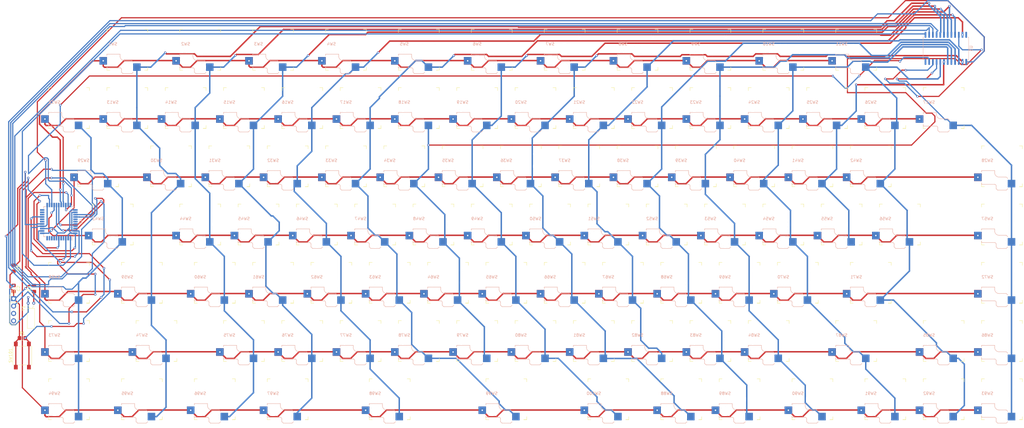
<source format=kicad_pcb>
(kicad_pcb (version 20171130) (host pcbnew 5.1.9)
  (layers (0 F.Cu signal) (31 B.Cu signal) (34 B.Paste user) (35 F.Paste user) (36 B.SilkS user) (37 F.SilkS user) (38 B.Mask user) (39 F.Mask user) (44 Edge.Cuts user))
  (net 0 "")
  (net 1 GND)
  (net 2 "Net-(C1-Pad1)")
  (net 3 "Net-(C2-Pad1)")
  (net 4 +5V)
  (net 5 "Net-(SW1-Pad1)")
  (net 6 "Net-(SW14-Pad1)")
  (net 7 "Net-(SW15-Pad1)")
  (net 8 "Net-(SW16-Pad1)")
  (net 9 "Net-(SW17-Pad1)")
  (net 10 "Net-(SW100-Pad1)")
  (net 11 "Net-(SW20-Pad1)")
  (net 12 "Net-(SW21-Pad1)")
  (net 13 "Net-(SW23-Pad1)")
  (net 14 "Net-(SW10-Pad1)")
  (net 15 "Net-(SW11-Pad1)")
  (net 16 "Net-(SW12-Pad1)")
  (net 17 "Net-(SW18-Pad1)")
  (net 18 "Net-(SW22-Pad1)")
  (net 19 "Net-(SW25-Pad1)")
  (net 20 "Net-(SW27-Pad1)")
  (net 21 "Net-(R1-Pad2)")
  (net 22 "Net-(SW100-Pad3)")
  (net 23 "Net-(SW73-Pad3)")
  (net 24 "Net-(SW58-Pad3)")
  (net 25 "Net-(U2-Pad31)")
  (net 26 "Net-(SW12-Pad3)")
  (net 27 "Net-(SW1-Pad3)")
  (net 28 "Net-(U2-Pad28)")
  (net 29 "Net-(U2-Pad27)")
  (net 30 "Net-(SW43-Pad3)")
  (net 31 "Net-(U2-Pad25)")
  (net 32 "Net-(U2-Pad19)")
  (net 33 "Net-(SW28-Pad3)")
  (net 34 "Net-(U2-Pad1)")
  (net 35 "Net-(C3-Pad1)")
  (net 36 "Net-(J1-Pad3)")
  (net 37 "Net-(J1-Pad2)")
  (module Crystal:Crystal_C26-LF_D2.1mm_L6.5mm_Horizontal (layer F.Cu) (at 36 227)
    (fp_text reference Y1 (at -1.6 1.75 90) (layer F.SilkS))
    (fp_text value Crystal)
    (pad 2 thru_hole circle (at 1.9 0) (size 1 1) (drill 0.5) (layers *.Cu *.Mask) (net 2 "Net-(C1-Pad1)"))
    (pad 1 thru_hole circle (at 0 0) (size 1 1) (drill 0.5) (layers *.Cu *.Mask) (net 3 "Net-(C2-Pad1)"))
  )
  (module Button_Switch_SMD:SW_Push_1P1T_NO_6x6mm_H9.5mm (layer F.Cu) (at 34 245 90)
    (fp_text reference SW101 (at 0 -4.05 90) (layer F.SilkS))
    (fp_text value SW_Push)
    (pad 2 smd rect (at 3.975 2.25 90) (size 1.55 1.3) (layers F.Cu F.Paste F.Mask) (net 21 "Net-(R1-Pad2)"))
    (pad 1 smd rect (at 3.975 -2.25 90) (size 1.55 1.3) (layers F.Cu F.Paste F.Mask) (net 1 GND))
    (pad 1 smd rect (at -3.975 -2.25 90) (size 1.55 1.3) (layers F.Cu F.Paste F.Mask) (net 1 GND))
    (pad 2 smd rect (at -3.975 2.25 90) (size 1.55 1.3) (layers F.Cu F.Paste F.Mask) (net 21 "Net-(R1-Pad2)"))
  )
  (module Resistor_SMD:R_0805_2012Metric_Pad1.20x1.40mm_HandSolder (layer F.Cu) (at 34 239)
    (fp_text reference R1 (at 0 -1.65) (layer F.SilkS))
    (fp_text value R_Small_US)
    (pad 2 smd roundrect (at 1 0) (size 1.2 1.4) (layers F.Cu F.Paste F.Mask) (roundrect_rratio 0.208333) (net 21 "Net-(R1-Pad2)"))
    (pad 1 smd roundrect (at -1 0) (size 1.2 1.4) (layers F.Cu F.Paste F.Mask) (roundrect_rratio 0.208333) (net 1 GND))
  )
  (module Connector_PinHeader_2.54mm:PinHeader_1x04_P2.54mm_Vertical (layer F.Cu) (at 31 225.46)
    (fp_text reference J1 (at 0 -2.33) (layer F.SilkS))
    (fp_text value Conn_01x04)
    (pad 4 thru_hole oval (at 0 7.62) (size 1.7 1.7) (drill 1) (layers *.Cu *.Mask) (net 4 +5V))
    (pad 3 thru_hole oval (at 0 5.08) (size 1.7 1.7) (drill 1) (layers *.Cu *.Mask) (net 36 "Net-(J1-Pad3)"))
    (pad 2 thru_hole oval (at 0 2.54) (size 1.7 1.7) (drill 1) (layers *.Cu *.Mask) (net 37 "Net-(J1-Pad2)"))
    (pad 1 thru_hole rect (at 0 0) (size 1.7 1.7) (drill 1) (layers *.Cu *.Mask) (net 1 GND))
  )
  (module Capacitor_SMD:C_0805_2012Metric_Pad1.18x1.45mm_HandSolder (layer F.Cu) (at 31 215 270)
    (fp_text reference C3 (at 0 -1.68 90) (layer F.SilkS))
    (fp_text value 1uF)
    (pad 2 smd roundrect (at 1.0375 0 270) (size 1.175 1.45) (layers F.Cu F.Paste F.Mask) (roundrect_rratio 0.212766) (net 1 GND))
    (pad 1 smd roundrect (at -1.0375 0 270) (size 1.175 1.45) (layers F.Cu F.Paste F.Mask) (roundrect_rratio 0.212766) (net 35 "Net-(C3-Pad1)"))
  )
  (module Capacitor_SMD:C_0805_2012Metric_Pad1.18x1.45mm_HandSolder (layer F.Cu) (at 31 221.9625 270)
    (fp_text reference C2 (at 0 -1.68 90) (layer F.SilkS))
    (fp_text value 22pF)
    (pad 2 smd roundrect (at 1.0375 0 270) (size 1.175 1.45) (layers F.Cu F.Paste F.Mask) (roundrect_rratio 0.212766) (net 1 GND))
    (pad 1 smd roundrect (at -1.0375 0 270) (size 1.175 1.45) (layers F.Cu F.Paste F.Mask) (roundrect_rratio 0.212766) (net 3 "Net-(C2-Pad1)"))
  )
  (module Capacitor_SMD:C_0805_2012Metric_Pad1.18x1.45mm_HandSolder (layer F.Cu) (at 38 222 90)
    (fp_text reference C1 (at 0 -1.68 90) (layer F.SilkS))
    (fp_text value 22pF)
    (pad 2 smd roundrect (at 1.0375 0 90) (size 1.175 1.45) (layers F.Cu F.Paste F.Mask) (roundrect_rratio 0.212766) (net 1 GND))
    (pad 1 smd roundrect (at -1.0375 0 90) (size 1.175 1.45) (layers F.Cu F.Paste F.Mask) (roundrect_rratio 0.212766) (net 2 "Net-(C1-Pad1)"))
  )
  (module Package_SO:SOIC-24W_7.5x15.4mm_P1.27mm (layer B.Cu) (at 350.75 139.5 90)
    (fp_text reference U3 (at 0 8.65 -90) (layer B.SilkS) (effects (justify mirror)))
    (fp_text value CD74HC4067M)
    (pad 24 smd roundrect (at 4.65 6.985 90) (size 2.05 0.6) (layers B.Cu B.Paste B.Mask) (net 4 +5V))
    (pad 23 smd roundrect (at 4.65 5.715 90) (size 2.05 0.6) (layers B.Cu B.Paste B.Mask) (net 10 "Net-(SW100-Pad1)"))
    (pad 22 smd roundrect (at 4.65 4.445 90) (size 2.05 0.6) (layers B.Cu B.Paste B.Mask) (net 17 "Net-(SW18-Pad1)"))
    (pad 21 smd roundrect (at 4.65 3.175 90) (size 2.05 0.6) (layers B.Cu B.Paste B.Mask) (net 9 "Net-(SW17-Pad1)"))
    (pad 20 smd roundrect (at 4.65 1.905 90) (size 2.05 0.6) (layers B.Cu B.Paste B.Mask) (net 8 "Net-(SW16-Pad1)"))
    (pad 19 smd roundrect (at 4.65 0.635 90) (size 2.05 0.6) (layers B.Cu B.Paste B.Mask) (net 7 "Net-(SW15-Pad1)"))
    (pad 18 smd roundrect (at 4.65 -0.635 90) (size 2.05 0.6) (layers B.Cu B.Paste B.Mask) (net 6 "Net-(SW14-Pad1)"))
    (pad 17 smd roundrect (at 4.65 -1.905 90) (size 2.05 0.6) (layers B.Cu B.Paste B.Mask) (net 5 "Net-(SW1-Pad1)"))
    (pad 16 smd roundrect (at 4.65 -3.175 90) (size 2.05 0.6) (layers B.Cu B.Paste B.Mask) (net 16 "Net-(SW12-Pad1)"))
    (pad 15 smd roundrect (at 4.65 -4.445 90) (size 2.05 0.6) (layers B.Cu B.Paste B.Mask) (net 28 "Net-(U2-Pad28)"))
    (pad 14 smd roundrect (at 4.65 -5.715 90) (size 2.05 0.6) (layers B.Cu B.Paste B.Mask) (net 29 "Net-(U2-Pad27)"))
    (pad 13 smd roundrect (at 4.65 -6.985 90) (size 2.05 0.6) (layers B.Cu B.Paste B.Mask) (net 34 "Net-(U2-Pad1)"))
    (pad 12 smd roundrect (at -4.65 -6.985 90) (size 2.05 0.6) (layers B.Cu B.Paste B.Mask) (net 1 GND))
    (pad 11 smd roundrect (at -4.65 -5.715 90) (size 2.05 0.6) (layers B.Cu B.Paste B.Mask) (net 25 "Net-(U2-Pad31)"))
    (pad 10 smd roundrect (at -4.65 -4.445 90) (size 2.05 0.6) (layers B.Cu B.Paste B.Mask) (net 31 "Net-(U2-Pad25)"))
    (pad 9 smd roundrect (at -4.65 -3.175 90) (size 2.05 0.6) (layers B.Cu B.Paste B.Mask) (net 20 "Net-(SW27-Pad1)"))
    (pad 8 smd roundrect (at -4.65 -1.905 90) (size 2.05 0.6) (layers B.Cu B.Paste B.Mask) (net 15 "Net-(SW11-Pad1)"))
    (pad 7 smd roundrect (at -4.65 -0.635 90) (size 2.05 0.6) (layers B.Cu B.Paste B.Mask) (net 19 "Net-(SW25-Pad1)"))
    (pad 6 smd roundrect (at -4.65 0.635 90) (size 2.05 0.6) (layers B.Cu B.Paste B.Mask) (net 14 "Net-(SW10-Pad1)"))
    (pad 5 smd roundrect (at -4.65 1.905 90) (size 2.05 0.6) (layers B.Cu B.Paste B.Mask) (net 13 "Net-(SW23-Pad1)"))
    (pad 4 smd roundrect (at -4.65 3.175 90) (size 2.05 0.6) (layers B.Cu B.Paste B.Mask) (net 18 "Net-(SW22-Pad1)"))
    (pad 3 smd roundrect (at -4.65 4.445 90) (size 2.05 0.6) (layers B.Cu B.Paste B.Mask) (net 12 "Net-(SW21-Pad1)"))
    (pad 2 smd roundrect (at -4.65 5.715 90) (size 2.05 0.6) (layers B.Cu B.Paste B.Mask) (net 11 "Net-(SW20-Pad1)"))
    (pad 1 smd roundrect (at -4.65 6.985 90) (size 2.05 0.6) (layers B.Cu B.Paste B.Mask) (net 32 "Net-(U2-Pad19)"))
  )
  (module Package_QFP:TQFP-44_10x10mm_P0.8mm (layer B.Cu) (at 46.5 199 90)
    (fp_text reference U2 (at 0 7.45 270) (layer B.SilkS) (effects (justify mirror)))
    (fp_text value ATmega32U4-AU)
    (pad 44 smd rect (at -4 5.7) (size 1.5 0.55) (layers B.Cu B.Paste B.Mask) (net 4 +5V))
    (pad 43 smd rect (at -3.2 5.7) (size 1.5 0.55) (layers B.Cu B.Paste B.Mask) (net 1 GND))
    (pad 42 smd rect (at -2.4 5.7) (size 1.5 0.55) (layers B.Cu B.Paste B.Mask) (net 1 GND))
    (pad 41 smd rect (at -1.6 5.7) (size 1.5 0.55) (layers B.Cu B.Paste B.Mask))
    (pad 40 smd rect (at -0.8 5.7) (size 1.5 0.55) (layers B.Cu B.Paste B.Mask))
    (pad 39 smd rect (at 0 5.7) (size 1.5 0.55) (layers B.Cu B.Paste B.Mask))
    (pad 38 smd rect (at 0.8 5.7) (size 1.5 0.55) (layers B.Cu B.Paste B.Mask))
    (pad 37 smd rect (at 1.6 5.7) (size 1.5 0.55) (layers B.Cu B.Paste B.Mask) (net 22 "Net-(SW100-Pad3)"))
    (pad 36 smd rect (at 2.4 5.7) (size 1.5 0.55) (layers B.Cu B.Paste B.Mask) (net 23 "Net-(SW73-Pad3)"))
    (pad 35 smd rect (at 3.2 5.7) (size 1.5 0.55) (layers B.Cu B.Paste B.Mask) (net 1 GND))
    (pad 34 smd rect (at 4 5.7) (size 1.5 0.55) (layers B.Cu B.Paste B.Mask) (net 4 +5V))
    (pad 33 smd rect (at 5.7 4 90) (size 1.5 0.55) (layers B.Cu B.Paste B.Mask))
    (pad 32 smd rect (at 5.7 3.2 90) (size 1.5 0.55) (layers B.Cu B.Paste B.Mask) (net 24 "Net-(SW58-Pad3)"))
    (pad 31 smd rect (at 5.7 2.4 90) (size 1.5 0.55) (layers B.Cu B.Paste B.Mask) (net 25 "Net-(U2-Pad31)"))
    (pad 30 smd rect (at 5.7 1.6 90) (size 1.5 0.55) (layers B.Cu B.Paste B.Mask) (net 26 "Net-(SW12-Pad3)"))
    (pad 29 smd rect (at 5.7 0.8 90) (size 1.5 0.55) (layers B.Cu B.Paste B.Mask) (net 27 "Net-(SW1-Pad3)"))
    (pad 28 smd rect (at 5.7 0 90) (size 1.5 0.55) (layers B.Cu B.Paste B.Mask) (net 28 "Net-(U2-Pad28)"))
    (pad 27 smd rect (at 5.7 -0.8 90) (size 1.5 0.55) (layers B.Cu B.Paste B.Mask) (net 29 "Net-(U2-Pad27)"))
    (pad 26 smd rect (at 5.7 -1.6 90) (size 1.5 0.55) (layers B.Cu B.Paste B.Mask) (net 30 "Net-(SW43-Pad3)"))
    (pad 25 smd rect (at 5.7 -2.4 90) (size 1.5 0.55) (layers B.Cu B.Paste B.Mask) (net 31 "Net-(U2-Pad25)"))
    (pad 24 smd rect (at 5.7 -3.2 90) (size 1.5 0.55) (layers B.Cu B.Paste B.Mask) (net 4 +5V))
    (pad 23 smd rect (at 5.7 -4 90) (size 1.5 0.55) (layers B.Cu B.Paste B.Mask) (net 1 GND))
    (pad 22 smd rect (at 4 -5.7) (size 1.5 0.55) (layers B.Cu B.Paste B.Mask))
    (pad 21 smd rect (at 3.2 -5.7) (size 1.5 0.55) (layers B.Cu B.Paste B.Mask))
    (pad 20 smd rect (at 2.4 -5.7) (size 1.5 0.55) (layers B.Cu B.Paste B.Mask))
    (pad 19 smd rect (at 1.6 -5.7) (size 1.5 0.55) (layers B.Cu B.Paste B.Mask) (net 32 "Net-(U2-Pad19)"))
    (pad 18 smd rect (at 0.8 -5.7) (size 1.5 0.55) (layers B.Cu B.Paste B.Mask))
    (pad 17 smd rect (at 0 -5.7) (size 1.5 0.55) (layers B.Cu B.Paste B.Mask) (net 2 "Net-(C1-Pad1)"))
    (pad 16 smd rect (at -0.8 -5.7) (size 1.5 0.55) (layers B.Cu B.Paste B.Mask) (net 3 "Net-(C2-Pad1)"))
    (pad 15 smd rect (at -1.6 -5.7) (size 1.5 0.55) (layers B.Cu B.Paste B.Mask) (net 1 GND))
    (pad 14 smd rect (at -2.4 -5.7) (size 1.5 0.55) (layers B.Cu B.Paste B.Mask) (net 4 +5V))
    (pad 13 smd rect (at -3.2 -5.7) (size 1.5 0.55) (layers B.Cu B.Paste B.Mask) (net 21 "Net-(R1-Pad2)"))
    (pad 12 smd rect (at -4 -5.7) (size 1.5 0.55) (layers B.Cu B.Paste B.Mask) (net 33 "Net-(SW28-Pad3)"))
    (pad 11 smd rect (at -5.7 -4 90) (size 1.5 0.55) (layers B.Cu B.Paste B.Mask))
    (pad 10 smd rect (at -5.7 -3.2 90) (size 1.5 0.55) (layers B.Cu B.Paste B.Mask))
    (pad 9 smd rect (at -5.7 -2.4 90) (size 1.5 0.55) (layers B.Cu B.Paste B.Mask))
    (pad 8 smd rect (at -5.7 -1.6 90) (size 1.5 0.55) (layers B.Cu B.Paste B.Mask))
    (pad 7 smd rect (at -5.7 -0.8 90) (size 1.5 0.55) (layers B.Cu B.Paste B.Mask) (net 4 +5V))
    (pad 6 smd rect (at -5.7 0 90) (size 1.5 0.55) (layers B.Cu B.Paste B.Mask) (net 35 "Net-(C3-Pad1)"))
    (pad 5 smd rect (at -5.7 0.8 90) (size 1.5 0.55) (layers B.Cu B.Paste B.Mask) (net 1 GND))
    (pad 4 smd rect (at -5.7 1.6 90) (size 1.5 0.55) (layers B.Cu B.Paste B.Mask) (net 36 "Net-(J1-Pad3)"))
    (pad 3 smd rect (at -5.7 2.4 90) (size 1.5 0.55) (layers B.Cu B.Paste B.Mask) (net 37 "Net-(J1-Pad2)"))
    (pad 2 smd rect (at -5.7 3.2 90) (size 1.5 0.55) (layers B.Cu B.Paste B.Mask) (net 4 +5V))
    (pad 1 smd rect (at -5.7 4 90) (size 1.5 0.55) (layers B.Cu B.Paste B.Mask) (net 34 "Net-(U2-Pad1)"))
  )
  (module Libs:Kailh_socket_PG1350 (layer F.Cu) (at 235 260)
    (fp_text reference SW100 (at -5 -2) (layer B.SilkS) (effects (justify mirror)))
    (fp_text value SW_MEC_5G)
    (pad "" np_thru_hole circle (at -5.5 0) (size 1.7018 1.7018) (drill 1.7018) (layers *.Cu *.Mask))
    (pad "" np_thru_hole circle (at 5.5 0) (size 1.7018 1.7018) (drill 1.7018) (layers *.Cu *.Mask))
    (pad 1 smd rect (at 3.275 5.95) (size 2.6 2.6) (layers B.Cu B.Paste B.Mask) (net 10 "Net-(SW100-Pad1)"))
    (pad "" np_thru_hole circle (at -5 3.75) (size 3 3) (drill 3) (layers *.Cu *.Mask))
    (pad "" np_thru_hole circle (at 0 0) (size 3.429 3.429) (drill 3.429) (layers *.Cu *.Mask))
    (pad "" np_thru_hole circle (at 0 5.95) (size 3 3) (drill 3) (layers *.Cu *.Mask))
    (pad 3 thru_hole rect (at -8.26008 3.77952) (size 2.6 2.6) (drill 0.5) (layers *.Cu *.Mask) (net 22 "Net-(SW100-Pad3)"))
    (pad "" np_thru_hole circle (at 5.22 -4.2) (size 0.9906 0.9906) (drill 0.9906) (layers *.Cu *.Mask))
  )
  (module Libs:Kailh_socket_PG1350 (layer F.Cu) (at 200 260)
    (fp_text reference SW99 (at -5 -2) (layer B.SilkS) (effects (justify mirror)))
    (fp_text value SW_MEC_5G)
    (pad "" np_thru_hole circle (at -5.5 0) (size 1.7018 1.7018) (drill 1.7018) (layers *.Cu *.Mask))
    (pad "" np_thru_hole circle (at 5.5 0) (size 1.7018 1.7018) (drill 1.7018) (layers *.Cu *.Mask))
    (pad 1 smd rect (at 3.275 5.95) (size 2.6 2.6) (layers B.Cu B.Paste B.Mask) (net 9 "Net-(SW17-Pad1)"))
    (pad "" np_thru_hole circle (at -5 3.75) (size 3 3) (drill 3) (layers *.Cu *.Mask))
    (pad "" np_thru_hole circle (at 0 0) (size 3.429 3.429) (drill 3.429) (layers *.Cu *.Mask))
    (pad "" np_thru_hole circle (at 0 5.95) (size 3 3) (drill 3) (layers *.Cu *.Mask))
    (pad 3 thru_hole rect (at -8.26008 3.77952) (size 2.6 2.6) (drill 0.5) (layers *.Cu *.Mask) (net 22 "Net-(SW100-Pad3)"))
    (pad "" np_thru_hole circle (at 5.22 -4.2) (size 0.9906 0.9906) (drill 0.9906) (layers *.Cu *.Mask))
  )
  (module Libs:Kailh_socket_PG1350 (layer F.Cu) (at 160 260)
    (fp_text reference SW98 (at -5 -2) (layer B.SilkS) (effects (justify mirror)))
    (fp_text value SW_MEC_5G)
    (pad "" np_thru_hole circle (at -5.5 0) (size 1.7018 1.7018) (drill 1.7018) (layers *.Cu *.Mask))
    (pad "" np_thru_hole circle (at 5.5 0) (size 1.7018 1.7018) (drill 1.7018) (layers *.Cu *.Mask))
    (pad 1 smd rect (at 3.275 5.95) (size 2.6 2.6) (layers B.Cu B.Paste B.Mask) (net 8 "Net-(SW16-Pad1)"))
    (pad "" np_thru_hole circle (at -5 3.75) (size 3 3) (drill 3) (layers *.Cu *.Mask))
    (pad "" np_thru_hole circle (at 0 0) (size 3.429 3.429) (drill 3.429) (layers *.Cu *.Mask))
    (pad "" np_thru_hole circle (at 0 5.95) (size 3 3) (drill 3) (layers *.Cu *.Mask))
    (pad 3 thru_hole rect (at -8.26008 3.77952) (size 2.6 2.6) (drill 0.5) (layers *.Cu *.Mask) (net 22 "Net-(SW100-Pad3)"))
    (pad "" np_thru_hole circle (at 5.22 -4.2) (size 0.9906 0.9906) (drill 0.9906) (layers *.Cu *.Mask))
  )
  (module Libs:Kailh_socket_PG1350 (layer F.Cu) (at 125 260)
    (fp_text reference SW97 (at -5 -2) (layer B.SilkS) (effects (justify mirror)))
    (fp_text value SW_MEC_5G)
    (pad "" np_thru_hole circle (at -5.5 0) (size 1.7018 1.7018) (drill 1.7018) (layers *.Cu *.Mask))
    (pad "" np_thru_hole circle (at 5.5 0) (size 1.7018 1.7018) (drill 1.7018) (layers *.Cu *.Mask))
    (pad 1 smd rect (at 3.275 5.95) (size 2.6 2.6) (layers B.Cu B.Paste B.Mask) (net 7 "Net-(SW15-Pad1)"))
    (pad "" np_thru_hole circle (at -5 3.75) (size 3 3) (drill 3) (layers *.Cu *.Mask))
    (pad "" np_thru_hole circle (at 0 0) (size 3.429 3.429) (drill 3.429) (layers *.Cu *.Mask))
    (pad "" np_thru_hole circle (at 0 5.95) (size 3 3) (drill 3) (layers *.Cu *.Mask))
    (pad 3 thru_hole rect (at -8.26008 3.77952) (size 2.6 2.6) (drill 0.5) (layers *.Cu *.Mask) (net 22 "Net-(SW100-Pad3)"))
    (pad "" np_thru_hole circle (at 5.22 -4.2) (size 0.9906 0.9906) (drill 0.9906) (layers *.Cu *.Mask))
  )
  (module Libs:Kailh_socket_PG1350 (layer F.Cu) (at 100 260)
    (fp_text reference SW96 (at -5 -2) (layer B.SilkS) (effects (justify mirror)))
    (fp_text value SW_MEC_5G)
    (pad "" np_thru_hole circle (at -5.5 0) (size 1.7018 1.7018) (drill 1.7018) (layers *.Cu *.Mask))
    (pad "" np_thru_hole circle (at 5.5 0) (size 1.7018 1.7018) (drill 1.7018) (layers *.Cu *.Mask))
    (pad 1 smd rect (at 3.275 5.95) (size 2.6 2.6) (layers B.Cu B.Paste B.Mask) (net 6 "Net-(SW14-Pad1)"))
    (pad "" np_thru_hole circle (at -5 3.75) (size 3 3) (drill 3) (layers *.Cu *.Mask))
    (pad "" np_thru_hole circle (at 0 0) (size 3.429 3.429) (drill 3.429) (layers *.Cu *.Mask))
    (pad "" np_thru_hole circle (at 0 5.95) (size 3 3) (drill 3) (layers *.Cu *.Mask))
    (pad 3 thru_hole rect (at -8.26008 3.77952) (size 2.6 2.6) (drill 0.5) (layers *.Cu *.Mask) (net 22 "Net-(SW100-Pad3)"))
    (pad "" np_thru_hole circle (at 5.22 -4.2) (size 0.9906 0.9906) (drill 0.9906) (layers *.Cu *.Mask))
  )
  (module Libs:Kailh_socket_PG1350 (layer F.Cu) (at 75 260)
    (fp_text reference SW95 (at -5 -2) (layer B.SilkS) (effects (justify mirror)))
    (fp_text value SW_MEC_5G)
    (pad "" np_thru_hole circle (at -5.5 0) (size 1.7018 1.7018) (drill 1.7018) (layers *.Cu *.Mask))
    (pad "" np_thru_hole circle (at 5.5 0) (size 1.7018 1.7018) (drill 1.7018) (layers *.Cu *.Mask))
    (pad 1 smd rect (at 3.275 5.95) (size 2.6 2.6) (layers B.Cu B.Paste B.Mask) (net 5 "Net-(SW1-Pad1)"))
    (pad "" np_thru_hole circle (at -5 3.75) (size 3 3) (drill 3) (layers *.Cu *.Mask))
    (pad "" np_thru_hole circle (at 0 0) (size 3.429 3.429) (drill 3.429) (layers *.Cu *.Mask))
    (pad "" np_thru_hole circle (at 0 5.95) (size 3 3) (drill 3) (layers *.Cu *.Mask))
    (pad 3 thru_hole rect (at -8.26008 3.77952) (size 2.6 2.6) (drill 0.5) (layers *.Cu *.Mask) (net 22 "Net-(SW100-Pad3)"))
    (pad "" np_thru_hole circle (at 5.22 -4.2) (size 0.9906 0.9906) (drill 0.9906) (layers *.Cu *.Mask))
  )
  (module Libs:Kailh_socket_PG1350 (layer F.Cu) (at 50 260)
    (fp_text reference SW94 (at -5 -2) (layer B.SilkS) (effects (justify mirror)))
    (fp_text value SW_MEC_5G)
    (pad "" np_thru_hole circle (at -5.5 0) (size 1.7018 1.7018) (drill 1.7018) (layers *.Cu *.Mask))
    (pad "" np_thru_hole circle (at 5.5 0) (size 1.7018 1.7018) (drill 1.7018) (layers *.Cu *.Mask))
    (pad 1 smd rect (at 3.275 5.95) (size 2.6 2.6) (layers B.Cu B.Paste B.Mask) (net 16 "Net-(SW12-Pad1)"))
    (pad "" np_thru_hole circle (at -5 3.75) (size 3 3) (drill 3) (layers *.Cu *.Mask))
    (pad "" np_thru_hole circle (at 0 0) (size 3.429 3.429) (drill 3.429) (layers *.Cu *.Mask))
    (pad "" np_thru_hole circle (at 0 5.95) (size 3 3) (drill 3) (layers *.Cu *.Mask))
    (pad 3 thru_hole rect (at -8.26008 3.77952) (size 2.6 2.6) (drill 0.5) (layers *.Cu *.Mask) (net 22 "Net-(SW100-Pad3)"))
    (pad "" np_thru_hole circle (at 5.22 -4.2) (size 0.9906 0.9906) (drill 0.9906) (layers *.Cu *.Mask))
  )
  (module Libs:Kailh_socket_PG1350 (layer F.Cu) (at 370 260)
    (fp_text reference SW93 (at -5 -2) (layer B.SilkS) (effects (justify mirror)))
    (fp_text value SW_MEC_5G)
    (pad "" np_thru_hole circle (at -5.5 0) (size 1.7018 1.7018) (drill 1.7018) (layers *.Cu *.Mask))
    (pad "" np_thru_hole circle (at 5.5 0) (size 1.7018 1.7018) (drill 1.7018) (layers *.Cu *.Mask))
    (pad 1 smd rect (at 3.275 5.95) (size 2.6 2.6) (layers B.Cu B.Paste B.Mask) (net 20 "Net-(SW27-Pad1)"))
    (pad "" np_thru_hole circle (at -5 3.75) (size 3 3) (drill 3) (layers *.Cu *.Mask))
    (pad "" np_thru_hole circle (at 0 0) (size 3.429 3.429) (drill 3.429) (layers *.Cu *.Mask))
    (pad "" np_thru_hole circle (at 0 5.95) (size 3 3) (drill 3) (layers *.Cu *.Mask))
    (pad 3 thru_hole rect (at -8.26008 3.77952) (size 2.6 2.6) (drill 0.5) (layers *.Cu *.Mask) (net 22 "Net-(SW100-Pad3)"))
    (pad "" np_thru_hole circle (at 5.22 -4.2) (size 0.9906 0.9906) (drill 0.9906) (layers *.Cu *.Mask))
  )
  (module Libs:Kailh_socket_PG1350 (layer F.Cu) (at 350 260)
    (fp_text reference SW92 (at -5 -2) (layer B.SilkS) (effects (justify mirror)))
    (fp_text value SW_MEC_5G)
    (pad "" np_thru_hole circle (at -5.5 0) (size 1.7018 1.7018) (drill 1.7018) (layers *.Cu *.Mask))
    (pad "" np_thru_hole circle (at 5.5 0) (size 1.7018 1.7018) (drill 1.7018) (layers *.Cu *.Mask))
    (pad 1 smd rect (at 3.275 5.95) (size 2.6 2.6) (layers B.Cu B.Paste B.Mask) (net 15 "Net-(SW11-Pad1)"))
    (pad "" np_thru_hole circle (at -5 3.75) (size 3 3) (drill 3) (layers *.Cu *.Mask))
    (pad "" np_thru_hole circle (at 0 0) (size 3.429 3.429) (drill 3.429) (layers *.Cu *.Mask))
    (pad "" np_thru_hole circle (at 0 5.95) (size 3 3) (drill 3) (layers *.Cu *.Mask))
    (pad 3 thru_hole rect (at -8.26008 3.77952) (size 2.6 2.6) (drill 0.5) (layers *.Cu *.Mask) (net 22 "Net-(SW100-Pad3)"))
    (pad "" np_thru_hole circle (at 5.22 -4.2) (size 0.9906 0.9906) (drill 0.9906) (layers *.Cu *.Mask))
  )
  (module Libs:Kailh_socket_PG1350 (layer F.Cu) (at 330 260)
    (fp_text reference SW91 (at -5 -2) (layer B.SilkS) (effects (justify mirror)))
    (fp_text value SW_MEC_5G)
    (pad "" np_thru_hole circle (at -5.5 0) (size 1.7018 1.7018) (drill 1.7018) (layers *.Cu *.Mask))
    (pad "" np_thru_hole circle (at 5.5 0) (size 1.7018 1.7018) (drill 1.7018) (layers *.Cu *.Mask))
    (pad 1 smd rect (at 3.275 5.95) (size 2.6 2.6) (layers B.Cu B.Paste B.Mask) (net 14 "Net-(SW10-Pad1)"))
    (pad "" np_thru_hole circle (at -5 3.75) (size 3 3) (drill 3) (layers *.Cu *.Mask))
    (pad "" np_thru_hole circle (at 0 0) (size 3.429 3.429) (drill 3.429) (layers *.Cu *.Mask))
    (pad "" np_thru_hole circle (at 0 5.95) (size 3 3) (drill 3) (layers *.Cu *.Mask))
    (pad 3 thru_hole rect (at -8.26008 3.77952) (size 2.6 2.6) (drill 0.5) (layers *.Cu *.Mask) (net 22 "Net-(SW100-Pad3)"))
    (pad "" np_thru_hole circle (at 5.22 -4.2) (size 0.9906 0.9906) (drill 0.9906) (layers *.Cu *.Mask))
  )
  (module Libs:Kailh_socket_PG1350 (layer F.Cu) (at 305 260)
    (fp_text reference SW90 (at -5 -2) (layer B.SilkS) (effects (justify mirror)))
    (fp_text value SW_MEC_5G)
    (pad "" np_thru_hole circle (at -5.5 0) (size 1.7018 1.7018) (drill 1.7018) (layers *.Cu *.Mask))
    (pad "" np_thru_hole circle (at 5.5 0) (size 1.7018 1.7018) (drill 1.7018) (layers *.Cu *.Mask))
    (pad 1 smd rect (at 3.275 5.95) (size 2.6 2.6) (layers B.Cu B.Paste B.Mask) (net 13 "Net-(SW23-Pad1)"))
    (pad "" np_thru_hole circle (at -5 3.75) (size 3 3) (drill 3) (layers *.Cu *.Mask))
    (pad "" np_thru_hole circle (at 0 0) (size 3.429 3.429) (drill 3.429) (layers *.Cu *.Mask))
    (pad "" np_thru_hole circle (at 0 5.95) (size 3 3) (drill 3) (layers *.Cu *.Mask))
    (pad 3 thru_hole rect (at -8.26008 3.77952) (size 2.6 2.6) (drill 0.5) (layers *.Cu *.Mask) (net 22 "Net-(SW100-Pad3)"))
    (pad "" np_thru_hole circle (at 5.22 -4.2) (size 0.9906 0.9906) (drill 0.9906) (layers *.Cu *.Mask))
  )
  (module Libs:Kailh_socket_PG1350 (layer F.Cu) (at 280 260)
    (fp_text reference SW89 (at -5 -2) (layer B.SilkS) (effects (justify mirror)))
    (fp_text value SW_MEC_5G)
    (pad "" np_thru_hole circle (at -5.5 0) (size 1.7018 1.7018) (drill 1.7018) (layers *.Cu *.Mask))
    (pad "" np_thru_hole circle (at 5.5 0) (size 1.7018 1.7018) (drill 1.7018) (layers *.Cu *.Mask))
    (pad 1 smd rect (at 3.275 5.95) (size 2.6 2.6) (layers B.Cu B.Paste B.Mask) (net 18 "Net-(SW22-Pad1)"))
    (pad "" np_thru_hole circle (at -5 3.75) (size 3 3) (drill 3) (layers *.Cu *.Mask))
    (pad "" np_thru_hole circle (at 0 0) (size 3.429 3.429) (drill 3.429) (layers *.Cu *.Mask))
    (pad "" np_thru_hole circle (at 0 5.95) (size 3 3) (drill 3) (layers *.Cu *.Mask))
    (pad 3 thru_hole rect (at -8.26008 3.77952) (size 2.6 2.6) (drill 0.5) (layers *.Cu *.Mask) (net 22 "Net-(SW100-Pad3)"))
    (pad "" np_thru_hole circle (at 5.22 -4.2) (size 0.9906 0.9906) (drill 0.9906) (layers *.Cu *.Mask))
  )
  (module Libs:Kailh_socket_PG1350 (layer F.Cu) (at 260 260)
    (fp_text reference SW88 (at -5 -2) (layer B.SilkS) (effects (justify mirror)))
    (fp_text value SW_MEC_5G)
    (pad "" np_thru_hole circle (at -5.5 0) (size 1.7018 1.7018) (drill 1.7018) (layers *.Cu *.Mask))
    (pad "" np_thru_hole circle (at 5.5 0) (size 1.7018 1.7018) (drill 1.7018) (layers *.Cu *.Mask))
    (pad 1 smd rect (at 3.275 5.95) (size 2.6 2.6) (layers B.Cu B.Paste B.Mask) (net 11 "Net-(SW20-Pad1)"))
    (pad "" np_thru_hole circle (at -5 3.75) (size 3 3) (drill 3) (layers *.Cu *.Mask))
    (pad "" np_thru_hole circle (at 0 0) (size 3.429 3.429) (drill 3.429) (layers *.Cu *.Mask))
    (pad "" np_thru_hole circle (at 0 5.95) (size 3 3) (drill 3) (layers *.Cu *.Mask))
    (pad 3 thru_hole rect (at -8.26008 3.77952) (size 2.6 2.6) (drill 0.5) (layers *.Cu *.Mask) (net 22 "Net-(SW100-Pad3)"))
    (pad "" np_thru_hole circle (at 5.22 -4.2) (size 0.9906 0.9906) (drill 0.9906) (layers *.Cu *.Mask))
  )
  (module Libs:Kailh_socket_PG1350 (layer F.Cu) (at 320 240)
    (fp_text reference SW87 (at -5 -2) (layer B.SilkS) (effects (justify mirror)))
    (fp_text value SW_MEC_5G)
    (pad "" np_thru_hole circle (at -5.5 0) (size 1.7018 1.7018) (drill 1.7018) (layers *.Cu *.Mask))
    (pad "" np_thru_hole circle (at 5.5 0) (size 1.7018 1.7018) (drill 1.7018) (layers *.Cu *.Mask))
    (pad 1 smd rect (at 3.275 5.95) (size 2.6 2.6) (layers B.Cu B.Paste B.Mask) (net 14 "Net-(SW10-Pad1)"))
    (pad "" np_thru_hole circle (at -5 3.75) (size 3 3) (drill 3) (layers *.Cu *.Mask))
    (pad "" np_thru_hole circle (at 0 0) (size 3.429 3.429) (drill 3.429) (layers *.Cu *.Mask))
    (pad "" np_thru_hole circle (at 0 5.95) (size 3 3) (drill 3) (layers *.Cu *.Mask))
    (pad 3 thru_hole rect (at -8.26008 3.77952) (size 2.6 2.6) (drill 0.5) (layers *.Cu *.Mask) (net 23 "Net-(SW73-Pad3)"))
    (pad "" np_thru_hole circle (at 5.22 -4.2) (size 0.9906 0.9906) (drill 0.9906) (layers *.Cu *.Mask))
  )
  (module Libs:Kailh_socket_PG1350 (layer F.Cu) (at 370 240)
    (fp_text reference SW86 (at -5 -2) (layer B.SilkS) (effects (justify mirror)))
    (fp_text value SW_MEC_5G)
    (pad "" np_thru_hole circle (at -5.5 0) (size 1.7018 1.7018) (drill 1.7018) (layers *.Cu *.Mask))
    (pad "" np_thru_hole circle (at 5.5 0) (size 1.7018 1.7018) (drill 1.7018) (layers *.Cu *.Mask))
    (pad 1 smd rect (at 3.275 5.95) (size 2.6 2.6) (layers B.Cu B.Paste B.Mask) (net 20 "Net-(SW27-Pad1)"))
    (pad "" np_thru_hole circle (at -5 3.75) (size 3 3) (drill 3) (layers *.Cu *.Mask))
    (pad "" np_thru_hole circle (at 0 0) (size 3.429 3.429) (drill 3.429) (layers *.Cu *.Mask))
    (pad "" np_thru_hole circle (at 0 5.95) (size 3 3) (drill 3) (layers *.Cu *.Mask))
    (pad 3 thru_hole rect (at -8.26008 3.77952) (size 2.6 2.6) (drill 0.5) (layers *.Cu *.Mask) (net 23 "Net-(SW73-Pad3)"))
    (pad "" np_thru_hole circle (at 5.22 -4.2) (size 0.9906 0.9906) (drill 0.9906) (layers *.Cu *.Mask))
  )
  (module Libs:Kailh_socket_PG1350 (layer F.Cu) (at 350 240)
    (fp_text reference SW85 (at -5 -2) (layer B.SilkS) (effects (justify mirror)))
    (fp_text value SW_MEC_5G)
    (pad "" np_thru_hole circle (at -5.5 0) (size 1.7018 1.7018) (drill 1.7018) (layers *.Cu *.Mask))
    (pad "" np_thru_hole circle (at 5.5 0) (size 1.7018 1.7018) (drill 1.7018) (layers *.Cu *.Mask))
    (pad 1 smd rect (at 3.275 5.95) (size 2.6 2.6) (layers B.Cu B.Paste B.Mask) (net 15 "Net-(SW11-Pad1)"))
    (pad "" np_thru_hole circle (at -5 3.75) (size 3 3) (drill 3) (layers *.Cu *.Mask))
    (pad "" np_thru_hole circle (at 0 0) (size 3.429 3.429) (drill 3.429) (layers *.Cu *.Mask))
    (pad "" np_thru_hole circle (at 0 5.95) (size 3 3) (drill 3) (layers *.Cu *.Mask))
    (pad 3 thru_hole rect (at -8.26008 3.77952) (size 2.6 2.6) (drill 0.5) (layers *.Cu *.Mask) (net 23 "Net-(SW73-Pad3)"))
    (pad "" np_thru_hole circle (at 5.22 -4.2) (size 0.9906 0.9906) (drill 0.9906) (layers *.Cu *.Mask))
  )
  (module Libs:Kailh_socket_PG1350 (layer F.Cu) (at 290 240)
    (fp_text reference SW84 (at -5 -2) (layer B.SilkS) (effects (justify mirror)))
    (fp_text value SW_MEC_5G)
    (pad "" np_thru_hole circle (at -5.5 0) (size 1.7018 1.7018) (drill 1.7018) (layers *.Cu *.Mask))
    (pad "" np_thru_hole circle (at 5.5 0) (size 1.7018 1.7018) (drill 1.7018) (layers *.Cu *.Mask))
    (pad 1 smd rect (at 3.275 5.95) (size 2.6 2.6) (layers B.Cu B.Paste B.Mask) (net 13 "Net-(SW23-Pad1)"))
    (pad "" np_thru_hole circle (at -5 3.75) (size 3 3) (drill 3) (layers *.Cu *.Mask))
    (pad "" np_thru_hole circle (at 0 0) (size 3.429 3.429) (drill 3.429) (layers *.Cu *.Mask))
    (pad "" np_thru_hole circle (at 0 5.95) (size 3 3) (drill 3) (layers *.Cu *.Mask))
    (pad 3 thru_hole rect (at -8.26008 3.77952) (size 2.6 2.6) (drill 0.5) (layers *.Cu *.Mask) (net 23 "Net-(SW73-Pad3)"))
    (pad "" np_thru_hole circle (at 5.22 -4.2) (size 0.9906 0.9906) (drill 0.9906) (layers *.Cu *.Mask))
  )
  (module Libs:Kailh_socket_PG1350 (layer F.Cu) (at 270 240)
    (fp_text reference SW83 (at -5 -2) (layer B.SilkS) (effects (justify mirror)))
    (fp_text value SW_MEC_5G)
    (pad "" np_thru_hole circle (at -5.5 0) (size 1.7018 1.7018) (drill 1.7018) (layers *.Cu *.Mask))
    (pad "" np_thru_hole circle (at 5.5 0) (size 1.7018 1.7018) (drill 1.7018) (layers *.Cu *.Mask))
    (pad 1 smd rect (at 3.275 5.95) (size 2.6 2.6) (layers B.Cu B.Paste B.Mask) (net 18 "Net-(SW22-Pad1)"))
    (pad "" np_thru_hole circle (at -5 3.75) (size 3 3) (drill 3) (layers *.Cu *.Mask))
    (pad "" np_thru_hole circle (at 0 0) (size 3.429 3.429) (drill 3.429) (layers *.Cu *.Mask))
    (pad "" np_thru_hole circle (at 0 5.95) (size 3 3) (drill 3) (layers *.Cu *.Mask))
    (pad 3 thru_hole rect (at -8.26008 3.77952) (size 2.6 2.6) (drill 0.5) (layers *.Cu *.Mask) (net 23 "Net-(SW73-Pad3)"))
    (pad "" np_thru_hole circle (at 5.22 -4.2) (size 0.9906 0.9906) (drill 0.9906) (layers *.Cu *.Mask))
  )
  (module Libs:Kailh_socket_PG1350 (layer F.Cu) (at 250 240)
    (fp_text reference SW82 (at -5 -2) (layer B.SilkS) (effects (justify mirror)))
    (fp_text value SW_MEC_5G)
    (pad "" np_thru_hole circle (at -5.5 0) (size 1.7018 1.7018) (drill 1.7018) (layers *.Cu *.Mask))
    (pad "" np_thru_hole circle (at 5.5 0) (size 1.7018 1.7018) (drill 1.7018) (layers *.Cu *.Mask))
    (pad 1 smd rect (at 3.275 5.95) (size 2.6 2.6) (layers B.Cu B.Paste B.Mask) (net 12 "Net-(SW21-Pad1)"))
    (pad "" np_thru_hole circle (at -5 3.75) (size 3 3) (drill 3) (layers *.Cu *.Mask))
    (pad "" np_thru_hole circle (at 0 0) (size 3.429 3.429) (drill 3.429) (layers *.Cu *.Mask))
    (pad "" np_thru_hole circle (at 0 5.95) (size 3 3) (drill 3) (layers *.Cu *.Mask))
    (pad 3 thru_hole rect (at -8.26008 3.77952) (size 2.6 2.6) (drill 0.5) (layers *.Cu *.Mask) (net 23 "Net-(SW73-Pad3)"))
    (pad "" np_thru_hole circle (at 5.22 -4.2) (size 0.9906 0.9906) (drill 0.9906) (layers *.Cu *.Mask))
  )
  (module Libs:Kailh_socket_PG1350 (layer F.Cu) (at 230 240)
    (fp_text reference SW81 (at -5 -2) (layer B.SilkS) (effects (justify mirror)))
    (fp_text value SW_MEC_5G)
    (pad "" np_thru_hole circle (at -5.5 0) (size 1.7018 1.7018) (drill 1.7018) (layers *.Cu *.Mask))
    (pad "" np_thru_hole circle (at 5.5 0) (size 1.7018 1.7018) (drill 1.7018) (layers *.Cu *.Mask))
    (pad 1 smd rect (at 3.275 5.95) (size 2.6 2.6) (layers B.Cu B.Paste B.Mask) (net 11 "Net-(SW20-Pad1)"))
    (pad "" np_thru_hole circle (at -5 3.75) (size 3 3) (drill 3) (layers *.Cu *.Mask))
    (pad "" np_thru_hole circle (at 0 0) (size 3.429 3.429) (drill 3.429) (layers *.Cu *.Mask))
    (pad "" np_thru_hole circle (at 0 5.95) (size 3 3) (drill 3) (layers *.Cu *.Mask))
    (pad 3 thru_hole rect (at -8.26008 3.77952) (size 2.6 2.6) (drill 0.5) (layers *.Cu *.Mask) (net 23 "Net-(SW73-Pad3)"))
    (pad "" np_thru_hole circle (at 5.22 -4.2) (size 0.9906 0.9906) (drill 0.9906) (layers *.Cu *.Mask))
  )
  (module Libs:Kailh_socket_PG1350 (layer F.Cu) (at 210 240)
    (fp_text reference SW80 (at -5 -2) (layer B.SilkS) (effects (justify mirror)))
    (fp_text value SW_MEC_5G)
    (pad "" np_thru_hole circle (at -5.5 0) (size 1.7018 1.7018) (drill 1.7018) (layers *.Cu *.Mask))
    (pad "" np_thru_hole circle (at 5.5 0) (size 1.7018 1.7018) (drill 1.7018) (layers *.Cu *.Mask))
    (pad 1 smd rect (at 3.275 5.95) (size 2.6 2.6) (layers B.Cu B.Paste B.Mask) (net 10 "Net-(SW100-Pad1)"))
    (pad "" np_thru_hole circle (at -5 3.75) (size 3 3) (drill 3) (layers *.Cu *.Mask))
    (pad "" np_thru_hole circle (at 0 0) (size 3.429 3.429) (drill 3.429) (layers *.Cu *.Mask))
    (pad "" np_thru_hole circle (at 0 5.95) (size 3 3) (drill 3) (layers *.Cu *.Mask))
    (pad 3 thru_hole rect (at -8.26008 3.77952) (size 2.6 2.6) (drill 0.5) (layers *.Cu *.Mask) (net 23 "Net-(SW73-Pad3)"))
    (pad "" np_thru_hole circle (at 5.22 -4.2) (size 0.9906 0.9906) (drill 0.9906) (layers *.Cu *.Mask))
  )
  (module Libs:Kailh_socket_PG1350 (layer F.Cu) (at 190 240)
    (fp_text reference SW79 (at -5 -2) (layer B.SilkS) (effects (justify mirror)))
    (fp_text value SW_MEC_5G)
    (pad "" np_thru_hole circle (at -5.5 0) (size 1.7018 1.7018) (drill 1.7018) (layers *.Cu *.Mask))
    (pad "" np_thru_hole circle (at 5.5 0) (size 1.7018 1.7018) (drill 1.7018) (layers *.Cu *.Mask))
    (pad 1 smd rect (at 3.275 5.95) (size 2.6 2.6) (layers B.Cu B.Paste B.Mask) (net 17 "Net-(SW18-Pad1)"))
    (pad "" np_thru_hole circle (at -5 3.75) (size 3 3) (drill 3) (layers *.Cu *.Mask))
    (pad "" np_thru_hole circle (at 0 0) (size 3.429 3.429) (drill 3.429) (layers *.Cu *.Mask))
    (pad "" np_thru_hole circle (at 0 5.95) (size 3 3) (drill 3) (layers *.Cu *.Mask))
    (pad 3 thru_hole rect (at -8.26008 3.77952) (size 2.6 2.6) (drill 0.5) (layers *.Cu *.Mask) (net 23 "Net-(SW73-Pad3)"))
    (pad "" np_thru_hole circle (at 5.22 -4.2) (size 0.9906 0.9906) (drill 0.9906) (layers *.Cu *.Mask))
  )
  (module Libs:Kailh_socket_PG1350 (layer F.Cu) (at 170 240)
    (fp_text reference SW78 (at -5 -2) (layer B.SilkS) (effects (justify mirror)))
    (fp_text value SW_MEC_5G)
    (pad "" np_thru_hole circle (at -5.5 0) (size 1.7018 1.7018) (drill 1.7018) (layers *.Cu *.Mask))
    (pad "" np_thru_hole circle (at 5.5 0) (size 1.7018 1.7018) (drill 1.7018) (layers *.Cu *.Mask))
    (pad 1 smd rect (at 3.275 5.95) (size 2.6 2.6) (layers B.Cu B.Paste B.Mask) (net 9 "Net-(SW17-Pad1)"))
    (pad "" np_thru_hole circle (at -5 3.75) (size 3 3) (drill 3) (layers *.Cu *.Mask))
    (pad "" np_thru_hole circle (at 0 0) (size 3.429 3.429) (drill 3.429) (layers *.Cu *.Mask))
    (pad "" np_thru_hole circle (at 0 5.95) (size 3 3) (drill 3) (layers *.Cu *.Mask))
    (pad 3 thru_hole rect (at -8.26008 3.77952) (size 2.6 2.6) (drill 0.5) (layers *.Cu *.Mask) (net 23 "Net-(SW73-Pad3)"))
    (pad "" np_thru_hole circle (at 5.22 -4.2) (size 0.9906 0.9906) (drill 0.9906) (layers *.Cu *.Mask))
  )
  (module Libs:Kailh_socket_PG1350 (layer F.Cu) (at 150 240)
    (fp_text reference SW77 (at -5 -2) (layer B.SilkS) (effects (justify mirror)))
    (fp_text value SW_MEC_5G)
    (pad "" np_thru_hole circle (at -5.5 0) (size 1.7018 1.7018) (drill 1.7018) (layers *.Cu *.Mask))
    (pad "" np_thru_hole circle (at 5.5 0) (size 1.7018 1.7018) (drill 1.7018) (layers *.Cu *.Mask))
    (pad 1 smd rect (at 3.275 5.95) (size 2.6 2.6) (layers B.Cu B.Paste B.Mask) (net 8 "Net-(SW16-Pad1)"))
    (pad "" np_thru_hole circle (at -5 3.75) (size 3 3) (drill 3) (layers *.Cu *.Mask))
    (pad "" np_thru_hole circle (at 0 0) (size 3.429 3.429) (drill 3.429) (layers *.Cu *.Mask))
    (pad "" np_thru_hole circle (at 0 5.95) (size 3 3) (drill 3) (layers *.Cu *.Mask))
    (pad 3 thru_hole rect (at -8.26008 3.77952) (size 2.6 2.6) (drill 0.5) (layers *.Cu *.Mask) (net 23 "Net-(SW73-Pad3)"))
    (pad "" np_thru_hole circle (at 5.22 -4.2) (size 0.9906 0.9906) (drill 0.9906) (layers *.Cu *.Mask))
  )
  (module Libs:Kailh_socket_PG1350 (layer F.Cu) (at 130 240)
    (fp_text reference SW76 (at -5 -2) (layer B.SilkS) (effects (justify mirror)))
    (fp_text value SW_MEC_5G)
    (pad "" np_thru_hole circle (at -5.5 0) (size 1.7018 1.7018) (drill 1.7018) (layers *.Cu *.Mask))
    (pad "" np_thru_hole circle (at 5.5 0) (size 1.7018 1.7018) (drill 1.7018) (layers *.Cu *.Mask))
    (pad 1 smd rect (at 3.275 5.95) (size 2.6 2.6) (layers B.Cu B.Paste B.Mask) (net 7 "Net-(SW15-Pad1)"))
    (pad "" np_thru_hole circle (at -5 3.75) (size 3 3) (drill 3) (layers *.Cu *.Mask))
    (pad "" np_thru_hole circle (at 0 0) (size 3.429 3.429) (drill 3.429) (layers *.Cu *.Mask))
    (pad "" np_thru_hole circle (at 0 5.95) (size 3 3) (drill 3) (layers *.Cu *.Mask))
    (pad 3 thru_hole rect (at -8.26008 3.77952) (size 2.6 2.6) (drill 0.5) (layers *.Cu *.Mask) (net 23 "Net-(SW73-Pad3)"))
    (pad "" np_thru_hole circle (at 5.22 -4.2) (size 0.9906 0.9906) (drill 0.9906) (layers *.Cu *.Mask))
  )
  (module Libs:Kailh_socket_PG1350 (layer F.Cu) (at 110 240)
    (fp_text reference SW75 (at -5 -2) (layer B.SilkS) (effects (justify mirror)))
    (fp_text value SW_MEC_5G)
    (pad "" np_thru_hole circle (at -5.5 0) (size 1.7018 1.7018) (drill 1.7018) (layers *.Cu *.Mask))
    (pad "" np_thru_hole circle (at 5.5 0) (size 1.7018 1.7018) (drill 1.7018) (layers *.Cu *.Mask))
    (pad 1 smd rect (at 3.275 5.95) (size 2.6 2.6) (layers B.Cu B.Paste B.Mask) (net 6 "Net-(SW14-Pad1)"))
    (pad "" np_thru_hole circle (at -5 3.75) (size 3 3) (drill 3) (layers *.Cu *.Mask))
    (pad "" np_thru_hole circle (at 0 0) (size 3.429 3.429) (drill 3.429) (layers *.Cu *.Mask))
    (pad "" np_thru_hole circle (at 0 5.95) (size 3 3) (drill 3) (layers *.Cu *.Mask))
    (pad 3 thru_hole rect (at -8.26008 3.77952) (size 2.6 2.6) (drill 0.5) (layers *.Cu *.Mask) (net 23 "Net-(SW73-Pad3)"))
    (pad "" np_thru_hole circle (at 5.22 -4.2) (size 0.9906 0.9906) (drill 0.9906) (layers *.Cu *.Mask))
  )
  (module Libs:Kailh_socket_PG1350 (layer F.Cu) (at 80 240)
    (fp_text reference SW74 (at -5 -2) (layer B.SilkS) (effects (justify mirror)))
    (fp_text value SW_MEC_5G)
    (pad "" np_thru_hole circle (at -5.5 0) (size 1.7018 1.7018) (drill 1.7018) (layers *.Cu *.Mask))
    (pad "" np_thru_hole circle (at 5.5 0) (size 1.7018 1.7018) (drill 1.7018) (layers *.Cu *.Mask))
    (pad 1 smd rect (at 3.275 5.95) (size 2.6 2.6) (layers B.Cu B.Paste B.Mask) (net 5 "Net-(SW1-Pad1)"))
    (pad "" np_thru_hole circle (at -5 3.75) (size 3 3) (drill 3) (layers *.Cu *.Mask))
    (pad "" np_thru_hole circle (at 0 0) (size 3.429 3.429) (drill 3.429) (layers *.Cu *.Mask))
    (pad "" np_thru_hole circle (at 0 5.95) (size 3 3) (drill 3) (layers *.Cu *.Mask))
    (pad 3 thru_hole rect (at -8.26008 3.77952) (size 2.6 2.6) (drill 0.5) (layers *.Cu *.Mask) (net 23 "Net-(SW73-Pad3)"))
    (pad "" np_thru_hole circle (at 5.22 -4.2) (size 0.9906 0.9906) (drill 0.9906) (layers *.Cu *.Mask))
  )
  (module Libs:Kailh_socket_PG1350 (layer F.Cu) (at 50 240)
    (fp_text reference SW73 (at -5 -2) (layer B.SilkS) (effects (justify mirror)))
    (fp_text value SW_MEC_5G)
    (pad "" np_thru_hole circle (at -5.5 0) (size 1.7018 1.7018) (drill 1.7018) (layers *.Cu *.Mask))
    (pad "" np_thru_hole circle (at 5.5 0) (size 1.7018 1.7018) (drill 1.7018) (layers *.Cu *.Mask))
    (pad 1 smd rect (at 3.275 5.95) (size 2.6 2.6) (layers B.Cu B.Paste B.Mask) (net 16 "Net-(SW12-Pad1)"))
    (pad "" np_thru_hole circle (at -5 3.75) (size 3 3) (drill 3) (layers *.Cu *.Mask))
    (pad "" np_thru_hole circle (at 0 0) (size 3.429 3.429) (drill 3.429) (layers *.Cu *.Mask))
    (pad "" np_thru_hole circle (at 0 5.95) (size 3 3) (drill 3) (layers *.Cu *.Mask))
    (pad 3 thru_hole rect (at -8.26008 3.77952) (size 2.6 2.6) (drill 0.5) (layers *.Cu *.Mask) (net 23 "Net-(SW73-Pad3)"))
    (pad "" np_thru_hole circle (at 5.22 -4.2) (size 0.9906 0.9906) (drill 0.9906) (layers *.Cu *.Mask))
  )
  (module Libs:Kailh_socket_PG1350 (layer F.Cu) (at 370 220)
    (fp_text reference SW72 (at -5 -2) (layer B.SilkS) (effects (justify mirror)))
    (fp_text value SW_MEC_5G)
    (pad "" np_thru_hole circle (at -5.5 0) (size 1.7018 1.7018) (drill 1.7018) (layers *.Cu *.Mask))
    (pad "" np_thru_hole circle (at 5.5 0) (size 1.7018 1.7018) (drill 1.7018) (layers *.Cu *.Mask))
    (pad 1 smd rect (at 3.275 5.95) (size 2.6 2.6) (layers B.Cu B.Paste B.Mask) (net 20 "Net-(SW27-Pad1)"))
    (pad "" np_thru_hole circle (at -5 3.75) (size 3 3) (drill 3) (layers *.Cu *.Mask))
    (pad "" np_thru_hole circle (at 0 0) (size 3.429 3.429) (drill 3.429) (layers *.Cu *.Mask))
    (pad "" np_thru_hole circle (at 0 5.95) (size 3 3) (drill 3) (layers *.Cu *.Mask))
    (pad 3 thru_hole rect (at -8.26008 3.77952) (size 2.6 2.6) (drill 0.5) (layers *.Cu *.Mask) (net 24 "Net-(SW58-Pad3)"))
    (pad "" np_thru_hole circle (at 5.22 -4.2) (size 0.9906 0.9906) (drill 0.9906) (layers *.Cu *.Mask))
  )
  (module Libs:Kailh_socket_PG1350 (layer F.Cu) (at 325 220)
    (fp_text reference SW71 (at -5 -2) (layer B.SilkS) (effects (justify mirror)))
    (fp_text value SW_MEC_5G)
    (pad "" np_thru_hole circle (at -5.5 0) (size 1.7018 1.7018) (drill 1.7018) (layers *.Cu *.Mask))
    (pad "" np_thru_hole circle (at 5.5 0) (size 1.7018 1.7018) (drill 1.7018) (layers *.Cu *.Mask))
    (pad 1 smd rect (at 3.275 5.95) (size 2.6 2.6) (layers B.Cu B.Paste B.Mask) (net 15 "Net-(SW11-Pad1)"))
    (pad "" np_thru_hole circle (at -5 3.75) (size 3 3) (drill 3) (layers *.Cu *.Mask))
    (pad "" np_thru_hole circle (at 0 0) (size 3.429 3.429) (drill 3.429) (layers *.Cu *.Mask))
    (pad "" np_thru_hole circle (at 0 5.95) (size 3 3) (drill 3) (layers *.Cu *.Mask))
    (pad 3 thru_hole rect (at -8.26008 3.77952) (size 2.6 2.6) (drill 0.5) (layers *.Cu *.Mask) (net 24 "Net-(SW58-Pad3)"))
    (pad "" np_thru_hole circle (at 5.22 -4.2) (size 0.9906 0.9906) (drill 0.9906) (layers *.Cu *.Mask))
  )
  (module Libs:Kailh_socket_PG1350 (layer F.Cu) (at 300 220)
    (fp_text reference SW70 (at -5 -2) (layer B.SilkS) (effects (justify mirror)))
    (fp_text value SW_MEC_5G)
    (pad "" np_thru_hole circle (at -5.5 0) (size 1.7018 1.7018) (drill 1.7018) (layers *.Cu *.Mask))
    (pad "" np_thru_hole circle (at 5.5 0) (size 1.7018 1.7018) (drill 1.7018) (layers *.Cu *.Mask))
    (pad 1 smd rect (at 3.275 5.95) (size 2.6 2.6) (layers B.Cu B.Paste B.Mask) (net 14 "Net-(SW10-Pad1)"))
    (pad "" np_thru_hole circle (at -5 3.75) (size 3 3) (drill 3) (layers *.Cu *.Mask))
    (pad "" np_thru_hole circle (at 0 0) (size 3.429 3.429) (drill 3.429) (layers *.Cu *.Mask))
    (pad "" np_thru_hole circle (at 0 5.95) (size 3 3) (drill 3) (layers *.Cu *.Mask))
    (pad 3 thru_hole rect (at -8.26008 3.77952) (size 2.6 2.6) (drill 0.5) (layers *.Cu *.Mask) (net 24 "Net-(SW58-Pad3)"))
    (pad "" np_thru_hole circle (at 5.22 -4.2) (size 0.9906 0.9906) (drill 0.9906) (layers *.Cu *.Mask))
  )
  (module Libs:Kailh_socket_PG1350 (layer F.Cu) (at 280 220)
    (fp_text reference SW69 (at -5 -2) (layer B.SilkS) (effects (justify mirror)))
    (fp_text value SW_MEC_5G)
    (pad "" np_thru_hole circle (at -5.5 0) (size 1.7018 1.7018) (drill 1.7018) (layers *.Cu *.Mask))
    (pad "" np_thru_hole circle (at 5.5 0) (size 1.7018 1.7018) (drill 1.7018) (layers *.Cu *.Mask))
    (pad 1 smd rect (at 3.275 5.95) (size 2.6 2.6) (layers B.Cu B.Paste B.Mask) (net 13 "Net-(SW23-Pad1)"))
    (pad "" np_thru_hole circle (at -5 3.75) (size 3 3) (drill 3) (layers *.Cu *.Mask))
    (pad "" np_thru_hole circle (at 0 0) (size 3.429 3.429) (drill 3.429) (layers *.Cu *.Mask))
    (pad "" np_thru_hole circle (at 0 5.95) (size 3 3) (drill 3) (layers *.Cu *.Mask))
    (pad 3 thru_hole rect (at -8.26008 3.77952) (size 2.6 2.6) (drill 0.5) (layers *.Cu *.Mask) (net 24 "Net-(SW58-Pad3)"))
    (pad "" np_thru_hole circle (at 5.22 -4.2) (size 0.9906 0.9906) (drill 0.9906) (layers *.Cu *.Mask))
  )
  (module Libs:Kailh_socket_PG1350 (layer F.Cu) (at 260 220)
    (fp_text reference SW68 (at -5 -2) (layer B.SilkS) (effects (justify mirror)))
    (fp_text value SW_MEC_5G)
    (pad "" np_thru_hole circle (at -5.5 0) (size 1.7018 1.7018) (drill 1.7018) (layers *.Cu *.Mask))
    (pad "" np_thru_hole circle (at 5.5 0) (size 1.7018 1.7018) (drill 1.7018) (layers *.Cu *.Mask))
    (pad 1 smd rect (at 3.275 5.95) (size 2.6 2.6) (layers B.Cu B.Paste B.Mask) (net 18 "Net-(SW22-Pad1)"))
    (pad "" np_thru_hole circle (at -5 3.75) (size 3 3) (drill 3) (layers *.Cu *.Mask))
    (pad "" np_thru_hole circle (at 0 0) (size 3.429 3.429) (drill 3.429) (layers *.Cu *.Mask))
    (pad "" np_thru_hole circle (at 0 5.95) (size 3 3) (drill 3) (layers *.Cu *.Mask))
    (pad 3 thru_hole rect (at -8.26008 3.77952) (size 2.6 2.6) (drill 0.5) (layers *.Cu *.Mask) (net 24 "Net-(SW58-Pad3)"))
    (pad "" np_thru_hole circle (at 5.22 -4.2) (size 0.9906 0.9906) (drill 0.9906) (layers *.Cu *.Mask))
  )
  (module Libs:Kailh_socket_PG1350 (layer F.Cu) (at 240 220)
    (fp_text reference SW67 (at -5 -2) (layer B.SilkS) (effects (justify mirror)))
    (fp_text value SW_MEC_5G)
    (pad "" np_thru_hole circle (at -5.5 0) (size 1.7018 1.7018) (drill 1.7018) (layers *.Cu *.Mask))
    (pad "" np_thru_hole circle (at 5.5 0) (size 1.7018 1.7018) (drill 1.7018) (layers *.Cu *.Mask))
    (pad 1 smd rect (at 3.275 5.95) (size 2.6 2.6) (layers B.Cu B.Paste B.Mask) (net 12 "Net-(SW21-Pad1)"))
    (pad "" np_thru_hole circle (at -5 3.75) (size 3 3) (drill 3) (layers *.Cu *.Mask))
    (pad "" np_thru_hole circle (at 0 0) (size 3.429 3.429) (drill 3.429) (layers *.Cu *.Mask))
    (pad "" np_thru_hole circle (at 0 5.95) (size 3 3) (drill 3) (layers *.Cu *.Mask))
    (pad 3 thru_hole rect (at -8.26008 3.77952) (size 2.6 2.6) (drill 0.5) (layers *.Cu *.Mask) (net 24 "Net-(SW58-Pad3)"))
    (pad "" np_thru_hole circle (at 5.22 -4.2) (size 0.9906 0.9906) (drill 0.9906) (layers *.Cu *.Mask))
  )
  (module Libs:Kailh_socket_PG1350 (layer F.Cu) (at 220 220)
    (fp_text reference SW66 (at -5 -2) (layer B.SilkS) (effects (justify mirror)))
    (fp_text value SW_MEC_5G)
    (pad "" np_thru_hole circle (at -5.5 0) (size 1.7018 1.7018) (drill 1.7018) (layers *.Cu *.Mask))
    (pad "" np_thru_hole circle (at 5.5 0) (size 1.7018 1.7018) (drill 1.7018) (layers *.Cu *.Mask))
    (pad 1 smd rect (at 3.275 5.95) (size 2.6 2.6) (layers B.Cu B.Paste B.Mask) (net 11 "Net-(SW20-Pad1)"))
    (pad "" np_thru_hole circle (at -5 3.75) (size 3 3) (drill 3) (layers *.Cu *.Mask))
    (pad "" np_thru_hole circle (at 0 0) (size 3.429 3.429) (drill 3.429) (layers *.Cu *.Mask))
    (pad "" np_thru_hole circle (at 0 5.95) (size 3 3) (drill 3) (layers *.Cu *.Mask))
    (pad 3 thru_hole rect (at -8.26008 3.77952) (size 2.6 2.6) (drill 0.5) (layers *.Cu *.Mask) (net 24 "Net-(SW58-Pad3)"))
    (pad "" np_thru_hole circle (at 5.22 -4.2) (size 0.9906 0.9906) (drill 0.9906) (layers *.Cu *.Mask))
  )
  (module Libs:Kailh_socket_PG1350 (layer F.Cu) (at 200 220)
    (fp_text reference SW65 (at -5 -2) (layer B.SilkS) (effects (justify mirror)))
    (fp_text value SW_MEC_5G)
    (pad "" np_thru_hole circle (at -5.5 0) (size 1.7018 1.7018) (drill 1.7018) (layers *.Cu *.Mask))
    (pad "" np_thru_hole circle (at 5.5 0) (size 1.7018 1.7018) (drill 1.7018) (layers *.Cu *.Mask))
    (pad 1 smd rect (at 3.275 5.95) (size 2.6 2.6) (layers B.Cu B.Paste B.Mask) (net 10 "Net-(SW100-Pad1)"))
    (pad "" np_thru_hole circle (at -5 3.75) (size 3 3) (drill 3) (layers *.Cu *.Mask))
    (pad "" np_thru_hole circle (at 0 0) (size 3.429 3.429) (drill 3.429) (layers *.Cu *.Mask))
    (pad "" np_thru_hole circle (at 0 5.95) (size 3 3) (drill 3) (layers *.Cu *.Mask))
    (pad 3 thru_hole rect (at -8.26008 3.77952) (size 2.6 2.6) (drill 0.5) (layers *.Cu *.Mask) (net 24 "Net-(SW58-Pad3)"))
    (pad "" np_thru_hole circle (at 5.22 -4.2) (size 0.9906 0.9906) (drill 0.9906) (layers *.Cu *.Mask))
  )
  (module Libs:Kailh_socket_PG1350 (layer F.Cu) (at 180 220)
    (fp_text reference SW64 (at -5 -2) (layer B.SilkS) (effects (justify mirror)))
    (fp_text value SW_MEC_5G)
    (pad "" np_thru_hole circle (at -5.5 0) (size 1.7018 1.7018) (drill 1.7018) (layers *.Cu *.Mask))
    (pad "" np_thru_hole circle (at 5.5 0) (size 1.7018 1.7018) (drill 1.7018) (layers *.Cu *.Mask))
    (pad 1 smd rect (at 3.275 5.95) (size 2.6 2.6) (layers B.Cu B.Paste B.Mask) (net 17 "Net-(SW18-Pad1)"))
    (pad "" np_thru_hole circle (at -5 3.75) (size 3 3) (drill 3) (layers *.Cu *.Mask))
    (pad "" np_thru_hole circle (at 0 0) (size 3.429 3.429) (drill 3.429) (layers *.Cu *.Mask))
    (pad "" np_thru_hole circle (at 0 5.95) (size 3 3) (drill 3) (layers *.Cu *.Mask))
    (pad 3 thru_hole rect (at -8.26008 3.77952) (size 2.6 2.6) (drill 0.5) (layers *.Cu *.Mask) (net 24 "Net-(SW58-Pad3)"))
    (pad "" np_thru_hole circle (at 5.22 -4.2) (size 0.9906 0.9906) (drill 0.9906) (layers *.Cu *.Mask))
  )
  (module Libs:Kailh_socket_PG1350 (layer F.Cu) (at 160 220)
    (fp_text reference SW63 (at -5 -2) (layer B.SilkS) (effects (justify mirror)))
    (fp_text value SW_MEC_5G)
    (pad "" np_thru_hole circle (at -5.5 0) (size 1.7018 1.7018) (drill 1.7018) (layers *.Cu *.Mask))
    (pad "" np_thru_hole circle (at 5.5 0) (size 1.7018 1.7018) (drill 1.7018) (layers *.Cu *.Mask))
    (pad 1 smd rect (at 3.275 5.95) (size 2.6 2.6) (layers B.Cu B.Paste B.Mask) (net 9 "Net-(SW17-Pad1)"))
    (pad "" np_thru_hole circle (at -5 3.75) (size 3 3) (drill 3) (layers *.Cu *.Mask))
    (pad "" np_thru_hole circle (at 0 0) (size 3.429 3.429) (drill 3.429) (layers *.Cu *.Mask))
    (pad "" np_thru_hole circle (at 0 5.95) (size 3 3) (drill 3) (layers *.Cu *.Mask))
    (pad 3 thru_hole rect (at -8.26008 3.77952) (size 2.6 2.6) (drill 0.5) (layers *.Cu *.Mask) (net 24 "Net-(SW58-Pad3)"))
    (pad "" np_thru_hole circle (at 5.22 -4.2) (size 0.9906 0.9906) (drill 0.9906) (layers *.Cu *.Mask))
  )
  (module Libs:Kailh_socket_PG1350 (layer F.Cu) (at 140 220)
    (fp_text reference SW62 (at -5 -2) (layer B.SilkS) (effects (justify mirror)))
    (fp_text value SW_MEC_5G)
    (pad "" np_thru_hole circle (at -5.5 0) (size 1.7018 1.7018) (drill 1.7018) (layers *.Cu *.Mask))
    (pad "" np_thru_hole circle (at 5.5 0) (size 1.7018 1.7018) (drill 1.7018) (layers *.Cu *.Mask))
    (pad 1 smd rect (at 3.275 5.95) (size 2.6 2.6) (layers B.Cu B.Paste B.Mask) (net 8 "Net-(SW16-Pad1)"))
    (pad "" np_thru_hole circle (at -5 3.75) (size 3 3) (drill 3) (layers *.Cu *.Mask))
    (pad "" np_thru_hole circle (at 0 0) (size 3.429 3.429) (drill 3.429) (layers *.Cu *.Mask))
    (pad "" np_thru_hole circle (at 0 5.95) (size 3 3) (drill 3) (layers *.Cu *.Mask))
    (pad 3 thru_hole rect (at -8.26008 3.77952) (size 2.6 2.6) (drill 0.5) (layers *.Cu *.Mask) (net 24 "Net-(SW58-Pad3)"))
    (pad "" np_thru_hole circle (at 5.22 -4.2) (size 0.9906 0.9906) (drill 0.9906) (layers *.Cu *.Mask))
  )
  (module Libs:Kailh_socket_PG1350 (layer F.Cu) (at 120 220)
    (fp_text reference SW61 (at -5 -2) (layer B.SilkS) (effects (justify mirror)))
    (fp_text value SW_MEC_5G)
    (pad "" np_thru_hole circle (at -5.5 0) (size 1.7018 1.7018) (drill 1.7018) (layers *.Cu *.Mask))
    (pad "" np_thru_hole circle (at 5.5 0) (size 1.7018 1.7018) (drill 1.7018) (layers *.Cu *.Mask))
    (pad 1 smd rect (at 3.275 5.95) (size 2.6 2.6) (layers B.Cu B.Paste B.Mask) (net 7 "Net-(SW15-Pad1)"))
    (pad "" np_thru_hole circle (at -5 3.75) (size 3 3) (drill 3) (layers *.Cu *.Mask))
    (pad "" np_thru_hole circle (at 0 0) (size 3.429 3.429) (drill 3.429) (layers *.Cu *.Mask))
    (pad "" np_thru_hole circle (at 0 5.95) (size 3 3) (drill 3) (layers *.Cu *.Mask))
    (pad 3 thru_hole rect (at -8.26008 3.77952) (size 2.6 2.6) (drill 0.5) (layers *.Cu *.Mask) (net 24 "Net-(SW58-Pad3)"))
    (pad "" np_thru_hole circle (at 5.22 -4.2) (size 0.9906 0.9906) (drill 0.9906) (layers *.Cu *.Mask))
  )
  (module Libs:Kailh_socket_PG1350 (layer F.Cu) (at 100 220)
    (fp_text reference SW60 (at -5 -2) (layer B.SilkS) (effects (justify mirror)))
    (fp_text value SW_MEC_5G)
    (pad "" np_thru_hole circle (at -5.5 0) (size 1.7018 1.7018) (drill 1.7018) (layers *.Cu *.Mask))
    (pad "" np_thru_hole circle (at 5.5 0) (size 1.7018 1.7018) (drill 1.7018) (layers *.Cu *.Mask))
    (pad 1 smd rect (at 3.275 5.95) (size 2.6 2.6) (layers B.Cu B.Paste B.Mask) (net 6 "Net-(SW14-Pad1)"))
    (pad "" np_thru_hole circle (at -5 3.75) (size 3 3) (drill 3) (layers *.Cu *.Mask))
    (pad "" np_thru_hole circle (at 0 0) (size 3.429 3.429) (drill 3.429) (layers *.Cu *.Mask))
    (pad "" np_thru_hole circle (at 0 5.95) (size 3 3) (drill 3) (layers *.Cu *.Mask))
    (pad 3 thru_hole rect (at -8.26008 3.77952) (size 2.6 2.6) (drill 0.5) (layers *.Cu *.Mask) (net 24 "Net-(SW58-Pad3)"))
    (pad "" np_thru_hole circle (at 5.22 -4.2) (size 0.9906 0.9906) (drill 0.9906) (layers *.Cu *.Mask))
  )
  (module Libs:Kailh_socket_PG1350 (layer F.Cu) (at 75 220)
    (fp_text reference SW59 (at -5 -2) (layer B.SilkS) (effects (justify mirror)))
    (fp_text value SW_MEC_5G)
    (pad "" np_thru_hole circle (at -5.5 0) (size 1.7018 1.7018) (drill 1.7018) (layers *.Cu *.Mask))
    (pad "" np_thru_hole circle (at 5.5 0) (size 1.7018 1.7018) (drill 1.7018) (layers *.Cu *.Mask))
    (pad 1 smd rect (at 3.275 5.95) (size 2.6 2.6) (layers B.Cu B.Paste B.Mask) (net 5 "Net-(SW1-Pad1)"))
    (pad "" np_thru_hole circle (at -5 3.75) (size 3 3) (drill 3) (layers *.Cu *.Mask))
    (pad "" np_thru_hole circle (at 0 0) (size 3.429 3.429) (drill 3.429) (layers *.Cu *.Mask))
    (pad "" np_thru_hole circle (at 0 5.95) (size 3 3) (drill 3) (layers *.Cu *.Mask))
    (pad 3 thru_hole rect (at -8.26008 3.77952) (size 2.6 2.6) (drill 0.5) (layers *.Cu *.Mask) (net 24 "Net-(SW58-Pad3)"))
    (pad "" np_thru_hole circle (at 5.22 -4.2) (size 0.9906 0.9906) (drill 0.9906) (layers *.Cu *.Mask))
  )
  (module Libs:Kailh_socket_PG1350 (layer F.Cu) (at 50 220)
    (fp_text reference SW58 (at -5 -2) (layer B.SilkS) (effects (justify mirror)))
    (fp_text value SW_MEC_5G)
    (pad "" np_thru_hole circle (at -5.5 0) (size 1.7018 1.7018) (drill 1.7018) (layers *.Cu *.Mask))
    (pad "" np_thru_hole circle (at 5.5 0) (size 1.7018 1.7018) (drill 1.7018) (layers *.Cu *.Mask))
    (pad 1 smd rect (at 3.275 5.95) (size 2.6 2.6) (layers B.Cu B.Paste B.Mask) (net 16 "Net-(SW12-Pad1)"))
    (pad "" np_thru_hole circle (at -5 3.75) (size 3 3) (drill 3) (layers *.Cu *.Mask))
    (pad "" np_thru_hole circle (at 0 0) (size 3.429 3.429) (drill 3.429) (layers *.Cu *.Mask))
    (pad "" np_thru_hole circle (at 0 5.95) (size 3 3) (drill 3) (layers *.Cu *.Mask))
    (pad 3 thru_hole rect (at -8.26008 3.77952) (size 2.6 2.6) (drill 0.5) (layers *.Cu *.Mask) (net 24 "Net-(SW58-Pad3)"))
    (pad "" np_thru_hole circle (at 5.22 -4.2) (size 0.9906 0.9906) (drill 0.9906) (layers *.Cu *.Mask))
  )
  (module Libs:Kailh_socket_PG1350 (layer F.Cu) (at 370 200)
    (fp_text reference SW57 (at -5 -2) (layer B.SilkS) (effects (justify mirror)))
    (fp_text value SW_MEC_5G)
    (pad "" np_thru_hole circle (at -5.5 0) (size 1.7018 1.7018) (drill 1.7018) (layers *.Cu *.Mask))
    (pad "" np_thru_hole circle (at 5.5 0) (size 1.7018 1.7018) (drill 1.7018) (layers *.Cu *.Mask))
    (pad 1 smd rect (at 3.275 5.95) (size 2.6 2.6) (layers B.Cu B.Paste B.Mask) (net 20 "Net-(SW27-Pad1)"))
    (pad "" np_thru_hole circle (at -5 3.75) (size 3 3) (drill 3) (layers *.Cu *.Mask))
    (pad "" np_thru_hole circle (at 0 0) (size 3.429 3.429) (drill 3.429) (layers *.Cu *.Mask))
    (pad "" np_thru_hole circle (at 0 5.95) (size 3 3) (drill 3) (layers *.Cu *.Mask))
    (pad 3 thru_hole rect (at -8.26008 3.77952) (size 2.6 2.6) (drill 0.5) (layers *.Cu *.Mask) (net 30 "Net-(SW43-Pad3)"))
    (pad "" np_thru_hole circle (at 5.22 -4.2) (size 0.9906 0.9906) (drill 0.9906) (layers *.Cu *.Mask))
  )
  (module Libs:Kailh_socket_PG1350 (layer F.Cu) (at 335 200)
    (fp_text reference SW56 (at -5 -2) (layer B.SilkS) (effects (justify mirror)))
    (fp_text value SW_MEC_5G)
    (pad "" np_thru_hole circle (at -5.5 0) (size 1.7018 1.7018) (drill 1.7018) (layers *.Cu *.Mask))
    (pad "" np_thru_hole circle (at 5.5 0) (size 1.7018 1.7018) (drill 1.7018) (layers *.Cu *.Mask))
    (pad 1 smd rect (at 3.275 5.95) (size 2.6 2.6) (layers B.Cu B.Paste B.Mask) (net 15 "Net-(SW11-Pad1)"))
    (pad "" np_thru_hole circle (at -5 3.75) (size 3 3) (drill 3) (layers *.Cu *.Mask))
    (pad "" np_thru_hole circle (at 0 0) (size 3.429 3.429) (drill 3.429) (layers *.Cu *.Mask))
    (pad "" np_thru_hole circle (at 0 5.95) (size 3 3) (drill 3) (layers *.Cu *.Mask))
    (pad 3 thru_hole rect (at -8.26008 3.77952) (size 2.6 2.6) (drill 0.5) (layers *.Cu *.Mask) (net 30 "Net-(SW43-Pad3)"))
    (pad "" np_thru_hole circle (at 5.22 -4.2) (size 0.9906 0.9906) (drill 0.9906) (layers *.Cu *.Mask))
  )
  (module Libs:Kailh_socket_PG1350 (layer F.Cu) (at 315 200)
    (fp_text reference SW55 (at -5 -2) (layer B.SilkS) (effects (justify mirror)))
    (fp_text value SW_MEC_5G)
    (pad "" np_thru_hole circle (at -5.5 0) (size 1.7018 1.7018) (drill 1.7018) (layers *.Cu *.Mask))
    (pad "" np_thru_hole circle (at 5.5 0) (size 1.7018 1.7018) (drill 1.7018) (layers *.Cu *.Mask))
    (pad 1 smd rect (at 3.275 5.95) (size 2.6 2.6) (layers B.Cu B.Paste B.Mask) (net 19 "Net-(SW25-Pad1)"))
    (pad "" np_thru_hole circle (at -5 3.75) (size 3 3) (drill 3) (layers *.Cu *.Mask))
    (pad "" np_thru_hole circle (at 0 0) (size 3.429 3.429) (drill 3.429) (layers *.Cu *.Mask))
    (pad "" np_thru_hole circle (at 0 5.95) (size 3 3) (drill 3) (layers *.Cu *.Mask))
    (pad 3 thru_hole rect (at -8.26008 3.77952) (size 2.6 2.6) (drill 0.5) (layers *.Cu *.Mask) (net 30 "Net-(SW43-Pad3)"))
    (pad "" np_thru_hole circle (at 5.22 -4.2) (size 0.9906 0.9906) (drill 0.9906) (layers *.Cu *.Mask))
  )
  (module Libs:Kailh_socket_PG1350 (layer F.Cu) (at 295 200)
    (fp_text reference SW54 (at -5 -2) (layer B.SilkS) (effects (justify mirror)))
    (fp_text value SW_MEC_5G)
    (pad "" np_thru_hole circle (at -5.5 0) (size 1.7018 1.7018) (drill 1.7018) (layers *.Cu *.Mask))
    (pad "" np_thru_hole circle (at 5.5 0) (size 1.7018 1.7018) (drill 1.7018) (layers *.Cu *.Mask))
    (pad 1 smd rect (at 3.275 5.95) (size 2.6 2.6) (layers B.Cu B.Paste B.Mask) (net 14 "Net-(SW10-Pad1)"))
    (pad "" np_thru_hole circle (at -5 3.75) (size 3 3) (drill 3) (layers *.Cu *.Mask))
    (pad "" np_thru_hole circle (at 0 0) (size 3.429 3.429) (drill 3.429) (layers *.Cu *.Mask))
    (pad "" np_thru_hole circle (at 0 5.95) (size 3 3) (drill 3) (layers *.Cu *.Mask))
    (pad 3 thru_hole rect (at -8.26008 3.77952) (size 2.6 2.6) (drill 0.5) (layers *.Cu *.Mask) (net 30 "Net-(SW43-Pad3)"))
    (pad "" np_thru_hole circle (at 5.22 -4.2) (size 0.9906 0.9906) (drill 0.9906) (layers *.Cu *.Mask))
  )
  (module Libs:Kailh_socket_PG1350 (layer F.Cu) (at 275 200)
    (fp_text reference SW53 (at -5 -2) (layer B.SilkS) (effects (justify mirror)))
    (fp_text value SW_MEC_5G)
    (pad "" np_thru_hole circle (at -5.5 0) (size 1.7018 1.7018) (drill 1.7018) (layers *.Cu *.Mask))
    (pad "" np_thru_hole circle (at 5.5 0) (size 1.7018 1.7018) (drill 1.7018) (layers *.Cu *.Mask))
    (pad 1 smd rect (at 3.275 5.95) (size 2.6 2.6) (layers B.Cu B.Paste B.Mask) (net 13 "Net-(SW23-Pad1)"))
    (pad "" np_thru_hole circle (at -5 3.75) (size 3 3) (drill 3) (layers *.Cu *.Mask))
    (pad "" np_thru_hole circle (at 0 0) (size 3.429 3.429) (drill 3.429) (layers *.Cu *.Mask))
    (pad "" np_thru_hole circle (at 0 5.95) (size 3 3) (drill 3) (layers *.Cu *.Mask))
    (pad 3 thru_hole rect (at -8.26008 3.77952) (size 2.6 2.6) (drill 0.5) (layers *.Cu *.Mask) (net 30 "Net-(SW43-Pad3)"))
    (pad "" np_thru_hole circle (at 5.22 -4.2) (size 0.9906 0.9906) (drill 0.9906) (layers *.Cu *.Mask))
  )
  (module Libs:Kailh_socket_PG1350 (layer F.Cu) (at 255 200)
    (fp_text reference SW52 (at -5 -2) (layer B.SilkS) (effects (justify mirror)))
    (fp_text value SW_MEC_5G)
    (pad "" np_thru_hole circle (at -5.5 0) (size 1.7018 1.7018) (drill 1.7018) (layers *.Cu *.Mask))
    (pad "" np_thru_hole circle (at 5.5 0) (size 1.7018 1.7018) (drill 1.7018) (layers *.Cu *.Mask))
    (pad 1 smd rect (at 3.275 5.95) (size 2.6 2.6) (layers B.Cu B.Paste B.Mask) (net 18 "Net-(SW22-Pad1)"))
    (pad "" np_thru_hole circle (at -5 3.75) (size 3 3) (drill 3) (layers *.Cu *.Mask))
    (pad "" np_thru_hole circle (at 0 0) (size 3.429 3.429) (drill 3.429) (layers *.Cu *.Mask))
    (pad "" np_thru_hole circle (at 0 5.95) (size 3 3) (drill 3) (layers *.Cu *.Mask))
    (pad 3 thru_hole rect (at -8.26008 3.77952) (size 2.6 2.6) (drill 0.5) (layers *.Cu *.Mask) (net 30 "Net-(SW43-Pad3)"))
    (pad "" np_thru_hole circle (at 5.22 -4.2) (size 0.9906 0.9906) (drill 0.9906) (layers *.Cu *.Mask))
  )
  (module Libs:Kailh_socket_PG1350 (layer F.Cu) (at 235 200)
    (fp_text reference SW51 (at -5 -2) (layer B.SilkS) (effects (justify mirror)))
    (fp_text value SW_MEC_5G)
    (pad "" np_thru_hole circle (at -5.5 0) (size 1.7018 1.7018) (drill 1.7018) (layers *.Cu *.Mask))
    (pad "" np_thru_hole circle (at 5.5 0) (size 1.7018 1.7018) (drill 1.7018) (layers *.Cu *.Mask))
    (pad 1 smd rect (at 3.275 5.95) (size 2.6 2.6) (layers B.Cu B.Paste B.Mask) (net 12 "Net-(SW21-Pad1)"))
    (pad "" np_thru_hole circle (at -5 3.75) (size 3 3) (drill 3) (layers *.Cu *.Mask))
    (pad "" np_thru_hole circle (at 0 0) (size 3.429 3.429) (drill 3.429) (layers *.Cu *.Mask))
    (pad "" np_thru_hole circle (at 0 5.95) (size 3 3) (drill 3) (layers *.Cu *.Mask))
    (pad 3 thru_hole rect (at -8.26008 3.77952) (size 2.6 2.6) (drill 0.5) (layers *.Cu *.Mask) (net 30 "Net-(SW43-Pad3)"))
    (pad "" np_thru_hole circle (at 5.22 -4.2) (size 0.9906 0.9906) (drill 0.9906) (layers *.Cu *.Mask))
  )
  (module Libs:Kailh_socket_PG1350 (layer F.Cu) (at 215 200)
    (fp_text reference SW50 (at -5 -2) (layer B.SilkS) (effects (justify mirror)))
    (fp_text value SW_MEC_5G)
    (pad "" np_thru_hole circle (at -5.5 0) (size 1.7018 1.7018) (drill 1.7018) (layers *.Cu *.Mask))
    (pad "" np_thru_hole circle (at 5.5 0) (size 1.7018 1.7018) (drill 1.7018) (layers *.Cu *.Mask))
    (pad 1 smd rect (at 3.275 5.95) (size 2.6 2.6) (layers B.Cu B.Paste B.Mask) (net 11 "Net-(SW20-Pad1)"))
    (pad "" np_thru_hole circle (at -5 3.75) (size 3 3) (drill 3) (layers *.Cu *.Mask))
    (pad "" np_thru_hole circle (at 0 0) (size 3.429 3.429) (drill 3.429) (layers *.Cu *.Mask))
    (pad "" np_thru_hole circle (at 0 5.95) (size 3 3) (drill 3) (layers *.Cu *.Mask))
    (pad 3 thru_hole rect (at -8.26008 3.77952) (size 2.6 2.6) (drill 0.5) (layers *.Cu *.Mask) (net 30 "Net-(SW43-Pad3)"))
    (pad "" np_thru_hole circle (at 5.22 -4.2) (size 0.9906 0.9906) (drill 0.9906) (layers *.Cu *.Mask))
  )
  (module Libs:Kailh_socket_PG1350 (layer F.Cu) (at 195 200)
    (fp_text reference SW49 (at -5 -2) (layer B.SilkS) (effects (justify mirror)))
    (fp_text value SW_MEC_5G)
    (pad "" np_thru_hole circle (at -5.5 0) (size 1.7018 1.7018) (drill 1.7018) (layers *.Cu *.Mask))
    (pad "" np_thru_hole circle (at 5.5 0) (size 1.7018 1.7018) (drill 1.7018) (layers *.Cu *.Mask))
    (pad 1 smd rect (at 3.275 5.95) (size 2.6 2.6) (layers B.Cu B.Paste B.Mask) (net 10 "Net-(SW100-Pad1)"))
    (pad "" np_thru_hole circle (at -5 3.75) (size 3 3) (drill 3) (layers *.Cu *.Mask))
    (pad "" np_thru_hole circle (at 0 0) (size 3.429 3.429) (drill 3.429) (layers *.Cu *.Mask))
    (pad "" np_thru_hole circle (at 0 5.95) (size 3 3) (drill 3) (layers *.Cu *.Mask))
    (pad 3 thru_hole rect (at -8.26008 3.77952) (size 2.6 2.6) (drill 0.5) (layers *.Cu *.Mask) (net 30 "Net-(SW43-Pad3)"))
    (pad "" np_thru_hole circle (at 5.22 -4.2) (size 0.9906 0.9906) (drill 0.9906) (layers *.Cu *.Mask))
  )
  (module Libs:Kailh_socket_PG1350 (layer F.Cu) (at 175 200)
    (fp_text reference SW48 (at -5 -2) (layer B.SilkS) (effects (justify mirror)))
    (fp_text value SW_MEC_5G)
    (pad "" np_thru_hole circle (at -5.5 0) (size 1.7018 1.7018) (drill 1.7018) (layers *.Cu *.Mask))
    (pad "" np_thru_hole circle (at 5.5 0) (size 1.7018 1.7018) (drill 1.7018) (layers *.Cu *.Mask))
    (pad 1 smd rect (at 3.275 5.95) (size 2.6 2.6) (layers B.Cu B.Paste B.Mask) (net 17 "Net-(SW18-Pad1)"))
    (pad "" np_thru_hole circle (at -5 3.75) (size 3 3) (drill 3) (layers *.Cu *.Mask))
    (pad "" np_thru_hole circle (at 0 0) (size 3.429 3.429) (drill 3.429) (layers *.Cu *.Mask))
    (pad "" np_thru_hole circle (at 0 5.95) (size 3 3) (drill 3) (layers *.Cu *.Mask))
    (pad 3 thru_hole rect (at -8.26008 3.77952) (size 2.6 2.6) (drill 0.5) (layers *.Cu *.Mask) (net 30 "Net-(SW43-Pad3)"))
    (pad "" np_thru_hole circle (at 5.22 -4.2) (size 0.9906 0.9906) (drill 0.9906) (layers *.Cu *.Mask))
  )
  (module Libs:Kailh_socket_PG1350 (layer F.Cu) (at 155 200)
    (fp_text reference SW47 (at -5 -2) (layer B.SilkS) (effects (justify mirror)))
    (fp_text value SW_MEC_5G)
    (pad "" np_thru_hole circle (at -5.5 0) (size 1.7018 1.7018) (drill 1.7018) (layers *.Cu *.Mask))
    (pad "" np_thru_hole circle (at 5.5 0) (size 1.7018 1.7018) (drill 1.7018) (layers *.Cu *.Mask))
    (pad 1 smd rect (at 3.275 5.95) (size 2.6 2.6) (layers B.Cu B.Paste B.Mask) (net 9 "Net-(SW17-Pad1)"))
    (pad "" np_thru_hole circle (at -5 3.75) (size 3 3) (drill 3) (layers *.Cu *.Mask))
    (pad "" np_thru_hole circle (at 0 0) (size 3.429 3.429) (drill 3.429) (layers *.Cu *.Mask))
    (pad "" np_thru_hole circle (at 0 5.95) (size 3 3) (drill 3) (layers *.Cu *.Mask))
    (pad 3 thru_hole rect (at -8.26008 3.77952) (size 2.6 2.6) (drill 0.5) (layers *.Cu *.Mask) (net 30 "Net-(SW43-Pad3)"))
    (pad "" np_thru_hole circle (at 5.22 -4.2) (size 0.9906 0.9906) (drill 0.9906) (layers *.Cu *.Mask))
  )
  (module Libs:Kailh_socket_PG1350 (layer F.Cu) (at 135 200)
    (fp_text reference SW46 (at -5 -2) (layer B.SilkS) (effects (justify mirror)))
    (fp_text value SW_MEC_5G)
    (pad "" np_thru_hole circle (at -5.5 0) (size 1.7018 1.7018) (drill 1.7018) (layers *.Cu *.Mask))
    (pad "" np_thru_hole circle (at 5.5 0) (size 1.7018 1.7018) (drill 1.7018) (layers *.Cu *.Mask))
    (pad 1 smd rect (at 3.275 5.95) (size 2.6 2.6) (layers B.Cu B.Paste B.Mask) (net 8 "Net-(SW16-Pad1)"))
    (pad "" np_thru_hole circle (at -5 3.75) (size 3 3) (drill 3) (layers *.Cu *.Mask))
    (pad "" np_thru_hole circle (at 0 0) (size 3.429 3.429) (drill 3.429) (layers *.Cu *.Mask))
    (pad "" np_thru_hole circle (at 0 5.95) (size 3 3) (drill 3) (layers *.Cu *.Mask))
    (pad 3 thru_hole rect (at -8.26008 3.77952) (size 2.6 2.6) (drill 0.5) (layers *.Cu *.Mask) (net 30 "Net-(SW43-Pad3)"))
    (pad "" np_thru_hole circle (at 5.22 -4.2) (size 0.9906 0.9906) (drill 0.9906) (layers *.Cu *.Mask))
  )
  (module Libs:Kailh_socket_PG1350 (layer F.Cu) (at 115 200)
    (fp_text reference SW45 (at -5 -2) (layer B.SilkS) (effects (justify mirror)))
    (fp_text value SW_MEC_5G)
    (pad "" np_thru_hole circle (at -5.5 0) (size 1.7018 1.7018) (drill 1.7018) (layers *.Cu *.Mask))
    (pad "" np_thru_hole circle (at 5.5 0) (size 1.7018 1.7018) (drill 1.7018) (layers *.Cu *.Mask))
    (pad 1 smd rect (at 3.275 5.95) (size 2.6 2.6) (layers B.Cu B.Paste B.Mask) (net 7 "Net-(SW15-Pad1)"))
    (pad "" np_thru_hole circle (at -5 3.75) (size 3 3) (drill 3) (layers *.Cu *.Mask))
    (pad "" np_thru_hole circle (at 0 0) (size 3.429 3.429) (drill 3.429) (layers *.Cu *.Mask))
    (pad "" np_thru_hole circle (at 0 5.95) (size 3 3) (drill 3) (layers *.Cu *.Mask))
    (pad 3 thru_hole rect (at -8.26008 3.77952) (size 2.6 2.6) (drill 0.5) (layers *.Cu *.Mask) (net 30 "Net-(SW43-Pad3)"))
    (pad "" np_thru_hole circle (at 5.22 -4.2) (size 0.9906 0.9906) (drill 0.9906) (layers *.Cu *.Mask))
  )
  (module Libs:Kailh_socket_PG1350 (layer F.Cu) (at 95 200)
    (fp_text reference SW44 (at -5 -2) (layer B.SilkS) (effects (justify mirror)))
    (fp_text value SW_MEC_5G)
    (pad "" np_thru_hole circle (at -5.5 0) (size 1.7018 1.7018) (drill 1.7018) (layers *.Cu *.Mask))
    (pad "" np_thru_hole circle (at 5.5 0) (size 1.7018 1.7018) (drill 1.7018) (layers *.Cu *.Mask))
    (pad 1 smd rect (at 3.275 5.95) (size 2.6 2.6) (layers B.Cu B.Paste B.Mask) (net 6 "Net-(SW14-Pad1)"))
    (pad "" np_thru_hole circle (at -5 3.75) (size 3 3) (drill 3) (layers *.Cu *.Mask))
    (pad "" np_thru_hole circle (at 0 0) (size 3.429 3.429) (drill 3.429) (layers *.Cu *.Mask))
    (pad "" np_thru_hole circle (at 0 5.95) (size 3 3) (drill 3) (layers *.Cu *.Mask))
    (pad 3 thru_hole rect (at -8.26008 3.77952) (size 2.6 2.6) (drill 0.5) (layers *.Cu *.Mask) (net 30 "Net-(SW43-Pad3)"))
    (pad "" np_thru_hole circle (at 5.22 -4.2) (size 0.9906 0.9906) (drill 0.9906) (layers *.Cu *.Mask))
  )
  (module Libs:Kailh_socket_PG1350 (layer F.Cu) (at 65 200)
    (fp_text reference SW43 (at -5 -2) (layer B.SilkS) (effects (justify mirror)))
    (fp_text value SW_MEC_5G)
    (pad "" np_thru_hole circle (at -5.5 0) (size 1.7018 1.7018) (drill 1.7018) (layers *.Cu *.Mask))
    (pad "" np_thru_hole circle (at 5.5 0) (size 1.7018 1.7018) (drill 1.7018) (layers *.Cu *.Mask))
    (pad 1 smd rect (at 3.275 5.95) (size 2.6 2.6) (layers B.Cu B.Paste B.Mask) (net 16 "Net-(SW12-Pad1)"))
    (pad "" np_thru_hole circle (at -5 3.75) (size 3 3) (drill 3) (layers *.Cu *.Mask))
    (pad "" np_thru_hole circle (at 0 0) (size 3.429 3.429) (drill 3.429) (layers *.Cu *.Mask))
    (pad "" np_thru_hole circle (at 0 5.95) (size 3 3) (drill 3) (layers *.Cu *.Mask))
    (pad 3 thru_hole rect (at -8.26008 3.77952) (size 2.6 2.6) (drill 0.5) (layers *.Cu *.Mask) (net 30 "Net-(SW43-Pad3)"))
    (pad "" np_thru_hole circle (at 5.22 -4.2) (size 0.9906 0.9906) (drill 0.9906) (layers *.Cu *.Mask))
  )
  (module Libs:Kailh_socket_PG1350 (layer F.Cu) (at 325 180)
    (fp_text reference SW42 (at -5 -2) (layer B.SilkS) (effects (justify mirror)))
    (fp_text value SW_MEC_5G)
    (pad "" np_thru_hole circle (at -5.5 0) (size 1.7018 1.7018) (drill 1.7018) (layers *.Cu *.Mask))
    (pad "" np_thru_hole circle (at 5.5 0) (size 1.7018 1.7018) (drill 1.7018) (layers *.Cu *.Mask))
    (pad 1 smd rect (at 3.275 5.95) (size 2.6 2.6) (layers B.Cu B.Paste B.Mask) (net 15 "Net-(SW11-Pad1)"))
    (pad "" np_thru_hole circle (at -5 3.75) (size 3 3) (drill 3) (layers *.Cu *.Mask))
    (pad "" np_thru_hole circle (at 0 0) (size 3.429 3.429) (drill 3.429) (layers *.Cu *.Mask))
    (pad "" np_thru_hole circle (at 0 5.95) (size 3 3) (drill 3) (layers *.Cu *.Mask))
    (pad 3 thru_hole rect (at -8.26008 3.77952) (size 2.6 2.6) (drill 0.5) (layers *.Cu *.Mask) (net 33 "Net-(SW28-Pad3)"))
    (pad "" np_thru_hole circle (at 5.22 -4.2) (size 0.9906 0.9906) (drill 0.9906) (layers *.Cu *.Mask))
  )
  (module Libs:Kailh_socket_PG1350 (layer F.Cu) (at 305 180)
    (fp_text reference SW41 (at -5 -2) (layer B.SilkS) (effects (justify mirror)))
    (fp_text value SW_MEC_5G)
    (pad "" np_thru_hole circle (at -5.5 0) (size 1.7018 1.7018) (drill 1.7018) (layers *.Cu *.Mask))
    (pad "" np_thru_hole circle (at 5.5 0) (size 1.7018 1.7018) (drill 1.7018) (layers *.Cu *.Mask))
    (pad 1 smd rect (at 3.275 5.95) (size 2.6 2.6) (layers B.Cu B.Paste B.Mask) (net 19 "Net-(SW25-Pad1)"))
    (pad "" np_thru_hole circle (at -5 3.75) (size 3 3) (drill 3) (layers *.Cu *.Mask))
    (pad "" np_thru_hole circle (at 0 0) (size 3.429 3.429) (drill 3.429) (layers *.Cu *.Mask))
    (pad "" np_thru_hole circle (at 0 5.95) (size 3 3) (drill 3) (layers *.Cu *.Mask))
    (pad 3 thru_hole rect (at -8.26008 3.77952) (size 2.6 2.6) (drill 0.5) (layers *.Cu *.Mask) (net 33 "Net-(SW28-Pad3)"))
    (pad "" np_thru_hole circle (at 5.22 -4.2) (size 0.9906 0.9906) (drill 0.9906) (layers *.Cu *.Mask))
  )
  (module Libs:Kailh_socket_PG1350 (layer F.Cu) (at 285 180)
    (fp_text reference SW40 (at -5 -2) (layer B.SilkS) (effects (justify mirror)))
    (fp_text value SW_MEC_5G)
    (pad "" np_thru_hole circle (at -5.5 0) (size 1.7018 1.7018) (drill 1.7018) (layers *.Cu *.Mask))
    (pad "" np_thru_hole circle (at 5.5 0) (size 1.7018 1.7018) (drill 1.7018) (layers *.Cu *.Mask))
    (pad 1 smd rect (at 3.275 5.95) (size 2.6 2.6) (layers B.Cu B.Paste B.Mask) (net 14 "Net-(SW10-Pad1)"))
    (pad "" np_thru_hole circle (at -5 3.75) (size 3 3) (drill 3) (layers *.Cu *.Mask))
    (pad "" np_thru_hole circle (at 0 0) (size 3.429 3.429) (drill 3.429) (layers *.Cu *.Mask))
    (pad "" np_thru_hole circle (at 0 5.95) (size 3 3) (drill 3) (layers *.Cu *.Mask))
    (pad 3 thru_hole rect (at -8.26008 3.77952) (size 2.6 2.6) (drill 0.5) (layers *.Cu *.Mask) (net 33 "Net-(SW28-Pad3)"))
    (pad "" np_thru_hole circle (at 5.22 -4.2) (size 0.9906 0.9906) (drill 0.9906) (layers *.Cu *.Mask))
  )
  (module Libs:Kailh_socket_PG1350 (layer F.Cu) (at 265 180)
    (fp_text reference SW39 (at -5 -2) (layer B.SilkS) (effects (justify mirror)))
    (fp_text value SW_MEC_5G)
    (pad "" np_thru_hole circle (at -5.5 0) (size 1.7018 1.7018) (drill 1.7018) (layers *.Cu *.Mask))
    (pad "" np_thru_hole circle (at 5.5 0) (size 1.7018 1.7018) (drill 1.7018) (layers *.Cu *.Mask))
    (pad 1 smd rect (at 3.275 5.95) (size 2.6 2.6) (layers B.Cu B.Paste B.Mask) (net 13 "Net-(SW23-Pad1)"))
    (pad "" np_thru_hole circle (at -5 3.75) (size 3 3) (drill 3) (layers *.Cu *.Mask))
    (pad "" np_thru_hole circle (at 0 0) (size 3.429 3.429) (drill 3.429) (layers *.Cu *.Mask))
    (pad "" np_thru_hole circle (at 0 5.95) (size 3 3) (drill 3) (layers *.Cu *.Mask))
    (pad 3 thru_hole rect (at -8.26008 3.77952) (size 2.6 2.6) (drill 0.5) (layers *.Cu *.Mask) (net 33 "Net-(SW28-Pad3)"))
    (pad "" np_thru_hole circle (at 5.22 -4.2) (size 0.9906 0.9906) (drill 0.9906) (layers *.Cu *.Mask))
  )
  (module Libs:Kailh_socket_PG1350 (layer F.Cu) (at 245 180)
    (fp_text reference SW38 (at -5 -2) (layer B.SilkS) (effects (justify mirror)))
    (fp_text value SW_MEC_5G)
    (pad "" np_thru_hole circle (at -5.5 0) (size 1.7018 1.7018) (drill 1.7018) (layers *.Cu *.Mask))
    (pad "" np_thru_hole circle (at 5.5 0) (size 1.7018 1.7018) (drill 1.7018) (layers *.Cu *.Mask))
    (pad 1 smd rect (at 3.275 5.95) (size 2.6 2.6) (layers B.Cu B.Paste B.Mask) (net 18 "Net-(SW22-Pad1)"))
    (pad "" np_thru_hole circle (at -5 3.75) (size 3 3) (drill 3) (layers *.Cu *.Mask))
    (pad "" np_thru_hole circle (at 0 0) (size 3.429 3.429) (drill 3.429) (layers *.Cu *.Mask))
    (pad "" np_thru_hole circle (at 0 5.95) (size 3 3) (drill 3) (layers *.Cu *.Mask))
    (pad 3 thru_hole rect (at -8.26008 3.77952) (size 2.6 2.6) (drill 0.5) (layers *.Cu *.Mask) (net 33 "Net-(SW28-Pad3)"))
    (pad "" np_thru_hole circle (at 5.22 -4.2) (size 0.9906 0.9906) (drill 0.9906) (layers *.Cu *.Mask))
  )
  (module Libs:Kailh_socket_PG1350 (layer F.Cu) (at 225 180)
    (fp_text reference SW37 (at -5 -2) (layer B.SilkS) (effects (justify mirror)))
    (fp_text value SW_MEC_5G)
    (pad "" np_thru_hole circle (at -5.5 0) (size 1.7018 1.7018) (drill 1.7018) (layers *.Cu *.Mask))
    (pad "" np_thru_hole circle (at 5.5 0) (size 1.7018 1.7018) (drill 1.7018) (layers *.Cu *.Mask))
    (pad 1 smd rect (at 3.275 5.95) (size 2.6 2.6) (layers B.Cu B.Paste B.Mask) (net 12 "Net-(SW21-Pad1)"))
    (pad "" np_thru_hole circle (at -5 3.75) (size 3 3) (drill 3) (layers *.Cu *.Mask))
    (pad "" np_thru_hole circle (at 0 0) (size 3.429 3.429) (drill 3.429) (layers *.Cu *.Mask))
    (pad "" np_thru_hole circle (at 0 5.95) (size 3 3) (drill 3) (layers *.Cu *.Mask))
    (pad 3 thru_hole rect (at -8.26008 3.77952) (size 2.6 2.6) (drill 0.5) (layers *.Cu *.Mask) (net 33 "Net-(SW28-Pad3)"))
    (pad "" np_thru_hole circle (at 5.22 -4.2) (size 0.9906 0.9906) (drill 0.9906) (layers *.Cu *.Mask))
  )
  (module Libs:Kailh_socket_PG1350 (layer F.Cu) (at 205 180)
    (fp_text reference SW36 (at -5 -2) (layer B.SilkS) (effects (justify mirror)))
    (fp_text value SW_MEC_5G)
    (pad "" np_thru_hole circle (at -5.5 0) (size 1.7018 1.7018) (drill 1.7018) (layers *.Cu *.Mask))
    (pad "" np_thru_hole circle (at 5.5 0) (size 1.7018 1.7018) (drill 1.7018) (layers *.Cu *.Mask))
    (pad 1 smd rect (at 3.275 5.95) (size 2.6 2.6) (layers B.Cu B.Paste B.Mask) (net 11 "Net-(SW20-Pad1)"))
    (pad "" np_thru_hole circle (at -5 3.75) (size 3 3) (drill 3) (layers *.Cu *.Mask))
    (pad "" np_thru_hole circle (at 0 0) (size 3.429 3.429) (drill 3.429) (layers *.Cu *.Mask))
    (pad "" np_thru_hole circle (at 0 5.95) (size 3 3) (drill 3) (layers *.Cu *.Mask))
    (pad 3 thru_hole rect (at -8.26008 3.77952) (size 2.6 2.6) (drill 0.5) (layers *.Cu *.Mask) (net 33 "Net-(SW28-Pad3)"))
    (pad "" np_thru_hole circle (at 5.22 -4.2) (size 0.9906 0.9906) (drill 0.9906) (layers *.Cu *.Mask))
  )
  (module Libs:Kailh_socket_PG1350 (layer F.Cu) (at 185 180)
    (fp_text reference SW35 (at -5 -2) (layer B.SilkS) (effects (justify mirror)))
    (fp_text value SW_MEC_5G)
    (pad "" np_thru_hole circle (at -5.5 0) (size 1.7018 1.7018) (drill 1.7018) (layers *.Cu *.Mask))
    (pad "" np_thru_hole circle (at 5.5 0) (size 1.7018 1.7018) (drill 1.7018) (layers *.Cu *.Mask))
    (pad 1 smd rect (at 3.275 5.95) (size 2.6 2.6) (layers B.Cu B.Paste B.Mask) (net 10 "Net-(SW100-Pad1)"))
    (pad "" np_thru_hole circle (at -5 3.75) (size 3 3) (drill 3) (layers *.Cu *.Mask))
    (pad "" np_thru_hole circle (at 0 0) (size 3.429 3.429) (drill 3.429) (layers *.Cu *.Mask))
    (pad "" np_thru_hole circle (at 0 5.95) (size 3 3) (drill 3) (layers *.Cu *.Mask))
    (pad 3 thru_hole rect (at -8.26008 3.77952) (size 2.6 2.6) (drill 0.5) (layers *.Cu *.Mask) (net 33 "Net-(SW28-Pad3)"))
    (pad "" np_thru_hole circle (at 5.22 -4.2) (size 0.9906 0.9906) (drill 0.9906) (layers *.Cu *.Mask))
  )
  (module Libs:Kailh_socket_PG1350 (layer F.Cu) (at 165 180)
    (fp_text reference SW34 (at -5 -2) (layer B.SilkS) (effects (justify mirror)))
    (fp_text value SW_MEC_5G)
    (pad "" np_thru_hole circle (at -5.5 0) (size 1.7018 1.7018) (drill 1.7018) (layers *.Cu *.Mask))
    (pad "" np_thru_hole circle (at 5.5 0) (size 1.7018 1.7018) (drill 1.7018) (layers *.Cu *.Mask))
    (pad 1 smd rect (at 3.275 5.95) (size 2.6 2.6) (layers B.Cu B.Paste B.Mask) (net 17 "Net-(SW18-Pad1)"))
    (pad "" np_thru_hole circle (at -5 3.75) (size 3 3) (drill 3) (layers *.Cu *.Mask))
    (pad "" np_thru_hole circle (at 0 0) (size 3.429 3.429) (drill 3.429) (layers *.Cu *.Mask))
    (pad "" np_thru_hole circle (at 0 5.95) (size 3 3) (drill 3) (layers *.Cu *.Mask))
    (pad 3 thru_hole rect (at -8.26008 3.77952) (size 2.6 2.6) (drill 0.5) (layers *.Cu *.Mask) (net 33 "Net-(SW28-Pad3)"))
    (pad "" np_thru_hole circle (at 5.22 -4.2) (size 0.9906 0.9906) (drill 0.9906) (layers *.Cu *.Mask))
  )
  (module Libs:Kailh_socket_PG1350 (layer F.Cu) (at 145 180)
    (fp_text reference SW33 (at -5 -2) (layer B.SilkS) (effects (justify mirror)))
    (fp_text value SW_MEC_5G)
    (pad "" np_thru_hole circle (at -5.5 0) (size 1.7018 1.7018) (drill 1.7018) (layers *.Cu *.Mask))
    (pad "" np_thru_hole circle (at 5.5 0) (size 1.7018 1.7018) (drill 1.7018) (layers *.Cu *.Mask))
    (pad 1 smd rect (at 3.275 5.95) (size 2.6 2.6) (layers B.Cu B.Paste B.Mask) (net 9 "Net-(SW17-Pad1)"))
    (pad "" np_thru_hole circle (at -5 3.75) (size 3 3) (drill 3) (layers *.Cu *.Mask))
    (pad "" np_thru_hole circle (at 0 0) (size 3.429 3.429) (drill 3.429) (layers *.Cu *.Mask))
    (pad "" np_thru_hole circle (at 0 5.95) (size 3 3) (drill 3) (layers *.Cu *.Mask))
    (pad 3 thru_hole rect (at -8.26008 3.77952) (size 2.6 2.6) (drill 0.5) (layers *.Cu *.Mask) (net 33 "Net-(SW28-Pad3)"))
    (pad "" np_thru_hole circle (at 5.22 -4.2) (size 0.9906 0.9906) (drill 0.9906) (layers *.Cu *.Mask))
  )
  (module Libs:Kailh_socket_PG1350 (layer F.Cu) (at 125 180)
    (fp_text reference SW32 (at -5 -2) (layer B.SilkS) (effects (justify mirror)))
    (fp_text value SW_MEC_5G)
    (pad "" np_thru_hole circle (at -5.5 0) (size 1.7018 1.7018) (drill 1.7018) (layers *.Cu *.Mask))
    (pad "" np_thru_hole circle (at 5.5 0) (size 1.7018 1.7018) (drill 1.7018) (layers *.Cu *.Mask))
    (pad 1 smd rect (at 3.275 5.95) (size 2.6 2.6) (layers B.Cu B.Paste B.Mask) (net 8 "Net-(SW16-Pad1)"))
    (pad "" np_thru_hole circle (at -5 3.75) (size 3 3) (drill 3) (layers *.Cu *.Mask))
    (pad "" np_thru_hole circle (at 0 0) (size 3.429 3.429) (drill 3.429) (layers *.Cu *.Mask))
    (pad "" np_thru_hole circle (at 0 5.95) (size 3 3) (drill 3) (layers *.Cu *.Mask))
    (pad 3 thru_hole rect (at -8.26008 3.77952) (size 2.6 2.6) (drill 0.5) (layers *.Cu *.Mask) (net 33 "Net-(SW28-Pad3)"))
    (pad "" np_thru_hole circle (at 5.22 -4.2) (size 0.9906 0.9906) (drill 0.9906) (layers *.Cu *.Mask))
  )
  (module Libs:Kailh_socket_PG1350 (layer F.Cu) (at 105 180)
    (fp_text reference SW31 (at -5 -2) (layer B.SilkS) (effects (justify mirror)))
    (fp_text value SW_MEC_5G)
    (pad "" np_thru_hole circle (at -5.5 0) (size 1.7018 1.7018) (drill 1.7018) (layers *.Cu *.Mask))
    (pad "" np_thru_hole circle (at 5.5 0) (size 1.7018 1.7018) (drill 1.7018) (layers *.Cu *.Mask))
    (pad 1 smd rect (at 3.275 5.95) (size 2.6 2.6) (layers B.Cu B.Paste B.Mask) (net 7 "Net-(SW15-Pad1)"))
    (pad "" np_thru_hole circle (at -5 3.75) (size 3 3) (drill 3) (layers *.Cu *.Mask))
    (pad "" np_thru_hole circle (at 0 0) (size 3.429 3.429) (drill 3.429) (layers *.Cu *.Mask))
    (pad "" np_thru_hole circle (at 0 5.95) (size 3 3) (drill 3) (layers *.Cu *.Mask))
    (pad 3 thru_hole rect (at -8.26008 3.77952) (size 2.6 2.6) (drill 0.5) (layers *.Cu *.Mask) (net 33 "Net-(SW28-Pad3)"))
    (pad "" np_thru_hole circle (at 5.22 -4.2) (size 0.9906 0.9906) (drill 0.9906) (layers *.Cu *.Mask))
  )
  (module Libs:Kailh_socket_PG1350 (layer F.Cu) (at 85 180)
    (fp_text reference SW30 (at -5 -2) (layer B.SilkS) (effects (justify mirror)))
    (fp_text value SW_MEC_5G)
    (pad "" np_thru_hole circle (at -5.5 0) (size 1.7018 1.7018) (drill 1.7018) (layers *.Cu *.Mask))
    (pad "" np_thru_hole circle (at 5.5 0) (size 1.7018 1.7018) (drill 1.7018) (layers *.Cu *.Mask))
    (pad 1 smd rect (at 3.275 5.95) (size 2.6 2.6) (layers B.Cu B.Paste B.Mask) (net 5 "Net-(SW1-Pad1)"))
    (pad "" np_thru_hole circle (at -5 3.75) (size 3 3) (drill 3) (layers *.Cu *.Mask))
    (pad "" np_thru_hole circle (at 0 0) (size 3.429 3.429) (drill 3.429) (layers *.Cu *.Mask))
    (pad "" np_thru_hole circle (at 0 5.95) (size 3 3) (drill 3) (layers *.Cu *.Mask))
    (pad 3 thru_hole rect (at -8.26008 3.77952) (size 2.6 2.6) (drill 0.5) (layers *.Cu *.Mask) (net 33 "Net-(SW28-Pad3)"))
    (pad "" np_thru_hole circle (at 5.22 -4.2) (size 0.9906 0.9906) (drill 0.9906) (layers *.Cu *.Mask))
  )
  (module Libs:Kailh_socket_PG1350 (layer F.Cu) (at 60 180)
    (fp_text reference SW29 (at -5 -2) (layer B.SilkS) (effects (justify mirror)))
    (fp_text value SW_MEC_5G)
    (pad "" np_thru_hole circle (at -5.5 0) (size 1.7018 1.7018) (drill 1.7018) (layers *.Cu *.Mask))
    (pad "" np_thru_hole circle (at 5.5 0) (size 1.7018 1.7018) (drill 1.7018) (layers *.Cu *.Mask))
    (pad 1 smd rect (at 3.275 5.95) (size 2.6 2.6) (layers B.Cu B.Paste B.Mask) (net 16 "Net-(SW12-Pad1)"))
    (pad "" np_thru_hole circle (at -5 3.75) (size 3 3) (drill 3) (layers *.Cu *.Mask))
    (pad "" np_thru_hole circle (at 0 0) (size 3.429 3.429) (drill 3.429) (layers *.Cu *.Mask))
    (pad "" np_thru_hole circle (at 0 5.95) (size 3 3) (drill 3) (layers *.Cu *.Mask))
    (pad 3 thru_hole rect (at -8.26008 3.77952) (size 2.6 2.6) (drill 0.5) (layers *.Cu *.Mask) (net 33 "Net-(SW28-Pad3)"))
    (pad "" np_thru_hole circle (at 5.22 -4.2) (size 0.9906 0.9906) (drill 0.9906) (layers *.Cu *.Mask))
  )
  (module Libs:Kailh_socket_PG1350 (layer F.Cu) (at 370 180)
    (fp_text reference SW28 (at -5 -2) (layer B.SilkS) (effects (justify mirror)))
    (fp_text value SW_MEC_5G)
    (pad "" np_thru_hole circle (at -5.5 0) (size 1.7018 1.7018) (drill 1.7018) (layers *.Cu *.Mask))
    (pad "" np_thru_hole circle (at 5.5 0) (size 1.7018 1.7018) (drill 1.7018) (layers *.Cu *.Mask))
    (pad 1 smd rect (at 3.275 5.95) (size 2.6 2.6) (layers B.Cu B.Paste B.Mask) (net 20 "Net-(SW27-Pad1)"))
    (pad "" np_thru_hole circle (at -5 3.75) (size 3 3) (drill 3) (layers *.Cu *.Mask))
    (pad "" np_thru_hole circle (at 0 0) (size 3.429 3.429) (drill 3.429) (layers *.Cu *.Mask))
    (pad "" np_thru_hole circle (at 0 5.95) (size 3 3) (drill 3) (layers *.Cu *.Mask))
    (pad 3 thru_hole rect (at -8.26008 3.77952) (size 2.6 2.6) (drill 0.5) (layers *.Cu *.Mask) (net 33 "Net-(SW28-Pad3)"))
    (pad "" np_thru_hole circle (at 5.22 -4.2) (size 0.9906 0.9906) (drill 0.9906) (layers *.Cu *.Mask))
  )
  (module Libs:Kailh_socket_PG1350 (layer F.Cu) (at 350 160)
    (fp_text reference SW27 (at -5 -2) (layer B.SilkS) (effects (justify mirror)))
    (fp_text value SW_MEC_5G)
    (pad "" np_thru_hole circle (at -5.5 0) (size 1.7018 1.7018) (drill 1.7018) (layers *.Cu *.Mask))
    (pad "" np_thru_hole circle (at 5.5 0) (size 1.7018 1.7018) (drill 1.7018) (layers *.Cu *.Mask))
    (pad 1 smd rect (at 3.275 5.95) (size 2.6 2.6) (layers B.Cu B.Paste B.Mask) (net 20 "Net-(SW27-Pad1)"))
    (pad "" np_thru_hole circle (at -5 3.75) (size 3 3) (drill 3) (layers *.Cu *.Mask))
    (pad "" np_thru_hole circle (at 0 0) (size 3.429 3.429) (drill 3.429) (layers *.Cu *.Mask))
    (pad "" np_thru_hole circle (at 0 5.95) (size 3 3) (drill 3) (layers *.Cu *.Mask))
    (pad 3 thru_hole rect (at -8.26008 3.77952) (size 2.6 2.6) (drill 0.5) (layers *.Cu *.Mask) (net 26 "Net-(SW12-Pad3)"))
    (pad "" np_thru_hole circle (at 5.22 -4.2) (size 0.9906 0.9906) (drill 0.9906) (layers *.Cu *.Mask))
  )
  (module Libs:Kailh_socket_PG1350 (layer F.Cu) (at 330 160)
    (fp_text reference SW26 (at -5 -2) (layer B.SilkS) (effects (justify mirror)))
    (fp_text value SW_MEC_5G)
    (pad "" np_thru_hole circle (at -5.5 0) (size 1.7018 1.7018) (drill 1.7018) (layers *.Cu *.Mask))
    (pad "" np_thru_hole circle (at 5.5 0) (size 1.7018 1.7018) (drill 1.7018) (layers *.Cu *.Mask))
    (pad 1 smd rect (at 3.275 5.95) (size 2.6 2.6) (layers B.Cu B.Paste B.Mask) (net 15 "Net-(SW11-Pad1)"))
    (pad "" np_thru_hole circle (at -5 3.75) (size 3 3) (drill 3) (layers *.Cu *.Mask))
    (pad "" np_thru_hole circle (at 0 0) (size 3.429 3.429) (drill 3.429) (layers *.Cu *.Mask))
    (pad "" np_thru_hole circle (at 0 5.95) (size 3 3) (drill 3) (layers *.Cu *.Mask))
    (pad 3 thru_hole rect (at -8.26008 3.77952) (size 2.6 2.6) (drill 0.5) (layers *.Cu *.Mask) (net 26 "Net-(SW12-Pad3)"))
    (pad "" np_thru_hole circle (at 5.22 -4.2) (size 0.9906 0.9906) (drill 0.9906) (layers *.Cu *.Mask))
  )
  (module Libs:Kailh_socket_PG1350 (layer F.Cu) (at 310 160)
    (fp_text reference SW25 (at -5 -2) (layer B.SilkS) (effects (justify mirror)))
    (fp_text value SW_MEC_5G)
    (pad "" np_thru_hole circle (at -5.5 0) (size 1.7018 1.7018) (drill 1.7018) (layers *.Cu *.Mask))
    (pad "" np_thru_hole circle (at 5.5 0) (size 1.7018 1.7018) (drill 1.7018) (layers *.Cu *.Mask))
    (pad 1 smd rect (at 3.275 5.95) (size 2.6 2.6) (layers B.Cu B.Paste B.Mask) (net 19 "Net-(SW25-Pad1)"))
    (pad "" np_thru_hole circle (at -5 3.75) (size 3 3) (drill 3) (layers *.Cu *.Mask))
    (pad "" np_thru_hole circle (at 0 0) (size 3.429 3.429) (drill 3.429) (layers *.Cu *.Mask))
    (pad "" np_thru_hole circle (at 0 5.95) (size 3 3) (drill 3) (layers *.Cu *.Mask))
    (pad 3 thru_hole rect (at -8.26008 3.77952) (size 2.6 2.6) (drill 0.5) (layers *.Cu *.Mask) (net 26 "Net-(SW12-Pad3)"))
    (pad "" np_thru_hole circle (at 5.22 -4.2) (size 0.9906 0.9906) (drill 0.9906) (layers *.Cu *.Mask))
  )
  (module Libs:Kailh_socket_PG1350 (layer F.Cu) (at 290 160)
    (fp_text reference SW24 (at -5 -2) (layer B.SilkS) (effects (justify mirror)))
    (fp_text value SW_MEC_5G)
    (pad "" np_thru_hole circle (at -5.5 0) (size 1.7018 1.7018) (drill 1.7018) (layers *.Cu *.Mask))
    (pad "" np_thru_hole circle (at 5.5 0) (size 1.7018 1.7018) (drill 1.7018) (layers *.Cu *.Mask))
    (pad 1 smd rect (at 3.275 5.95) (size 2.6 2.6) (layers B.Cu B.Paste B.Mask) (net 14 "Net-(SW10-Pad1)"))
    (pad "" np_thru_hole circle (at -5 3.75) (size 3 3) (drill 3) (layers *.Cu *.Mask))
    (pad "" np_thru_hole circle (at 0 0) (size 3.429 3.429) (drill 3.429) (layers *.Cu *.Mask))
    (pad "" np_thru_hole circle (at 0 5.95) (size 3 3) (drill 3) (layers *.Cu *.Mask))
    (pad 3 thru_hole rect (at -8.26008 3.77952) (size 2.6 2.6) (drill 0.5) (layers *.Cu *.Mask) (net 26 "Net-(SW12-Pad3)"))
    (pad "" np_thru_hole circle (at 5.22 -4.2) (size 0.9906 0.9906) (drill 0.9906) (layers *.Cu *.Mask))
  )
  (module Libs:Kailh_socket_PG1350 (layer F.Cu) (at 270 160)
    (fp_text reference SW23 (at -5 -2) (layer B.SilkS) (effects (justify mirror)))
    (fp_text value SW_MEC_5G)
    (pad "" np_thru_hole circle (at -5.5 0) (size 1.7018 1.7018) (drill 1.7018) (layers *.Cu *.Mask))
    (pad "" np_thru_hole circle (at 5.5 0) (size 1.7018 1.7018) (drill 1.7018) (layers *.Cu *.Mask))
    (pad 1 smd rect (at 3.275 5.95) (size 2.6 2.6) (layers B.Cu B.Paste B.Mask) (net 13 "Net-(SW23-Pad1)"))
    (pad "" np_thru_hole circle (at -5 3.75) (size 3 3) (drill 3) (layers *.Cu *.Mask))
    (pad "" np_thru_hole circle (at 0 0) (size 3.429 3.429) (drill 3.429) (layers *.Cu *.Mask))
    (pad "" np_thru_hole circle (at 0 5.95) (size 3 3) (drill 3) (layers *.Cu *.Mask))
    (pad 3 thru_hole rect (at -8.26008 3.77952) (size 2.6 2.6) (drill 0.5) (layers *.Cu *.Mask) (net 26 "Net-(SW12-Pad3)"))
    (pad "" np_thru_hole circle (at 5.22 -4.2) (size 0.9906 0.9906) (drill 0.9906) (layers *.Cu *.Mask))
  )
  (module Libs:Kailh_socket_PG1350 (layer F.Cu) (at 250 160)
    (fp_text reference SW22 (at -5 -2) (layer B.SilkS) (effects (justify mirror)))
    (fp_text value SW_MEC_5G)
    (pad "" np_thru_hole circle (at -5.5 0) (size 1.7018 1.7018) (drill 1.7018) (layers *.Cu *.Mask))
    (pad "" np_thru_hole circle (at 5.5 0) (size 1.7018 1.7018) (drill 1.7018) (layers *.Cu *.Mask))
    (pad 1 smd rect (at 3.275 5.95) (size 2.6 2.6) (layers B.Cu B.Paste B.Mask) (net 18 "Net-(SW22-Pad1)"))
    (pad "" np_thru_hole circle (at -5 3.75) (size 3 3) (drill 3) (layers *.Cu *.Mask))
    (pad "" np_thru_hole circle (at 0 0) (size 3.429 3.429) (drill 3.429) (layers *.Cu *.Mask))
    (pad "" np_thru_hole circle (at 0 5.95) (size 3 3) (drill 3) (layers *.Cu *.Mask))
    (pad 3 thru_hole rect (at -8.26008 3.77952) (size 2.6 2.6) (drill 0.5) (layers *.Cu *.Mask) (net 26 "Net-(SW12-Pad3)"))
    (pad "" np_thru_hole circle (at 5.22 -4.2) (size 0.9906 0.9906) (drill 0.9906) (layers *.Cu *.Mask))
  )
  (module Libs:Kailh_socket_PG1350 (layer F.Cu) (at 230 160)
    (fp_text reference SW21 (at -5 -2) (layer B.SilkS) (effects (justify mirror)))
    (fp_text value SW_MEC_5G)
    (pad "" np_thru_hole circle (at -5.5 0) (size 1.7018 1.7018) (drill 1.7018) (layers *.Cu *.Mask))
    (pad "" np_thru_hole circle (at 5.5 0) (size 1.7018 1.7018) (drill 1.7018) (layers *.Cu *.Mask))
    (pad 1 smd rect (at 3.275 5.95) (size 2.6 2.6) (layers B.Cu B.Paste B.Mask) (net 12 "Net-(SW21-Pad1)"))
    (pad "" np_thru_hole circle (at -5 3.75) (size 3 3) (drill 3) (layers *.Cu *.Mask))
    (pad "" np_thru_hole circle (at 0 0) (size 3.429 3.429) (drill 3.429) (layers *.Cu *.Mask))
    (pad "" np_thru_hole circle (at 0 5.95) (size 3 3) (drill 3) (layers *.Cu *.Mask))
    (pad 3 thru_hole rect (at -8.26008 3.77952) (size 2.6 2.6) (drill 0.5) (layers *.Cu *.Mask) (net 26 "Net-(SW12-Pad3)"))
    (pad "" np_thru_hole circle (at 5.22 -4.2) (size 0.9906 0.9906) (drill 0.9906) (layers *.Cu *.Mask))
  )
  (module Libs:Kailh_socket_PG1350 (layer F.Cu) (at 210 160)
    (fp_text reference SW20 (at -5 -2) (layer B.SilkS) (effects (justify mirror)))
    (fp_text value SW_MEC_5G)
    (pad "" np_thru_hole circle (at -5.5 0) (size 1.7018 1.7018) (drill 1.7018) (layers *.Cu *.Mask))
    (pad "" np_thru_hole circle (at 5.5 0) (size 1.7018 1.7018) (drill 1.7018) (layers *.Cu *.Mask))
    (pad 1 smd rect (at 3.275 5.95) (size 2.6 2.6) (layers B.Cu B.Paste B.Mask) (net 11 "Net-(SW20-Pad1)"))
    (pad "" np_thru_hole circle (at -5 3.75) (size 3 3) (drill 3) (layers *.Cu *.Mask))
    (pad "" np_thru_hole circle (at 0 0) (size 3.429 3.429) (drill 3.429) (layers *.Cu *.Mask))
    (pad "" np_thru_hole circle (at 0 5.95) (size 3 3) (drill 3) (layers *.Cu *.Mask))
    (pad 3 thru_hole rect (at -8.26008 3.77952) (size 2.6 2.6) (drill 0.5) (layers *.Cu *.Mask) (net 26 "Net-(SW12-Pad3)"))
    (pad "" np_thru_hole circle (at 5.22 -4.2) (size 0.9906 0.9906) (drill 0.9906) (layers *.Cu *.Mask))
  )
  (module Libs:Kailh_socket_PG1350 (layer F.Cu) (at 190 160)
    (fp_text reference SW19 (at -5 -2) (layer B.SilkS) (effects (justify mirror)))
    (fp_text value SW_MEC_5G)
    (pad "" np_thru_hole circle (at -5.5 0) (size 1.7018 1.7018) (drill 1.7018) (layers *.Cu *.Mask))
    (pad "" np_thru_hole circle (at 5.5 0) (size 1.7018 1.7018) (drill 1.7018) (layers *.Cu *.Mask))
    (pad 1 smd rect (at 3.275 5.95) (size 2.6 2.6) (layers B.Cu B.Paste B.Mask) (net 10 "Net-(SW100-Pad1)"))
    (pad "" np_thru_hole circle (at -5 3.75) (size 3 3) (drill 3) (layers *.Cu *.Mask))
    (pad "" np_thru_hole circle (at 0 0) (size 3.429 3.429) (drill 3.429) (layers *.Cu *.Mask))
    (pad "" np_thru_hole circle (at 0 5.95) (size 3 3) (drill 3) (layers *.Cu *.Mask))
    (pad 3 thru_hole rect (at -8.26008 3.77952) (size 2.6 2.6) (drill 0.5) (layers *.Cu *.Mask) (net 26 "Net-(SW12-Pad3)"))
    (pad "" np_thru_hole circle (at 5.22 -4.2) (size 0.9906 0.9906) (drill 0.9906) (layers *.Cu *.Mask))
  )
  (module Libs:Kailh_socket_PG1350 (layer F.Cu) (at 170 160)
    (fp_text reference SW18 (at -5 -2) (layer B.SilkS) (effects (justify mirror)))
    (fp_text value SW_MEC_5G)
    (pad "" np_thru_hole circle (at -5.5 0) (size 1.7018 1.7018) (drill 1.7018) (layers *.Cu *.Mask))
    (pad "" np_thru_hole circle (at 5.5 0) (size 1.7018 1.7018) (drill 1.7018) (layers *.Cu *.Mask))
    (pad 1 smd rect (at 3.275 5.95) (size 2.6 2.6) (layers B.Cu B.Paste B.Mask) (net 17 "Net-(SW18-Pad1)"))
    (pad "" np_thru_hole circle (at -5 3.75) (size 3 3) (drill 3) (layers *.Cu *.Mask))
    (pad "" np_thru_hole circle (at 0 0) (size 3.429 3.429) (drill 3.429) (layers *.Cu *.Mask))
    (pad "" np_thru_hole circle (at 0 5.95) (size 3 3) (drill 3) (layers *.Cu *.Mask))
    (pad 3 thru_hole rect (at -8.26008 3.77952) (size 2.6 2.6) (drill 0.5) (layers *.Cu *.Mask) (net 26 "Net-(SW12-Pad3)"))
    (pad "" np_thru_hole circle (at 5.22 -4.2) (size 0.9906 0.9906) (drill 0.9906) (layers *.Cu *.Mask))
  )
  (module Libs:Kailh_socket_PG1350 (layer F.Cu) (at 150 160)
    (fp_text reference SW17 (at -5 -2) (layer B.SilkS) (effects (justify mirror)))
    (fp_text value SW_MEC_5G)
    (pad "" np_thru_hole circle (at -5.5 0) (size 1.7018 1.7018) (drill 1.7018) (layers *.Cu *.Mask))
    (pad "" np_thru_hole circle (at 5.5 0) (size 1.7018 1.7018) (drill 1.7018) (layers *.Cu *.Mask))
    (pad 1 smd rect (at 3.275 5.95) (size 2.6 2.6) (layers B.Cu B.Paste B.Mask) (net 9 "Net-(SW17-Pad1)"))
    (pad "" np_thru_hole circle (at -5 3.75) (size 3 3) (drill 3) (layers *.Cu *.Mask))
    (pad "" np_thru_hole circle (at 0 0) (size 3.429 3.429) (drill 3.429) (layers *.Cu *.Mask))
    (pad "" np_thru_hole circle (at 0 5.95) (size 3 3) (drill 3) (layers *.Cu *.Mask))
    (pad 3 thru_hole rect (at -8.26008 3.77952) (size 2.6 2.6) (drill 0.5) (layers *.Cu *.Mask) (net 26 "Net-(SW12-Pad3)"))
    (pad "" np_thru_hole circle (at 5.22 -4.2) (size 0.9906 0.9906) (drill 0.9906) (layers *.Cu *.Mask))
  )
  (module Libs:Kailh_socket_PG1350 (layer F.Cu) (at 130 160)
    (fp_text reference SW16 (at -5 -2) (layer B.SilkS) (effects (justify mirror)))
    (fp_text value SW_MEC_5G)
    (pad "" np_thru_hole circle (at -5.5 0) (size 1.7018 1.7018) (drill 1.7018) (layers *.Cu *.Mask))
    (pad "" np_thru_hole circle (at 5.5 0) (size 1.7018 1.7018) (drill 1.7018) (layers *.Cu *.Mask))
    (pad 1 smd rect (at 3.275 5.95) (size 2.6 2.6) (layers B.Cu B.Paste B.Mask) (net 8 "Net-(SW16-Pad1)"))
    (pad "" np_thru_hole circle (at -5 3.75) (size 3 3) (drill 3) (layers *.Cu *.Mask))
    (pad "" np_thru_hole circle (at 0 0) (size 3.429 3.429) (drill 3.429) (layers *.Cu *.Mask))
    (pad "" np_thru_hole circle (at 0 5.95) (size 3 3) (drill 3) (layers *.Cu *.Mask))
    (pad 3 thru_hole rect (at -8.26008 3.77952) (size 2.6 2.6) (drill 0.5) (layers *.Cu *.Mask) (net 26 "Net-(SW12-Pad3)"))
    (pad "" np_thru_hole circle (at 5.22 -4.2) (size 0.9906 0.9906) (drill 0.9906) (layers *.Cu *.Mask))
  )
  (module Libs:Kailh_socket_PG1350 (layer F.Cu) (at 110 160)
    (fp_text reference SW15 (at -5 -2) (layer B.SilkS) (effects (justify mirror)))
    (fp_text value SW_MEC_5G)
    (pad "" np_thru_hole circle (at -5.5 0) (size 1.7018 1.7018) (drill 1.7018) (layers *.Cu *.Mask))
    (pad "" np_thru_hole circle (at 5.5 0) (size 1.7018 1.7018) (drill 1.7018) (layers *.Cu *.Mask))
    (pad 1 smd rect (at 3.275 5.95) (size 2.6 2.6) (layers B.Cu B.Paste B.Mask) (net 7 "Net-(SW15-Pad1)"))
    (pad "" np_thru_hole circle (at -5 3.75) (size 3 3) (drill 3) (layers *.Cu *.Mask))
    (pad "" np_thru_hole circle (at 0 0) (size 3.429 3.429) (drill 3.429) (layers *.Cu *.Mask))
    (pad "" np_thru_hole circle (at 0 5.95) (size 3 3) (drill 3) (layers *.Cu *.Mask))
    (pad 3 thru_hole rect (at -8.26008 3.77952) (size 2.6 2.6) (drill 0.5) (layers *.Cu *.Mask) (net 26 "Net-(SW12-Pad3)"))
    (pad "" np_thru_hole circle (at 5.22 -4.2) (size 0.9906 0.9906) (drill 0.9906) (layers *.Cu *.Mask))
  )
  (module Libs:Kailh_socket_PG1350 (layer F.Cu) (at 90 160)
    (fp_text reference SW14 (at -5 -2) (layer B.SilkS) (effects (justify mirror)))
    (fp_text value SW_MEC_5G)
    (pad "" np_thru_hole circle (at -5.5 0) (size 1.7018 1.7018) (drill 1.7018) (layers *.Cu *.Mask))
    (pad "" np_thru_hole circle (at 5.5 0) (size 1.7018 1.7018) (drill 1.7018) (layers *.Cu *.Mask))
    (pad 1 smd rect (at 3.275 5.95) (size 2.6 2.6) (layers B.Cu B.Paste B.Mask) (net 6 "Net-(SW14-Pad1)"))
    (pad "" np_thru_hole circle (at -5 3.75) (size 3 3) (drill 3) (layers *.Cu *.Mask))
    (pad "" np_thru_hole circle (at 0 0) (size 3.429 3.429) (drill 3.429) (layers *.Cu *.Mask))
    (pad "" np_thru_hole circle (at 0 5.95) (size 3 3) (drill 3) (layers *.Cu *.Mask))
    (pad 3 thru_hole rect (at -8.26008 3.77952) (size 2.6 2.6) (drill 0.5) (layers *.Cu *.Mask) (net 26 "Net-(SW12-Pad3)"))
    (pad "" np_thru_hole circle (at 5.22 -4.2) (size 0.9906 0.9906) (drill 0.9906) (layers *.Cu *.Mask))
  )
  (module Libs:Kailh_socket_PG1350 (layer F.Cu) (at 70 160)
    (fp_text reference SW13 (at -5 -2) (layer B.SilkS) (effects (justify mirror)))
    (fp_text value SW_MEC_5G)
    (pad "" np_thru_hole circle (at -5.5 0) (size 1.7018 1.7018) (drill 1.7018) (layers *.Cu *.Mask))
    (pad "" np_thru_hole circle (at 5.5 0) (size 1.7018 1.7018) (drill 1.7018) (layers *.Cu *.Mask))
    (pad 1 smd rect (at 3.275 5.95) (size 2.6 2.6) (layers B.Cu B.Paste B.Mask) (net 5 "Net-(SW1-Pad1)"))
    (pad "" np_thru_hole circle (at -5 3.75) (size 3 3) (drill 3) (layers *.Cu *.Mask))
    (pad "" np_thru_hole circle (at 0 0) (size 3.429 3.429) (drill 3.429) (layers *.Cu *.Mask))
    (pad "" np_thru_hole circle (at 0 5.95) (size 3 3) (drill 3) (layers *.Cu *.Mask))
    (pad 3 thru_hole rect (at -8.26008 3.77952) (size 2.6 2.6) (drill 0.5) (layers *.Cu *.Mask) (net 26 "Net-(SW12-Pad3)"))
    (pad "" np_thru_hole circle (at 5.22 -4.2) (size 0.9906 0.9906) (drill 0.9906) (layers *.Cu *.Mask))
  )
  (module Libs:Kailh_socket_PG1350 (layer F.Cu) (at 50 160)
    (fp_text reference SW12 (at -5 -2) (layer B.SilkS) (effects (justify mirror)))
    (fp_text value SW_MEC_5G)
    (pad "" np_thru_hole circle (at -5.5 0) (size 1.7018 1.7018) (drill 1.7018) (layers *.Cu *.Mask))
    (pad "" np_thru_hole circle (at 5.5 0) (size 1.7018 1.7018) (drill 1.7018) (layers *.Cu *.Mask))
    (pad 1 smd rect (at 3.275 5.95) (size 2.6 2.6) (layers B.Cu B.Paste B.Mask) (net 16 "Net-(SW12-Pad1)"))
    (pad "" np_thru_hole circle (at -5 3.75) (size 3 3) (drill 3) (layers *.Cu *.Mask))
    (pad "" np_thru_hole circle (at 0 0) (size 3.429 3.429) (drill 3.429) (layers *.Cu *.Mask))
    (pad "" np_thru_hole circle (at 0 5.95) (size 3 3) (drill 3) (layers *.Cu *.Mask))
    (pad 3 thru_hole rect (at -8.26008 3.77952) (size 2.6 2.6) (drill 0.5) (layers *.Cu *.Mask) (net 26 "Net-(SW12-Pad3)"))
    (pad "" np_thru_hole circle (at 5.22 -4.2) (size 0.9906 0.9906) (drill 0.9906) (layers *.Cu *.Mask))
  )
  (module Libs:Kailh_socket_PG1350 (layer F.Cu) (at 320 140)
    (fp_text reference SW11 (at -5 -2) (layer B.SilkS) (effects (justify mirror)))
    (fp_text value SW_MEC_5G)
    (pad "" np_thru_hole circle (at -5.5 0) (size 1.7018 1.7018) (drill 1.7018) (layers *.Cu *.Mask))
    (pad "" np_thru_hole circle (at 5.5 0) (size 1.7018 1.7018) (drill 1.7018) (layers *.Cu *.Mask))
    (pad 1 smd rect (at 3.275 5.95) (size 2.6 2.6) (layers B.Cu B.Paste B.Mask) (net 15 "Net-(SW11-Pad1)"))
    (pad "" np_thru_hole circle (at -5 3.75) (size 3 3) (drill 3) (layers *.Cu *.Mask))
    (pad "" np_thru_hole circle (at 0 0) (size 3.429 3.429) (drill 3.429) (layers *.Cu *.Mask))
    (pad "" np_thru_hole circle (at 0 5.95) (size 3 3) (drill 3) (layers *.Cu *.Mask))
    (pad 3 thru_hole rect (at -8.26008 3.77952) (size 2.6 2.6) (drill 0.5) (layers *.Cu *.Mask) (net 27 "Net-(SW1-Pad3)"))
    (pad "" np_thru_hole circle (at 5.22 -4.2) (size 0.9906 0.9906) (drill 0.9906) (layers *.Cu *.Mask))
  )
  (module Libs:Kailh_socket_PG1350 (layer F.Cu) (at 295 140)
    (fp_text reference SW10 (at -5 -2) (layer B.SilkS) (effects (justify mirror)))
    (fp_text value SW_MEC_5G)
    (pad "" np_thru_hole circle (at -5.5 0) (size 1.7018 1.7018) (drill 1.7018) (layers *.Cu *.Mask))
    (pad "" np_thru_hole circle (at 5.5 0) (size 1.7018 1.7018) (drill 1.7018) (layers *.Cu *.Mask))
    (pad 1 smd rect (at 3.275 5.95) (size 2.6 2.6) (layers B.Cu B.Paste B.Mask) (net 14 "Net-(SW10-Pad1)"))
    (pad "" np_thru_hole circle (at -5 3.75) (size 3 3) (drill 3) (layers *.Cu *.Mask))
    (pad "" np_thru_hole circle (at 0 0) (size 3.429 3.429) (drill 3.429) (layers *.Cu *.Mask))
    (pad "" np_thru_hole circle (at 0 5.95) (size 3 3) (drill 3) (layers *.Cu *.Mask))
    (pad 3 thru_hole rect (at -8.26008 3.77952) (size 2.6 2.6) (drill 0.5) (layers *.Cu *.Mask) (net 27 "Net-(SW1-Pad3)"))
    (pad "" np_thru_hole circle (at 5.22 -4.2) (size 0.9906 0.9906) (drill 0.9906) (layers *.Cu *.Mask))
  )
  (module Libs:Kailh_socket_PG1350 (layer F.Cu) (at 270 140)
    (fp_text reference SW9 (at -5 -2) (layer B.SilkS) (effects (justify mirror)))
    (fp_text value SW_MEC_5G)
    (pad "" np_thru_hole circle (at -5.5 0) (size 1.7018 1.7018) (drill 1.7018) (layers *.Cu *.Mask))
    (pad "" np_thru_hole circle (at 5.5 0) (size 1.7018 1.7018) (drill 1.7018) (layers *.Cu *.Mask))
    (pad 1 smd rect (at 3.275 5.95) (size 2.6 2.6) (layers B.Cu B.Paste B.Mask) (net 13 "Net-(SW23-Pad1)"))
    (pad "" np_thru_hole circle (at -5 3.75) (size 3 3) (drill 3) (layers *.Cu *.Mask))
    (pad "" np_thru_hole circle (at 0 0) (size 3.429 3.429) (drill 3.429) (layers *.Cu *.Mask))
    (pad "" np_thru_hole circle (at 0 5.95) (size 3 3) (drill 3) (layers *.Cu *.Mask))
    (pad 3 thru_hole rect (at -8.26008 3.77952) (size 2.6 2.6) (drill 0.5) (layers *.Cu *.Mask) (net 27 "Net-(SW1-Pad3)"))
    (pad "" np_thru_hole circle (at 5.22 -4.2) (size 0.9906 0.9906) (drill 0.9906) (layers *.Cu *.Mask))
  )
  (module Libs:Kailh_socket_PG1350 (layer F.Cu) (at 245 140)
    (fp_text reference SW8 (at -5 -2) (layer B.SilkS) (effects (justify mirror)))
    (fp_text value SW_MEC_5G)
    (pad "" np_thru_hole circle (at -5.5 0) (size 1.7018 1.7018) (drill 1.7018) (layers *.Cu *.Mask))
    (pad "" np_thru_hole circle (at 5.5 0) (size 1.7018 1.7018) (drill 1.7018) (layers *.Cu *.Mask))
    (pad 1 smd rect (at 3.275 5.95) (size 2.6 2.6) (layers B.Cu B.Paste B.Mask) (net 12 "Net-(SW21-Pad1)"))
    (pad "" np_thru_hole circle (at -5 3.75) (size 3 3) (drill 3) (layers *.Cu *.Mask))
    (pad "" np_thru_hole circle (at 0 0) (size 3.429 3.429) (drill 3.429) (layers *.Cu *.Mask))
    (pad "" np_thru_hole circle (at 0 5.95) (size 3 3) (drill 3) (layers *.Cu *.Mask))
    (pad 3 thru_hole rect (at -8.26008 3.77952) (size 2.6 2.6) (drill 0.5) (layers *.Cu *.Mask) (net 27 "Net-(SW1-Pad3)"))
    (pad "" np_thru_hole circle (at 5.22 -4.2) (size 0.9906 0.9906) (drill 0.9906) (layers *.Cu *.Mask))
  )
  (module Libs:Kailh_socket_PG1350 (layer F.Cu) (at 220 140)
    (fp_text reference SW7 (at -5 -2) (layer B.SilkS) (effects (justify mirror)))
    (fp_text value SW_MEC_5G)
    (pad "" np_thru_hole circle (at -5.5 0) (size 1.7018 1.7018) (drill 1.7018) (layers *.Cu *.Mask))
    (pad "" np_thru_hole circle (at 5.5 0) (size 1.7018 1.7018) (drill 1.7018) (layers *.Cu *.Mask))
    (pad 1 smd rect (at 3.275 5.95) (size 2.6 2.6) (layers B.Cu B.Paste B.Mask) (net 11 "Net-(SW20-Pad1)"))
    (pad "" np_thru_hole circle (at -5 3.75) (size 3 3) (drill 3) (layers *.Cu *.Mask))
    (pad "" np_thru_hole circle (at 0 0) (size 3.429 3.429) (drill 3.429) (layers *.Cu *.Mask))
    (pad "" np_thru_hole circle (at 0 5.95) (size 3 3) (drill 3) (layers *.Cu *.Mask))
    (pad 3 thru_hole rect (at -8.26008 3.77952) (size 2.6 2.6) (drill 0.5) (layers *.Cu *.Mask) (net 27 "Net-(SW1-Pad3)"))
    (pad "" np_thru_hole circle (at 5.22 -4.2) (size 0.9906 0.9906) (drill 0.9906) (layers *.Cu *.Mask))
  )
  (module Libs:Kailh_socket_PG1350 (layer F.Cu) (at 195 140)
    (fp_text reference SW6 (at -5 -2) (layer B.SilkS) (effects (justify mirror)))
    (fp_text value SW_MEC_5G)
    (pad "" np_thru_hole circle (at -5.5 0) (size 1.7018 1.7018) (drill 1.7018) (layers *.Cu *.Mask))
    (pad "" np_thru_hole circle (at 5.5 0) (size 1.7018 1.7018) (drill 1.7018) (layers *.Cu *.Mask))
    (pad 1 smd rect (at 3.275 5.95) (size 2.6 2.6) (layers B.Cu B.Paste B.Mask) (net 10 "Net-(SW100-Pad1)"))
    (pad "" np_thru_hole circle (at -5 3.75) (size 3 3) (drill 3) (layers *.Cu *.Mask))
    (pad "" np_thru_hole circle (at 0 0) (size 3.429 3.429) (drill 3.429) (layers *.Cu *.Mask))
    (pad "" np_thru_hole circle (at 0 5.95) (size 3 3) (drill 3) (layers *.Cu *.Mask))
    (pad 3 thru_hole rect (at -8.26008 3.77952) (size 2.6 2.6) (drill 0.5) (layers *.Cu *.Mask) (net 27 "Net-(SW1-Pad3)"))
    (pad "" np_thru_hole circle (at 5.22 -4.2) (size 0.9906 0.9906) (drill 0.9906) (layers *.Cu *.Mask))
  )
  (module Libs:Kailh_socket_PG1350 (layer F.Cu) (at 170 140)
    (fp_text reference SW5 (at -5 -2) (layer B.SilkS) (effects (justify mirror)))
    (fp_text value SW_MEC_5G)
    (pad "" np_thru_hole circle (at -5.5 0) (size 1.7018 1.7018) (drill 1.7018) (layers *.Cu *.Mask))
    (pad "" np_thru_hole circle (at 5.5 0) (size 1.7018 1.7018) (drill 1.7018) (layers *.Cu *.Mask))
    (pad 1 smd rect (at 3.275 5.95) (size 2.6 2.6) (layers B.Cu B.Paste B.Mask) (net 9 "Net-(SW17-Pad1)"))
    (pad "" np_thru_hole circle (at -5 3.75) (size 3 3) (drill 3) (layers *.Cu *.Mask))
    (pad "" np_thru_hole circle (at 0 0) (size 3.429 3.429) (drill 3.429) (layers *.Cu *.Mask))
    (pad "" np_thru_hole circle (at 0 5.95) (size 3 3) (drill 3) (layers *.Cu *.Mask))
    (pad 3 thru_hole rect (at -8.26008 3.77952) (size 2.6 2.6) (drill 0.5) (layers *.Cu *.Mask) (net 27 "Net-(SW1-Pad3)"))
    (pad "" np_thru_hole circle (at 5.22 -4.2) (size 0.9906 0.9906) (drill 0.9906) (layers *.Cu *.Mask))
  )
  (module Libs:Kailh_socket_PG1350 (layer F.Cu) (at 145 140)
    (fp_text reference SW4 (at -5 -2) (layer B.SilkS) (effects (justify mirror)))
    (fp_text value SW_MEC_5G)
    (pad "" np_thru_hole circle (at -5.5 0) (size 1.7018 1.7018) (drill 1.7018) (layers *.Cu *.Mask))
    (pad "" np_thru_hole circle (at 5.5 0) (size 1.7018 1.7018) (drill 1.7018) (layers *.Cu *.Mask))
    (pad 1 smd rect (at 3.275 5.95) (size 2.6 2.6) (layers B.Cu B.Paste B.Mask) (net 8 "Net-(SW16-Pad1)"))
    (pad "" np_thru_hole circle (at -5 3.75) (size 3 3) (drill 3) (layers *.Cu *.Mask))
    (pad "" np_thru_hole circle (at 0 0) (size 3.429 3.429) (drill 3.429) (layers *.Cu *.Mask))
    (pad "" np_thru_hole circle (at 0 5.95) (size 3 3) (drill 3) (layers *.Cu *.Mask))
    (pad 3 thru_hole rect (at -8.26008 3.77952) (size 2.6 2.6) (drill 0.5) (layers *.Cu *.Mask) (net 27 "Net-(SW1-Pad3)"))
    (pad "" np_thru_hole circle (at 5.22 -4.2) (size 0.9906 0.9906) (drill 0.9906) (layers *.Cu *.Mask))
  )
  (module Libs:Kailh_socket_PG1350 (layer F.Cu) (at 120 140)
    (fp_text reference SW3 (at -5 -2) (layer B.SilkS) (effects (justify mirror)))
    (fp_text value SW_MEC_5G)
    (pad "" np_thru_hole circle (at -5.5 0) (size 1.7018 1.7018) (drill 1.7018) (layers *.Cu *.Mask))
    (pad "" np_thru_hole circle (at 5.5 0) (size 1.7018 1.7018) (drill 1.7018) (layers *.Cu *.Mask))
    (pad 1 smd rect (at 3.275 5.95) (size 2.6 2.6) (layers B.Cu B.Paste B.Mask) (net 7 "Net-(SW15-Pad1)"))
    (pad "" np_thru_hole circle (at -5 3.75) (size 3 3) (drill 3) (layers *.Cu *.Mask))
    (pad "" np_thru_hole circle (at 0 0) (size 3.429 3.429) (drill 3.429) (layers *.Cu *.Mask))
    (pad "" np_thru_hole circle (at 0 5.95) (size 3 3) (drill 3) (layers *.Cu *.Mask))
    (pad 3 thru_hole rect (at -8.26008 3.77952) (size 2.6 2.6) (drill 0.5) (layers *.Cu *.Mask) (net 27 "Net-(SW1-Pad3)"))
    (pad "" np_thru_hole circle (at 5.22 -4.2) (size 0.9906 0.9906) (drill 0.9906) (layers *.Cu *.Mask))
  )
  (module Libs:Kailh_socket_PG1350 (layer F.Cu) (at 95 140)
    (fp_text reference SW2 (at -5 -2) (layer B.SilkS) (effects (justify mirror)))
    (fp_text value SW_MEC_5G)
    (pad "" np_thru_hole circle (at -5.5 0) (size 1.7018 1.7018) (drill 1.7018) (layers *.Cu *.Mask))
    (pad "" np_thru_hole circle (at 5.5 0) (size 1.7018 1.7018) (drill 1.7018) (layers *.Cu *.Mask))
    (pad 1 smd rect (at 3.275 5.95) (size 2.6 2.6) (layers B.Cu B.Paste B.Mask) (net 6 "Net-(SW14-Pad1)"))
    (pad "" np_thru_hole circle (at -5 3.75) (size 3 3) (drill 3) (layers *.Cu *.Mask))
    (pad "" np_thru_hole circle (at 0 0) (size 3.429 3.429) (drill 3.429) (layers *.Cu *.Mask))
    (pad "" np_thru_hole circle (at 0 5.95) (size 3 3) (drill 3) (layers *.Cu *.Mask))
    (pad 3 thru_hole rect (at -8.26008 3.77952) (size 2.6 2.6) (drill 0.5) (layers *.Cu *.Mask) (net 27 "Net-(SW1-Pad3)"))
    (pad "" np_thru_hole circle (at 5.22 -4.2) (size 0.9906 0.9906) (drill 0.9906) (layers *.Cu *.Mask))
  )
  (module Libs:Kailh_socket_PG1350 (layer F.Cu) (at 70 140)
    (fp_text reference SW1 (at -5 -2) (layer B.SilkS) (effects (justify mirror)))
    (fp_text value SW_MEC_5G)
    (pad "" np_thru_hole circle (at -5.5 0) (size 1.7018 1.7018) (drill 1.7018) (layers *.Cu *.Mask))
    (pad "" np_thru_hole circle (at 5.5 0) (size 1.7018 1.7018) (drill 1.7018) (layers *.Cu *.Mask))
    (pad 1 smd rect (at 3.275 5.95) (size 2.6 2.6) (layers B.Cu B.Paste B.Mask) (net 5 "Net-(SW1-Pad1)"))
    (pad "" np_thru_hole circle (at -5 3.75) (size 3 3) (drill 3) (layers *.Cu *.Mask))
    (pad "" np_thru_hole circle (at 0 0) (size 3.429 3.429) (drill 3.429) (layers *.Cu *.Mask))
    (pad "" np_thru_hole circle (at 0 5.95) (size 3 3) (drill 3) (layers *.Cu *.Mask))
    (pad 3 thru_hole rect (at -8.26008 3.77952) (size 2.6 2.6) (drill 0.5) (layers *.Cu *.Mask) (net 27 "Net-(SW1-Pad3)"))
    (pad "" np_thru_hole circle (at 5.22 -4.2) (size 0.9906 0.9906) (drill 0.9906) (layers *.Cu *.Mask))
  )
  (segment (start 31 225.46) (end 31 223) (width 0.4) (layer F.Cu) (net 1))
  (segment (start 29.77499 217.26251) (end 31 216.0375) (width 0.4) (layer F.Cu) (net 1))
  (segment (start 29.77499 221.77499) (end 29.77499 217.26251) (width 0.4) (layer F.Cu) (net 1))
  (segment (start 31 223) (end 29.77499 221.77499) (width 0.4) (layer F.Cu) (net 1))
  (via (at 35 222) (size 0.8) (drill 0.4) (layers F.Cu B.Cu) (net 1))
  (segment (start 36.0375 220.9625) (end 35 222) (width 0.4) (layer F.Cu) (net 1))
  (segment (start 38 220.9625) (end 36.0375 220.9625) (width 0.4) (layer F.Cu) (net 1))
  (segment (start 31.54 225.46) (end 31 225.46) (width 0.4) (layer B.Cu) (net 1))
  (segment (start 35 222) (end 31.54 225.46) (width 0.4) (layer B.Cu) (net 1))
  (segment (start 31.75 240.25) (end 33 239) (width 0.4) (layer F.Cu) (net 1))
  (segment (start 31.75 241.025) (end 31.75 240.25) (width 0.4) (layer F.Cu) (net 1))
  (segment (start 31.75 248.975) (end 31.75 241.025) (width 0.4) (layer F.Cu) (net 1))
  (segment (start 33 227.46) (end 31 225.46) (width 0.4) (layer F.Cu) (net 1))
  (segment (start 33 239) (end 33 227.46) (width 0.4) (layer F.Cu) (net 1))
  (segment (start 37.9 223.1375) (end 38 223.0375) (width 0.4) (layer F.Cu) (net 2))
  (segment (start 37.9 227) (end 37.9 223.1375) (width 0.4) (layer F.Cu) (net 2))
  (via (at 36 225) (size 0.8) (drill 0.4) (layers F.Cu B.Cu) (net 3))
  (segment (start 36 227) (end 36 225) (width 0.4) (layer F.Cu) (net 3))
  (via (at 31 220.925) (size 0.8) (drill 0.4) (layers F.Cu B.Cu) (net 3))
  (segment (start 29.649999 233.728001) (end 29.649999 222.275001) (width 0.4) (layer B.Cu) (net 3))
  (segment (start 29.649999 222.275001) (end 31 220.925) (width 0.4) (layer B.Cu) (net 3))
  (segment (start 30.351999 234.430001) (end 29.649999 233.728001) (width 0.4) (layer B.Cu) (net 3))
  (segment (start 31.648001 234.430001) (end 30.351999 234.430001) (width 0.4) (layer B.Cu) (net 3))
  (segment (start 36 230.078002) (end 31.648001 234.430001) (width 0.4) (layer B.Cu) (net 3))
  (segment (start 36 225) (end 36 230.078002) (width 0.4) (layer B.Cu) (net 3))
  (segment (start 83.275 262.75) (end 83.275 245.95) (width 0.5) (layer B.Cu) (net 5))
  (segment (start 80.075 265.95) (end 83.275 262.75) (width 0.5) (layer B.Cu) (net 5))
  (segment (start 78.275 265.95) (end 80.075 265.95) (width 0.5) (layer B.Cu) (net 5))
  (segment (start 78.275 234.627538) (end 78.275 225.95) (width 0.5) (layer B.Cu) (net 5))
  (segment (start 83.275 239.627538) (end 78.275 234.627538) (width 0.5) (layer B.Cu) (net 5))
  (segment (start 83.275 245.95) (end 83.275 239.627538) (width 0.5) (layer B.Cu) (net 5))
  (segment (start 78.275 195.95) (end 88.275 185.95) (width 0.5) (layer B.Cu) (net 5))
  (segment (start 78.275 225.95) (end 78.275 195.95) (width 0.5) (layer B.Cu) (net 5))
  (segment (start 81.100901 173.775901) (end 73.275 165.95) (width 0.5) (layer B.Cu) (net 5))
  (segment (start 81.100901 179.748363) (end 81.100901 173.775901) (width 0.5) (layer B.Cu) (net 5))
  (segment (start 83.817039 182.464501) (end 81.100901 179.748363) (width 0.5) (layer B.Cu) (net 5))
  (segment (start 86.589501 182.464501) (end 83.817039 182.464501) (width 0.5) (layer B.Cu) (net 5))
  (segment (start 88.275 184.15) (end 86.589501 182.464501) (width 0.5) (layer B.Cu) (net 5))
  (segment (start 88.275 185.95) (end 88.275 184.15) (width 0.5) (layer B.Cu) (net 5))
  (segment (start 73.275 159.855666) (end 73.275 145.95) (width 0.5) (layer B.Cu) (net 5))
  (segment (start 73.275 165.95) (end 73.275 159.855666) (width 0.5) (layer B.Cu) (net 5))
  (via (at 83 141) (size 0.8) (drill 0.4) (layers F.Cu B.Cu) (net 5))
  (segment (start 78.05 145.95) (end 83 141) (width 0.5) (layer B.Cu) (net 5))
  (segment (start 73.275 145.95) (end 78.05 145.95) (width 0.5) (layer B.Cu) (net 5))
  (segment (start 105.329497 142.264501) (end 115.593998 132) (width 0.5) (layer F.Cu) (net 5))
  (segment (start 93.913039 142.264501) (end 105.329497 142.264501) (width 0.5) (layer F.Cu) (net 5))
  (segment (start 93.049439 141.400901) (end 93.913039 142.264501) (width 0.5) (layer F.Cu) (net 5))
  (segment (start 83.400901 141.400901) (end 93.049439 141.400901) (width 0.5) (layer F.Cu) (net 5))
  (segment (start 83 141) (end 83.400901 141.400901) (width 0.5) (layer F.Cu) (net 5))
  (segment (start 204 132) (end 204.19999 132.19999) (width 0.5) (layer F.Cu) (net 5))
  (segment (start 115.593998 132) (end 204 132) (width 0.5) (layer F.Cu) (net 5))
  (segment (start 328.446624 132.19999) (end 330.646614 130) (width 0.5) (layer F.Cu) (net 5))
  (segment (start 204.19999 132.19999) (end 328.446624 132.19999) (width 0.5) (layer F.Cu) (net 5))
  (segment (start 330.646614 130) (end 333 130) (width 0.5) (layer F.Cu) (net 5))
  (via (at 345 124) (size 0.8) (drill 0.4) (layers F.Cu B.Cu) (net 5))
  (segment (start 339 124) (end 345 124) (width 0.5) (layer F.Cu) (net 5))
  (segment (start 333 130) (end 339 124) (width 0.5) (layer F.Cu) (net 5))
  (segment (start 345 124) (end 345 124.697069) (width 0.5) (layer B.Cu) (net 5))
  (segment (start 345 124.697069) (end 349 128.697069) (width 0.5) (layer B.Cu) (net 5))
  (segment (start 348.845 134.155) (end 348.845 134.85) (width 0.5) (layer B.Cu) (net 5))
  (segment (start 349 134) (end 348.845 134.155) (width 0.5) (layer B.Cu) (net 5))
  (segment (start 349 128.697069) (end 349 134) (width 0.5) (layer B.Cu) (net 5))
  (segment (start 113.275 257.75) (end 113.275 245.95) (width 0.5) (layer B.Cu) (net 6))
  (segment (start 105.075 265.95) (end 113.275 257.75) (width 0.5) (layer B.Cu) (net 6))
  (segment (start 103.275 265.95) (end 105.075 265.95) (width 0.5) (layer B.Cu) (net 6))
  (segment (start 103.275 229.627538) (end 103.275 225.95) (width 0.5) (layer B.Cu) (net 6))
  (segment (start 113.275 239.627538) (end 103.275 229.627538) (width 0.5) (layer B.Cu) (net 6))
  (segment (start 113.275 245.95) (end 113.275 239.627538) (width 0.5) (layer B.Cu) (net 6))
  (segment (start 103.275 210.95) (end 98.275 205.95) (width 0.5) (layer B.Cu) (net 6))
  (segment (start 103.275 225.95) (end 103.275 210.95) (width 0.5) (layer B.Cu) (net 6))
  (segment (start 93.275 184.264602) (end 93.275 165.95) (width 0.5) (layer B.Cu) (net 6))
  (segment (start 98.275 189.264602) (end 93.275 184.264602) (width 0.5) (layer B.Cu) (net 6))
  (segment (start 98.275 205.95) (end 98.275 189.264602) (width 0.5) (layer B.Cu) (net 6))
  (segment (start 98.275 154.855666) (end 98.275 145.95) (width 0.5) (layer B.Cu) (net 6))
  (segment (start 93.275 159.855666) (end 98.275 154.855666) (width 0.5) (layer B.Cu) (net 6))
  (segment (start 93.275 165.95) (end 93.275 159.855666) (width 0.5) (layer B.Cu) (net 6))
  (via (at 107 142) (size 0.8) (drill 0.4) (layers F.Cu B.Cu) (net 6))
  (segment (start 103.05 145.95) (end 107 142) (width 0.5) (layer B.Cu) (net 6))
  (segment (start 98.275 145.95) (end 103.05 145.95) (width 0.5) (layer B.Cu) (net 6))
  (segment (start 114.973333 141.600001) (end 123.573334 133) (width 0.5) (layer F.Cu) (net 6))
  (segment (start 107.399999 141.600001) (end 114.973333 141.600001) (width 0.5) (layer F.Cu) (net 6))
  (segment (start 107 142) (end 107.399999 141.600001) (width 0.5) (layer F.Cu) (net 6))
  (segment (start 123.573334 133) (end 328.777998 133) (width 0.5) (layer F.Cu) (net 6))
  (segment (start 328.777998 133) (end 330.777998 131) (width 0.5) (layer F.Cu) (net 6))
  (segment (start 330.777998 131) (end 333.474464 131) (width 0.5) (layer F.Cu) (net 6))
  (via (at 347 125) (size 0.8) (drill 0.4) (layers F.Cu B.Cu) (net 6))
  (segment (start 339.474464 125) (end 347 125) (width 0.5) (layer F.Cu) (net 6))
  (segment (start 333.474464 131) (end 339.474464 125) (width 0.5) (layer F.Cu) (net 6))
  (segment (start 349.434315 128) (end 349.868616 128) (width 0.5) (layer B.Cu) (net 6))
  (segment (start 347 125.565685) (end 349.434315 128) (width 0.5) (layer B.Cu) (net 6))
  (segment (start 347 125) (end 347 125.565685) (width 0.5) (layer B.Cu) (net 6))
  (segment (start 350.115 128.246384) (end 350.115 134.85) (width 0.5) (layer B.Cu) (net 6))
  (segment (start 349.868616 128) (end 350.115 128.246384) (width 0.5) (layer B.Cu) (net 6))
  (segment (start 123.275 155.95) (end 113.275 165.95) (width 0.5) (layer B.Cu) (net 7))
  (segment (start 123.275 145.95) (end 123.275 155.95) (width 0.5) (layer B.Cu) (net 7))
  (segment (start 113.275 180.95) (end 108.275 185.95) (width 0.5) (layer B.Cu) (net 7))
  (segment (start 113.275 165.95) (end 113.275 180.95) (width 0.5) (layer B.Cu) (net 7))
  (segment (start 122.100901 202.124099) (end 118.275 205.95) (width 0.5) (layer B.Cu) (net 7))
  (segment (start 122.100901 199.231567) (end 122.100901 202.124099) (width 0.5) (layer B.Cu) (net 7))
  (segment (start 119.914635 197.045301) (end 122.100901 199.231567) (width 0.5) (layer B.Cu) (net 7))
  (segment (start 119.370301 197.045301) (end 119.914635 197.045301) (width 0.5) (layer B.Cu) (net 7))
  (segment (start 108.275 185.95) (end 119.370301 197.045301) (width 0.5) (layer B.Cu) (net 7))
  (segment (start 121.024999 223.699999) (end 123.275 225.95) (width 0.5) (layer B.Cu) (net 7))
  (segment (start 120.052537 223.699999) (end 121.024999 223.699999) (width 0.5) (layer B.Cu) (net 7))
  (segment (start 117.535499 221.182961) (end 120.052537 223.699999) (width 0.5) (layer B.Cu) (net 7))
  (segment (start 117.535499 206.689501) (end 117.535499 221.182961) (width 0.5) (layer B.Cu) (net 7))
  (segment (start 118.275 205.95) (end 117.535499 206.689501) (width 0.5) (layer B.Cu) (net 7))
  (segment (start 133.275 237.75) (end 133.275 245.95) (width 0.5) (layer B.Cu) (net 7))
  (segment (start 123.275 227.75) (end 133.275 237.75) (width 0.5) (layer B.Cu) (net 7))
  (segment (start 123.275 225.95) (end 123.275 227.75) (width 0.5) (layer B.Cu) (net 7))
  (segment (start 128.275 264.594334) (end 128.275 265.95) (width 0.5) (layer B.Cu) (net 7))
  (segment (start 133.275 259.594334) (end 128.275 264.594334) (width 0.5) (layer B.Cu) (net 7))
  (segment (start 133.275 245.95) (end 133.275 259.594334) (width 0.5) (layer B.Cu) (net 7))
  (via (at 132 142) (size 0.8) (drill 0.4) (layers F.Cu B.Cu) (net 7))
  (segment (start 128.05 145.95) (end 132 142) (width 0.5) (layer B.Cu) (net 7))
  (segment (start 123.275 145.95) (end 128.05 145.95) (width 0.5) (layer B.Cu) (net 7))
  (segment (start 139.245301 134.754699) (end 151.754699 134.754699) (width 0.5) (layer F.Cu) (net 7))
  (segment (start 132 142) (end 139.245301 134.754699) (width 0.5) (layer F.Cu) (net 7))
  (segment (start 151.754699 134.754699) (end 152.554707 133.954691) (width 0.5) (layer F.Cu) (net 7))
  (segment (start 152.554707 133.954691) (end 328.954691 133.954691) (width 0.5) (layer F.Cu) (net 7))
  (segment (start 330.909382 132) (end 333.605848 132) (width 0.5) (layer F.Cu) (net 7))
  (segment (start 328.954691 133.954691) (end 330.909382 132) (width 0.5) (layer F.Cu) (net 7))
  (via (at 349 126) (size 0.8) (drill 0.4) (layers F.Cu B.Cu) (net 7))
  (segment (start 339.605848 126) (end 349 126) (width 0.5) (layer F.Cu) (net 7))
  (segment (start 333.605848 132) (end 339.605848 126) (width 0.5) (layer F.Cu) (net 7))
  (segment (start 349 126) (end 351.199992 128.199992) (width 0.5) (layer B.Cu) (net 7))
  (segment (start 351.199992 128.199992) (end 351.199992 129.331376) (width 0.5) (layer B.Cu) (net 7))
  (segment (start 351.385 129.516384) (end 351.385 134.85) (width 0.5) (layer B.Cu) (net 7))
  (segment (start 351.199992 129.331376) (end 351.385 129.516384) (width 0.5) (layer B.Cu) (net 7))
  (segment (start 153.275 249.627538) (end 153.275 245.95) (width 0.5) (layer B.Cu) (net 8))
  (segment (start 163.275 259.627538) (end 153.275 249.627538) (width 0.5) (layer B.Cu) (net 8))
  (segment (start 163.275 265.95) (end 163.275 259.627538) (width 0.5) (layer B.Cu) (net 8))
  (segment (start 143.275 229.627538) (end 143.275 225.95) (width 0.5) (layer B.Cu) (net 8))
  (segment (start 153.275 239.627538) (end 143.275 229.627538) (width 0.5) (layer B.Cu) (net 8))
  (segment (start 153.275 245.95) (end 153.275 239.627538) (width 0.5) (layer B.Cu) (net 8))
  (segment (start 143.275 210.95) (end 138.275 205.95) (width 0.5) (layer B.Cu) (net 8))
  (segment (start 143.275 225.95) (end 143.275 210.95) (width 0.5) (layer B.Cu) (net 8))
  (segment (start 138.275 199.627538) (end 127.250001 188.602539) (width 0.5) (layer B.Cu) (net 8))
  (segment (start 138.275 205.95) (end 138.275 199.627538) (width 0.5) (layer B.Cu) (net 8))
  (segment (start 127.250001 186.974999) (end 128.275 185.95) (width 0.5) (layer B.Cu) (net 8))
  (segment (start 127.250001 188.602539) (end 127.250001 186.974999) (width 0.5) (layer B.Cu) (net 8))
  (segment (start 133.275 174.855666) (end 133.275 165.95) (width 0.5) (layer B.Cu) (net 8))
  (segment (start 128.275 179.855666) (end 133.275 174.855666) (width 0.5) (layer B.Cu) (net 8))
  (segment (start 128.275 185.95) (end 128.275 179.855666) (width 0.5) (layer B.Cu) (net 8))
  (segment (start 146.024999 148.200001) (end 148.275 145.95) (width 0.5) (layer B.Cu) (net 8))
  (segment (start 144.930665 148.200001) (end 146.024999 148.200001) (width 0.5) (layer B.Cu) (net 8))
  (segment (start 133.275 159.855666) (end 144.930665 148.200001) (width 0.5) (layer B.Cu) (net 8))
  (segment (start 133.275 165.95) (end 133.275 159.855666) (width 0.5) (layer B.Cu) (net 8))
  (via (at 156 141) (size 0.8) (drill 0.4) (layers F.Cu B.Cu) (net 8))
  (segment (start 151.05 145.95) (end 156 141) (width 0.5) (layer B.Cu) (net 8))
  (segment (start 148.275 145.95) (end 151.05 145.95) (width 0.5) (layer B.Cu) (net 8))
  (segment (start 209.462614 137) (end 210.462614 136) (width 0.5) (layer F.Cu) (net 8))
  (segment (start 160 137) (end 209.462614 137) (width 0.5) (layer F.Cu) (net 8))
  (segment (start 156 141) (end 160 137) (width 0.5) (layer F.Cu) (net 8))
  (segment (start 211.707915 134.754699) (end 328.245301 134.754699) (width 0.5) (layer F.Cu) (net 8))
  (segment (start 210.462614 136) (end 211.707915 134.754699) (width 0.5) (layer F.Cu) (net 8))
  (segment (start 328.490602 135) (end 331.737232 135) (width 0.5) (layer F.Cu) (net 8))
  (segment (start 328.245301 134.754699) (end 328.490602 135) (width 0.5) (layer F.Cu) (net 8))
  (segment (start 331.737232 135) (end 339.737232 127) (width 0.5) (layer F.Cu) (net 8))
  (via (at 352 125) (size 0.8) (drill 0.4) (layers F.Cu B.Cu) (net 8))
  (segment (start 350 127) (end 352 125) (width 0.5) (layer F.Cu) (net 8))
  (segment (start 339.737232 127) (end 350 127) (width 0.5) (layer F.Cu) (net 8))
  (segment (start 352 125) (end 352 129) (width 0.5) (layer B.Cu) (net 8))
  (segment (start 352.655 129.655) (end 352.655 134.85) (width 0.5) (layer B.Cu) (net 8))
  (segment (start 352 129) (end 352.655 129.655) (width 0.5) (layer B.Cu) (net 8))
  (segment (start 153.275 159.855666) (end 153.275 165.95) (width 0.5) (layer B.Cu) (net 9))
  (segment (start 156.465301 156.665365) (end 153.275 159.855666) (width 0.5) (layer B.Cu) (net 9))
  (segment (start 168.919999 143.699999) (end 156.465301 156.154697) (width 0.5) (layer B.Cu) (net 9))
  (segment (start 171.024999 143.699999) (end 168.919999 143.699999) (width 0.5) (layer B.Cu) (net 9))
  (segment (start 156.465301 156.154697) (end 156.465301 156.665365) (width 0.5) (layer B.Cu) (net 9))
  (segment (start 173.275 145.95) (end 171.024999 143.699999) (width 0.5) (layer B.Cu) (net 9))
  (segment (start 153.275 180.95) (end 148.275 185.95) (width 0.5) (layer B.Cu) (net 9))
  (segment (start 153.275 165.95) (end 153.275 180.95) (width 0.5) (layer B.Cu) (net 9))
  (segment (start 155.052537 203.699999) (end 156.024999 203.699999) (width 0.5) (layer B.Cu) (net 9))
  (segment (start 152.535499 201.182961) (end 155.052537 203.699999) (width 0.5) (layer B.Cu) (net 9))
  (segment (start 156.024999 203.699999) (end 158.275 205.95) (width 0.5) (layer B.Cu) (net 9))
  (segment (start 152.535499 190.210499) (end 152.535499 201.182961) (width 0.5) (layer B.Cu) (net 9))
  (segment (start 148.275 185.95) (end 152.535499 190.210499) (width 0.5) (layer B.Cu) (net 9))
  (segment (start 162.464501 225.139501) (end 163.275 225.95) (width 0.5) (layer B.Cu) (net 9))
  (segment (start 162.464501 210.139501) (end 162.464501 225.139501) (width 0.5) (layer B.Cu) (net 9))
  (segment (start 158.275 205.95) (end 162.464501 210.139501) (width 0.5) (layer B.Cu) (net 9))
  (segment (start 171.024999 243.699999) (end 173.275 245.95) (width 0.5) (layer B.Cu) (net 9))
  (segment (start 170.052537 243.699999) (end 171.024999 243.699999) (width 0.5) (layer B.Cu) (net 9))
  (segment (start 167.535499 241.182961) (end 170.052537 243.699999) (width 0.5) (layer B.Cu) (net 9))
  (segment (start 167.535499 230.210499) (end 167.535499 241.182961) (width 0.5) (layer B.Cu) (net 9))
  (segment (start 163.275 225.95) (end 167.535499 230.210499) (width 0.5) (layer B.Cu) (net 9))
  (segment (start 199.699999 263.699999) (end 201.024999 263.699999) (width 0.5) (layer B.Cu) (net 9))
  (segment (start 197.535499 261.535499) (end 199.699999 263.699999) (width 0.5) (layer B.Cu) (net 9))
  (segment (start 197.535499 260.666165) (end 197.535499 261.535499) (width 0.5) (layer B.Cu) (net 9))
  (segment (start 182.819334 245.95) (end 197.535499 260.666165) (width 0.5) (layer B.Cu) (net 9))
  (segment (start 201.024999 263.699999) (end 203.275 265.95) (width 0.5) (layer B.Cu) (net 9))
  (segment (start 173.275 245.95) (end 182.819334 245.95) (width 0.5) (layer B.Cu) (net 9))
  (via (at 182 142) (size 0.8) (drill 0.4) (layers F.Cu B.Cu) (net 9))
  (segment (start 178.05 145.95) (end 182 142) (width 0.5) (layer B.Cu) (net 9))
  (segment (start 173.275 145.95) (end 178.05 145.95) (width 0.5) (layer B.Cu) (net 9))
  (segment (start 205.329497 142.264501) (end 210.658509 136.935489) (width 0.5) (layer F.Cu) (net 9))
  (segment (start 193.913039 142.264501) (end 205.329497 142.264501) (width 0.5) (layer F.Cu) (net 9))
  (segment (start 193.248539 141.600001) (end 193.913039 142.264501) (width 0.5) (layer F.Cu) (net 9))
  (segment (start 182.399999 141.600001) (end 193.248539 141.600001) (width 0.5) (layer F.Cu) (net 9))
  (segment (start 182 142) (end 182.399999 141.600001) (width 0.5) (layer F.Cu) (net 9))
  (segment (start 210.658509 136.935489) (end 331.064511 136.935489) (width 0.5) (layer F.Cu) (net 9))
  (via (at 353 128) (size 0.8) (drill 0.4) (layers F.Cu B.Cu) (net 9))
  (segment (start 339.868616 128) (end 353 128) (width 0.5) (layer F.Cu) (net 9))
  (segment (start 331.064511 136.804105) (end 339.868616 128) (width 0.5) (layer F.Cu) (net 9))
  (segment (start 331.064511 136.935489) (end 331.064511 136.804105) (width 0.5) (layer F.Cu) (net 9))
  (segment (start 353.925 128.925) (end 353.925 134.85) (width 0.5) (layer B.Cu) (net 9))
  (segment (start 353 128) (end 353.925 128.925) (width 0.5) (layer B.Cu) (net 9))
  (segment (start 217.819334 245.95) (end 213.275 245.95) (width 0.5) (layer B.Cu) (net 10))
  (segment (start 231.100901 259.231567) (end 217.819334 245.95) (width 0.5) (layer B.Cu) (net 10))
  (segment (start 231.100901 260.768433) (end 231.100901 259.231567) (width 0.5) (layer B.Cu) (net 10))
  (segment (start 234.032467 263.699999) (end 231.100901 260.768433) (width 0.5) (layer B.Cu) (net 10))
  (segment (start 236.024999 263.699999) (end 234.032467 263.699999) (width 0.5) (layer B.Cu) (net 10))
  (segment (start 238.275 265.95) (end 236.024999 263.699999) (width 0.5) (layer B.Cu) (net 10))
  (segment (start 213.275 235.95) (end 203.275 225.95) (width 0.5) (layer B.Cu) (net 10))
  (segment (start 213.275 245.95) (end 213.275 235.95) (width 0.5) (layer B.Cu) (net 10))
  (segment (start 203.275 210.95) (end 198.275 205.95) (width 0.5) (layer B.Cu) (net 10))
  (segment (start 203.275 225.95) (end 203.275 210.95) (width 0.5) (layer B.Cu) (net 10))
  (segment (start 198.275 195.95) (end 188.275 185.95) (width 0.5) (layer B.Cu) (net 10))
  (segment (start 198.275 205.95) (end 198.275 195.95) (width 0.5) (layer B.Cu) (net 10))
  (segment (start 188.275 170.95) (end 193.275 165.95) (width 0.5) (layer B.Cu) (net 10))
  (segment (start 188.275 185.95) (end 188.275 170.95) (width 0.5) (layer B.Cu) (net 10))
  (segment (start 198.275 162.75) (end 198.275 145.95) (width 0.5) (layer B.Cu) (net 10))
  (segment (start 195.075 165.95) (end 198.275 162.75) (width 0.5) (layer B.Cu) (net 10))
  (segment (start 193.275 165.95) (end 195.075 165.95) (width 0.5) (layer B.Cu) (net 10))
  (via (at 207 142) (size 0.8) (drill 0.4) (layers F.Cu B.Cu) (net 10))
  (segment (start 203.05 145.95) (end 207 142) (width 0.5) (layer B.Cu) (net 10))
  (segment (start 198.275 145.95) (end 203.05 145.95) (width 0.5) (layer B.Cu) (net 10))
  (segment (start 233.858499 137.735499) (end 331.735499 137.735499) (width 0.5) (layer F.Cu) (net 10))
  (segment (start 229.329497 142.264501) (end 233.858499 137.735499) (width 0.5) (layer F.Cu) (net 10))
  (segment (start 218.248539 141.600001) (end 218.913039 142.264501) (width 0.5) (layer F.Cu) (net 10))
  (segment (start 218.913039 142.264501) (end 229.329497 142.264501) (width 0.5) (layer F.Cu) (net 10))
  (segment (start 207.399999 141.600001) (end 218.248539 141.600001) (width 0.5) (layer F.Cu) (net 10))
  (segment (start 207 142) (end 207.399999 141.600001) (width 0.5) (layer F.Cu) (net 10))
  (segment (start 331.735499 137.735499) (end 337 132.470998) (width 0.5) (layer F.Cu) (net 10))
  (segment (start 337 132.470998) (end 337 132) (width 0.5) (layer F.Cu) (net 10))
  (segment (start 337 132) (end 340 129) (width 0.5) (layer F.Cu) (net 10))
  (segment (start 340 129) (end 355 129) (width 0.5) (layer F.Cu) (net 10))
  (via (at 356.465 134.85) (size 0.8) (drill 0.4) (layers F.Cu B.Cu) (net 10))
  (segment (start 356.465 130.465) (end 356.465 134.85) (width 0.5) (layer F.Cu) (net 10))
  (segment (start 355 129) (end 356.465 130.465) (width 0.5) (layer F.Cu) (net 10))
  (segment (start 223.275 155.95) (end 213.275 165.95) (width 0.5) (layer B.Cu) (net 11))
  (segment (start 223.275 145.95) (end 223.275 155.95) (width 0.5) (layer B.Cu) (net 11))
  (segment (start 208.899099 170.325901) (end 208.899099 185.325901) (width 0.5) (layer B.Cu) (net 11))
  (segment (start 208.899099 185.325901) (end 208.275 185.95) (width 0.5) (layer B.Cu) (net 11))
  (segment (start 213.275 165.95) (end 208.899099 170.325901) (width 0.5) (layer B.Cu) (net 11))
  (segment (start 216.024999 203.699999) (end 218.275 205.95) (width 0.5) (layer B.Cu) (net 11))
  (segment (start 215.052537 203.699999) (end 216.024999 203.699999) (width 0.5) (layer B.Cu) (net 11))
  (segment (start 212.535499 201.182961) (end 215.052537 203.699999) (width 0.5) (layer B.Cu) (net 11))
  (segment (start 212.535499 190.210499) (end 212.535499 201.182961) (width 0.5) (layer B.Cu) (net 11))
  (segment (start 208.275 185.95) (end 212.535499 190.210499) (width 0.5) (layer B.Cu) (net 11))
  (segment (start 222.464501 225.139501) (end 223.275 225.95) (width 0.5) (layer B.Cu) (net 11))
  (segment (start 222.464501 210.139501) (end 222.464501 225.139501) (width 0.5) (layer B.Cu) (net 11))
  (segment (start 218.275 205.95) (end 222.464501 210.139501) (width 0.5) (layer B.Cu) (net 11))
  (segment (start 233.899099 236.574099) (end 233.899099 245.325901) (width 0.5) (layer B.Cu) (net 11))
  (segment (start 233.899099 245.325901) (end 233.275 245.95) (width 0.5) (layer B.Cu) (net 11))
  (segment (start 223.275 225.95) (end 233.899099 236.574099) (width 0.5) (layer B.Cu) (net 11))
  (segment (start 260.052537 263.699999) (end 261.024999 263.699999) (width 0.5) (layer B.Cu) (net 11))
  (segment (start 261.024999 263.699999) (end 263.275 265.95) (width 0.5) (layer B.Cu) (net 11))
  (segment (start 257.535499 261.182961) (end 260.052537 263.699999) (width 0.5) (layer B.Cu) (net 11))
  (segment (start 257.535499 258.817039) (end 257.535499 261.182961) (width 0.5) (layer B.Cu) (net 11))
  (segment (start 244.718461 246.000001) (end 257.535499 258.817039) (width 0.5) (layer B.Cu) (net 11))
  (segment (start 233.325001 246.000001) (end 244.718461 246.000001) (width 0.5) (layer B.Cu) (net 11))
  (segment (start 233.275 245.95) (end 233.325001 246.000001) (width 0.5) (layer B.Cu) (net 11))
  (via (at 231 142) (size 0.8) (drill 0.4) (layers F.Cu B.Cu) (net 11))
  (segment (start 227.05 145.95) (end 231 142) (width 0.5) (layer B.Cu) (net 11))
  (segment (start 223.275 145.95) (end 227.05 145.95) (width 0.5) (layer B.Cu) (net 11))
  (segment (start 316.548503 142.264501) (end 329.735499 142.264501) (width 0.5) (layer F.Cu) (net 11))
  (segment (start 315.984001 141.699999) (end 316.548503 142.264501) (width 0.5) (layer F.Cu) (net 11))
  (segment (start 310.229439 141.699999) (end 315.984001 141.699999) (width 0.5) (layer F.Cu) (net 11))
  (segment (start 231 142) (end 231.599099 141.400901) (width 0.5) (layer F.Cu) (net 11))
  (segment (start 293.049439 141.400901) (end 293.913039 142.264501) (width 0.5) (layer F.Cu) (net 11))
  (segment (start 231.599099 141.400901) (end 243.049439 141.400901) (width 0.5) (layer F.Cu) (net 11))
  (segment (start 243.049439 141.400901) (end 243.913039 142.264501) (width 0.5) (layer F.Cu) (net 11))
  (segment (start 243.913039 142.264501) (end 259.664937 142.264501) (width 0.5) (layer F.Cu) (net 11))
  (segment (start 259.664937 142.264501) (end 260.229439 141.699999) (width 0.5) (layer F.Cu) (net 11))
  (segment (start 260.229439 141.699999) (end 268.348537 141.699999) (width 0.5) (layer F.Cu) (net 11))
  (segment (start 268.348537 141.699999) (end 268.913039 142.264501) (width 0.5) (layer F.Cu) (net 11))
  (segment (start 268.913039 142.264501) (end 284.664937 142.264501) (width 0.5) (layer F.Cu) (net 11))
  (segment (start 284.664937 142.264501) (end 285.528537 141.400901) (width 0.5) (layer F.Cu) (net 11))
  (segment (start 285.528537 141.400901) (end 293.049439 141.400901) (width 0.5) (layer F.Cu) (net 11))
  (segment (start 293.913039 142.264501) (end 309.664937 142.264501) (width 0.5) (layer F.Cu) (net 11))
  (segment (start 309.664937 142.264501) (end 310.229439 141.699999) (width 0.5) (layer F.Cu) (net 11))
  (segment (start 329.735499 142.264501) (end 330 142) (width 0.5) (layer F.Cu) (net 11))
  (via (at 356.465 144.15) (size 0.8) (drill 0.4) (layers F.Cu B.Cu) (net 11))
  (segment (start 354.315 142) (end 356.465 144.15) (width 0.5) (layer F.Cu) (net 11))
  (segment (start 330 142) (end 354.315 142) (width 0.5) (layer F.Cu) (net 11))
  (segment (start 246.100901 239.748363) (end 246.100901 228.775901) (width 0.5) (layer B.Cu) (net 12))
  (segment (start 246.100901 228.775901) (end 243.275 225.95) (width 0.5) (layer B.Cu) (net 12))
  (segment (start 251.589501 242.464501) (end 248.817039 242.464501) (width 0.5) (layer B.Cu) (net 12))
  (segment (start 253.275 244.15) (end 251.589501 242.464501) (width 0.5) (layer B.Cu) (net 12))
  (segment (start 248.817039 242.464501) (end 246.100901 239.748363) (width 0.5) (layer B.Cu) (net 12))
  (segment (start 253.275 245.95) (end 253.275 244.15) (width 0.5) (layer B.Cu) (net 12))
  (segment (start 243.275 210.95) (end 238.275 205.95) (width 0.5) (layer B.Cu) (net 12))
  (segment (start 243.275 225.95) (end 243.275 210.95) (width 0.5) (layer B.Cu) (net 12))
  (segment (start 231.100901 199.748363) (end 231.100901 188.775901) (width 0.5) (layer B.Cu) (net 12))
  (segment (start 231.100901 188.775901) (end 228.275 185.95) (width 0.5) (layer B.Cu) (net 12))
  (segment (start 233.817039 202.464501) (end 231.100901 199.748363) (width 0.5) (layer B.Cu) (net 12))
  (segment (start 234.789501 202.464501) (end 233.817039 202.464501) (width 0.5) (layer B.Cu) (net 12))
  (segment (start 238.275 205.95) (end 234.789501 202.464501) (width 0.5) (layer B.Cu) (net 12))
  (segment (start 228.275 170.95) (end 233.275 165.95) (width 0.5) (layer B.Cu) (net 12))
  (segment (start 228.275 185.95) (end 228.275 170.95) (width 0.5) (layer B.Cu) (net 12))
  (segment (start 248.275 152.75) (end 248.275 145.95) (width 0.5) (layer B.Cu) (net 12))
  (segment (start 235.075 165.95) (end 248.275 152.75) (width 0.5) (layer B.Cu) (net 12))
  (segment (start 233.275 165.95) (end 235.075 165.95) (width 0.5) (layer B.Cu) (net 12))
  (segment (start 355.195 139.800848) (end 355.195 144.15) (width 0.5) (layer B.Cu) (net 12))
  (segment (start 351.994124 136.599972) (end 355.195 139.800848) (width 0.5) (layer B.Cu) (net 12))
  (segment (start 335.005876 136.599972) (end 351.994124 136.599972) (width 0.5) (layer B.Cu) (net 12))
  (segment (start 334.670357 136.935491) (end 335.005876 136.599972) (width 0.5) (layer B.Cu) (net 12))
  (segment (start 257.289509 136.935491) (end 334.670357 136.935491) (width 0.5) (layer B.Cu) (net 12))
  (segment (start 248.275 145.95) (end 257.289509 136.935491) (width 0.5) (layer B.Cu) (net 12))
  (segment (start 302.535499 255.210499) (end 293.275 245.95) (width 0.5) (layer B.Cu) (net 13))
  (segment (start 302.535499 261.182961) (end 302.535499 255.210499) (width 0.5) (layer B.Cu) (net 13))
  (segment (start 305.052537 263.699999) (end 302.535499 261.182961) (width 0.5) (layer B.Cu) (net 13))
  (segment (start 306.024999 263.699999) (end 305.052537 263.699999) (width 0.5) (layer B.Cu) (net 13))
  (segment (start 308.275 265.95) (end 306.024999 263.699999) (width 0.5) (layer B.Cu) (net 13))
  (segment (start 283.275 229.627538) (end 283.275 225.95) (width 0.5) (layer B.Cu) (net 13))
  (segment (start 293.275 239.627538) (end 283.275 229.627538) (width 0.5) (layer B.Cu) (net 13))
  (segment (start 293.275 245.95) (end 293.275 239.627538) (width 0.5) (layer B.Cu) (net 13))
  (segment (start 283.275 210.95) (end 278.275 205.95) (width 0.5) (layer B.Cu) (net 13))
  (segment (start 283.275 225.95) (end 283.275 210.95) (width 0.5) (layer B.Cu) (net 13))
  (segment (start 268.275 189.627538) (end 268.275 185.95) (width 0.5) (layer B.Cu) (net 13))
  (segment (start 278.275 199.627538) (end 268.275 189.627538) (width 0.5) (layer B.Cu) (net 13))
  (segment (start 278.275 205.95) (end 278.275 199.627538) (width 0.5) (layer B.Cu) (net 13))
  (segment (start 273.275 170.901954) (end 273.275 165.95) (width 0.5) (layer B.Cu) (net 13))
  (segment (start 268.275 175.901954) (end 273.275 170.901954) (width 0.5) (layer B.Cu) (net 13))
  (segment (start 268.275 185.95) (end 268.275 175.901954) (width 0.5) (layer B.Cu) (net 13))
  (segment (start 273.275 155.901954) (end 273.275 145.95) (width 0.5) (layer B.Cu) (net 13))
  (segment (start 273.275 165.95) (end 273.275 155.901954) (width 0.5) (layer B.Cu) (net 13))
  (segment (start 352.655 139.523616) (end 352.655 144.15) (width 0.5) (layer B.Cu) (net 13))
  (segment (start 335.668626 138.19999) (end 351.331374 138.19999) (width 0.5) (layer B.Cu) (net 13))
  (segment (start 331.102617 142.765999) (end 335.668626 138.19999) (width 0.5) (layer B.Cu) (net 13))
  (segment (start 351.331374 138.19999) (end 352.655 139.523616) (width 0.5) (layer B.Cu) (net 13))
  (segment (start 317.050001 142.765999) (end 331.102617 142.765999) (width 0.5) (layer B.Cu) (net 13))
  (segment (start 315.984001 141.699999) (end 317.050001 142.765999) (width 0.5) (layer B.Cu) (net 13))
  (segment (start 298.184001 141.699999) (end 315.984001 141.699999) (width 0.5) (layer B.Cu) (net 13))
  (segment (start 295.984001 143.899999) (end 298.184001 141.699999) (width 0.5) (layer B.Cu) (net 13))
  (segment (start 294.015999 143.899999) (end 295.984001 143.899999) (width 0.5) (layer B.Cu) (net 13))
  (segment (start 291.965998 145.95) (end 294.015999 143.899999) (width 0.5) (layer B.Cu) (net 13))
  (segment (start 273.275 145.95) (end 291.965998 145.95) (width 0.5) (layer B.Cu) (net 13))
  (segment (start 323.275 249.627538) (end 323.275 245.95) (width 0.5) (layer B.Cu) (net 14))
  (segment (start 333.275 259.627538) (end 323.275 249.627538) (width 0.5) (layer B.Cu) (net 14))
  (segment (start 333.275 265.95) (end 333.275 259.627538) (width 0.5) (layer B.Cu) (net 14))
  (segment (start 316.100901 238.775901) (end 303.275 225.95) (width 0.5) (layer B.Cu) (net 14))
  (segment (start 316.100901 240.768433) (end 316.100901 238.775901) (width 0.5) (layer B.Cu) (net 14))
  (segment (start 319.032467 243.699999) (end 316.100901 240.768433) (width 0.5) (layer B.Cu) (net 14))
  (segment (start 321.024999 243.699999) (end 319.032467 243.699999) (width 0.5) (layer B.Cu) (net 14))
  (segment (start 323.275 245.95) (end 321.024999 243.699999) (width 0.5) (layer B.Cu) (net 14))
  (segment (start 303.275 210.95) (end 298.275 205.95) (width 0.5) (layer B.Cu) (net 14))
  (segment (start 303.275 225.95) (end 303.275 210.95) (width 0.5) (layer B.Cu) (net 14))
  (segment (start 298.275 160.95) (end 293.275 165.95) (width 0.5) (layer B.Cu) (net 14))
  (segment (start 298.275 145.95) (end 298.275 160.95) (width 0.5) (layer B.Cu) (net 14))
  (segment (start 293.275 179.594334) (end 288.275 184.594334) (width 0.5) (layer B.Cu) (net 14))
  (segment (start 288.275 184.594334) (end 288.275 185.95) (width 0.5) (layer B.Cu) (net 14))
  (segment (start 293.275 165.95) (end 293.275 179.594334) (width 0.5) (layer B.Cu) (net 14))
  (segment (start 297.464501 205.139501) (end 298.275 205.95) (width 0.5) (layer B.Cu) (net 14))
  (segment (start 297.464501 195.139501) (end 297.464501 205.139501) (width 0.5) (layer B.Cu) (net 14))
  (segment (start 288.275 185.95) (end 297.464501 195.139501) (width 0.5) (layer B.Cu) (net 14))
  (segment (start 324.815001 143.899999) (end 325.125001 144.209999) (width 0.5) (layer B.Cu) (net 14))
  (segment (start 319.015999 143.899999) (end 324.815001 143.899999) (width 0.5) (layer B.Cu) (net 14))
  (segment (start 316.965998 145.95) (end 319.015999 143.899999) (width 0.5) (layer B.Cu) (net 14))
  (segment (start 298.275 145.95) (end 316.965998 145.95) (width 0.5) (layer B.Cu) (net 14))
  (segment (start 325.125001 144.209999) (end 330.790001 144.209999) (width 0.5) (layer B.Cu) (net 14))
  (segment (start 330.790001 144.209999) (end 336 139) (width 0.5) (layer B.Cu) (net 14))
  (segment (start 336 139) (end 351 139) (width 0.5) (layer B.Cu) (net 14))
  (segment (start 351.385 139.385) (end 351.385 144.15) (width 0.5) (layer B.Cu) (net 14))
  (segment (start 351 139) (end 351.385 139.385) (width 0.5) (layer B.Cu) (net 14))
  (segment (start 333.899099 165.325901) (end 333.275 165.95) (width 0.5) (layer B.Cu) (net 15))
  (segment (start 333.899099 156.574099) (end 333.899099 165.325901) (width 0.5) (layer B.Cu) (net 15))
  (segment (start 323.275 145.95) (end 333.899099 156.574099) (width 0.5) (layer B.Cu) (net 15))
  (segment (start 333.275 180.95) (end 328.275 185.95) (width 0.5) (layer B.Cu) (net 15))
  (segment (start 333.275 165.95) (end 333.275 180.95) (width 0.5) (layer B.Cu) (net 15))
  (segment (start 337.464501 205.139501) (end 338.275 205.95) (width 0.5) (layer B.Cu) (net 15))
  (segment (start 337.464501 195.139501) (end 337.464501 205.139501) (width 0.5) (layer B.Cu) (net 15))
  (segment (start 328.275 185.95) (end 337.464501 195.139501) (width 0.5) (layer B.Cu) (net 15))
  (segment (start 338.275 215.95) (end 328.275 225.95) (width 0.5) (layer B.Cu) (net 15))
  (segment (start 338.275 205.95) (end 338.275 215.95) (width 0.5) (layer B.Cu) (net 15))
  (segment (start 349.699999 243.699999) (end 351.024999 243.699999) (width 0.5) (layer B.Cu) (net 15))
  (segment (start 347.535499 241.535499) (end 349.699999 243.699999) (width 0.5) (layer B.Cu) (net 15))
  (segment (start 347.535499 240.666165) (end 347.535499 241.535499) (width 0.5) (layer B.Cu) (net 15))
  (segment (start 332.819334 225.95) (end 347.535499 240.666165) (width 0.5) (layer B.Cu) (net 15))
  (segment (start 351.024999 243.699999) (end 353.275 245.95) (width 0.5) (layer B.Cu) (net 15))
  (segment (start 328.275 225.95) (end 332.819334 225.95) (width 0.5) (layer B.Cu) (net 15))
  (segment (start 357.100901 262.124099) (end 353.275 265.95) (width 0.5) (layer B.Cu) (net 15))
  (segment (start 357.100901 247.975901) (end 357.100901 262.124099) (width 0.5) (layer B.Cu) (net 15))
  (segment (start 355.075 245.95) (end 357.100901 247.975901) (width 0.5) (layer B.Cu) (net 15))
  (segment (start 353.275 245.95) (end 355.075 245.95) (width 0.5) (layer B.Cu) (net 15))
  (segment (start 323.275 145.95) (end 333.95 145.95) (width 0.5) (layer B.Cu) (net 15))
  (segment (start 333.95 145.95) (end 338 150) (width 0.5) (layer B.Cu) (net 15))
  (segment (start 338 150) (end 348 150) (width 0.5) (layer B.Cu) (net 15))
  (segment (start 348.845 149.155) (end 348.845 144.15) (width 0.5) (layer B.Cu) (net 15))
  (segment (start 348 150) (end 348.845 149.155) (width 0.5) (layer B.Cu) (net 15))
  (segment (start 53.275 265.95) (end 53.275 225.95) (width 0.5) (layer B.Cu) (net 16))
  (segment (start 55.825901 218.399099) (end 68.275 205.95) (width 0.5) (layer B.Cu) (net 16))
  (segment (start 54.731567 218.399099) (end 55.825901 218.399099) (width 0.5) (layer B.Cu) (net 16))
  (segment (start 53.275 219.855666) (end 54.731567 218.399099) (width 0.5) (layer B.Cu) (net 16))
  (segment (start 53.275 225.95) (end 53.275 219.855666) (width 0.5) (layer B.Cu) (net 16))
  (segment (start 68.275 190.95) (end 63.275 185.95) (width 0.5) (layer B.Cu) (net 16))
  (segment (start 68.275 205.95) (end 68.275 190.95) (width 0.5) (layer B.Cu) (net 16))
  (segment (start 57.535499 170.210499) (end 53.275 165.95) (width 0.5) (layer B.Cu) (net 16))
  (segment (start 61.589501 182.464501) (end 58.817039 182.464501) (width 0.5) (layer B.Cu) (net 16))
  (segment (start 63.275 184.15) (end 61.589501 182.464501) (width 0.5) (layer B.Cu) (net 16))
  (segment (start 57.535499 181.182961) (end 57.535499 170.210499) (width 0.5) (layer B.Cu) (net 16))
  (segment (start 58.817039 182.464501) (end 57.535499 181.182961) (width 0.5) (layer B.Cu) (net 16))
  (segment (start 63.275 185.95) (end 63.275 184.15) (width 0.5) (layer B.Cu) (net 16))
  (segment (start 347.575 133.825) (end 348 133.4) (width 0.4) (layer B.Cu) (net 16))
  (segment (start 347.575 134.85) (end 347.575 133.825) (width 0.4) (layer B.Cu) (net 16))
  (segment (start 348 133.4) (end 345.6 131) (width 0.4) (layer B.Cu) (net 16))
  (segment (start 345.6 131) (end 64 131) (width 0.4) (layer B.Cu) (net 16))
  (segment (start 64 131) (end 30 165) (width 0.4) (layer B.Cu) (net 16))
  (segment (start 30 165) (end 30 214) (width 0.4) (layer B.Cu) (net 16))
  (segment (start 53.275 220.002462) (end 53.275 219.855666) (width 0.4) (layer B.Cu) (net 16))
  (segment (start 48.937039 222.214501) (end 51.062961 222.214501) (width 0.4) (layer B.Cu) (net 16))
  (segment (start 48.073439 221.350901) (end 48.937039 222.214501) (width 0.4) (layer B.Cu) (net 16))
  (segment (start 51.062961 222.214501) (end 53.275 220.002462) (width 0.4) (layer B.Cu) (net 16))
  (segment (start 37.350901 221.350901) (end 48.073439 221.350901) (width 0.4) (layer B.Cu) (net 16))
  (segment (start 30 214) (end 37.350901 221.350901) (width 0.4) (layer B.Cu) (net 16))
  (segment (start 173.275 180.95) (end 168.275 185.95) (width 0.5) (layer B.Cu) (net 17))
  (segment (start 178.899099 205.325901) (end 178.275 205.95) (width 0.5) (layer B.Cu) (net 17))
  (segment (start 178.899099 196.574099) (end 178.899099 205.325901) (width 0.5) (layer B.Cu) (net 17))
  (segment (start 168.275 185.95) (end 178.899099 196.574099) (width 0.5) (layer B.Cu) (net 17))
  (segment (start 183.899099 225.325901) (end 183.275 225.95) (width 0.5) (layer B.Cu) (net 17))
  (segment (start 183.899099 211.574099) (end 183.899099 225.325901) (width 0.5) (layer B.Cu) (net 17))
  (segment (start 178.275 205.95) (end 183.899099 211.574099) (width 0.5) (layer B.Cu) (net 17))
  (segment (start 192.464501 245.139501) (end 193.275 245.95) (width 0.5) (layer B.Cu) (net 17))
  (segment (start 192.464501 235.139501) (end 192.464501 245.139501) (width 0.5) (layer B.Cu) (net 17))
  (segment (start 183.275 225.95) (end 192.464501 235.139501) (width 0.5) (layer B.Cu) (net 17))
  (segment (start 355.195 138.740174) (end 356 139.545174) (width 0.4) (layer B.Cu) (net 17))
  (segment (start 355.195 134.85) (end 355.195 138.740174) (width 0.4) (layer B.Cu) (net 17))
  (via (at 363 140) (size 0.8) (drill 0.4) (layers F.Cu B.Cu) (net 17))
  (segment (start 356.454826 140) (end 363 140) (width 0.4) (layer B.Cu) (net 17))
  (segment (start 356 139.545174) (end 356.454826 140) (width 0.4) (layer B.Cu) (net 17))
  (via (at 173.275 172.725) (size 0.8) (drill 0.4) (layers F.Cu B.Cu) (net 17))
  (segment (start 347.000001 164.710001) (end 338.985002 172.725) (width 0.4) (layer F.Cu) (net 17))
  (segment (start 345.960001 161.749999) (end 347.000001 162.789999) (width 0.4) (layer F.Cu) (net 17))
  (segment (start 344.039999 161.749999) (end 345.960001 161.749999) (width 0.4) (layer F.Cu) (net 17))
  (segment (start 338.985002 172.725) (end 173.275 172.725) (width 0.4) (layer F.Cu) (net 17))
  (segment (start 317.000001 154.710001) (end 337.000001 154.710001) (width 0.4) (layer F.Cu) (net 17))
  (segment (start 353.997509 143.014511) (end 317.000001 143.014511) (width 0.4) (layer F.Cu) (net 17))
  (segment (start 356.032999 145.050001) (end 353.997509 143.014511) (width 0.4) (layer F.Cu) (net 17))
  (segment (start 357.949999 145.050001) (end 356.032999 145.050001) (width 0.4) (layer F.Cu) (net 17))
  (segment (start 337.000001 154.710001) (end 344.039999 161.749999) (width 0.4) (layer F.Cu) (net 17))
  (segment (start 317.000001 143.014511) (end 317.000001 154.710001) (width 0.4) (layer F.Cu) (net 17))
  (segment (start 363 140) (end 357.949999 145.050001) (width 0.4) (layer F.Cu) (net 17))
  (segment (start 173.275 165.95) (end 173.275 172.725) (width 0.5) (layer B.Cu) (net 17))
  (segment (start 347.000001 162.789999) (end 347.000001 164.710001) (width 0.4) (layer F.Cu) (net 17))
  (segment (start 173.275 172.725) (end 173.275 180.95) (width 0.5) (layer B.Cu) (net 17))
  (segment (start 253.275 180.95) (end 248.275 185.95) (width 0.5) (layer B.Cu) (net 18))
  (segment (start 253.275 165.95) (end 253.275 180.95) (width 0.5) (layer B.Cu) (net 18))
  (segment (start 256.024999 203.699999) (end 258.275 205.95) (width 0.5) (layer B.Cu) (net 18))
  (segment (start 255.052537 203.699999) (end 256.024999 203.699999) (width 0.5) (layer B.Cu) (net 18))
  (segment (start 252.535499 201.182961) (end 255.052537 203.699999) (width 0.5) (layer B.Cu) (net 18))
  (segment (start 252.535499 190.210499) (end 252.535499 201.182961) (width 0.5) (layer B.Cu) (net 18))
  (segment (start 248.275 185.95) (end 252.535499 190.210499) (width 0.5) (layer B.Cu) (net 18))
  (segment (start 262.464501 225.139501) (end 263.275 225.95) (width 0.5) (layer B.Cu) (net 18))
  (segment (start 262.464501 210.139501) (end 262.464501 225.139501) (width 0.5) (layer B.Cu) (net 18))
  (segment (start 258.275 205.95) (end 262.464501 210.139501) (width 0.5) (layer B.Cu) (net 18))
  (segment (start 273.899099 245.325901) (end 273.275 245.95) (width 0.5) (layer B.Cu) (net 18))
  (segment (start 273.899099 236.574099) (end 273.899099 245.325901) (width 0.5) (layer B.Cu) (net 18))
  (segment (start 263.275 225.95) (end 273.899099 236.574099) (width 0.5) (layer B.Cu) (net 18))
  (segment (start 282.464501 265.139501) (end 283.275 265.95) (width 0.5) (layer B.Cu) (net 18))
  (segment (start 282.464501 255.139501) (end 282.464501 265.139501) (width 0.5) (layer B.Cu) (net 18))
  (segment (start 273.275 245.95) (end 282.464501 255.139501) (width 0.5) (layer B.Cu) (net 18))
  (segment (start 269.015999 143.899999) (end 253.275 159.640998) (width 0.5) (layer B.Cu) (net 18))
  (segment (start 275.100001 143.899999) (end 269.015999 143.899999) (width 0.5) (layer B.Cu) (net 18))
  (segment (start 321.086961 137.735499) (end 281.264501 137.735499) (width 0.5) (layer B.Cu) (net 18))
  (segment (start 325.317451 141.965989) (end 321.086961 137.735499) (width 0.5) (layer B.Cu) (net 18))
  (segment (start 330.771243 141.965989) (end 325.317451 141.965989) (width 0.5) (layer B.Cu) (net 18))
  (segment (start 335.33725 137.399982) (end 330.771243 141.965989) (width 0.5) (layer B.Cu) (net 18))
  (segment (start 253.275 159.640998) (end 253.275 165.95) (width 0.5) (layer B.Cu) (net 18))
  (segment (start 351.66275 137.399982) (end 335.33725 137.399982) (width 0.5) (layer B.Cu) (net 18))
  (segment (start 353.925 139.662232) (end 351.66275 137.399982) (width 0.5) (layer B.Cu) (net 18))
  (segment (start 281.264501 137.735499) (end 275.100001 143.899999) (width 0.5) (layer B.Cu) (net 18))
  (segment (start 353.925 144.15) (end 353.925 139.662232) (width 0.5) (layer B.Cu) (net 18))
  (segment (start 313.275 180.95) (end 308.275 185.95) (width 0.5) (layer B.Cu) (net 19))
  (segment (start 313.275 165.95) (end 313.275 180.95) (width 0.5) (layer B.Cu) (net 19))
  (segment (start 317.464501 205.139501) (end 318.275 205.95) (width 0.5) (layer B.Cu) (net 19))
  (segment (start 317.464501 195.139501) (end 317.464501 205.139501) (width 0.5) (layer B.Cu) (net 19))
  (segment (start 308.275 185.95) (end 317.464501 195.139501) (width 0.5) (layer B.Cu) (net 19))
  (via (at 320 152) (size 0.8) (drill 0.4) (layers F.Cu B.Cu) (net 19))
  (segment (start 320 161.025) (end 320 152) (width 0.5) (layer B.Cu) (net 19))
  (segment (start 315.075 165.95) (end 320 161.025) (width 0.5) (layer B.Cu) (net 19))
  (segment (start 313.275 165.95) (end 315.075 165.95) (width 0.5) (layer B.Cu) (net 19))
  (segment (start 320 152) (end 350 152) (width 0.5) (layer F.Cu) (net 19))
  (via (at 350.115 144.15) (size 0.8) (drill 0.4) (layers F.Cu B.Cu) (net 19))
  (segment (start 350 144.265) (end 350.115 144.15) (width 0.5) (layer F.Cu) (net 19))
  (segment (start 350 152) (end 350 144.265) (width 0.5) (layer F.Cu) (net 19))
  (segment (start 373.275 179.627538) (end 373.275 265.95) (width 0.5) (layer B.Cu) (net 20))
  (segment (start 359.597462 165.95) (end 373.275 179.627538) (width 0.5) (layer B.Cu) (net 20))
  (segment (start 353.275 165.95) (end 359.597462 165.95) (width 0.5) (layer B.Cu) (net 20))
  (via (at 346 148) (size 0.8) (drill 0.4) (layers F.Cu B.Cu) (net 20))
  (segment (start 347.575 146.425) (end 346 148) (width 0.4) (layer B.Cu) (net 20))
  (segment (start 347.575 144.15) (end 347.575 146.425) (width 0.4) (layer B.Cu) (net 20))
  (via (at 334 150) (size 0.8) (drill 0.4) (layers F.Cu B.Cu) (net 20))
  (segment (start 344 150) (end 334 150) (width 0.4) (layer F.Cu) (net 20))
  (segment (start 346 148) (end 344 150) (width 0.4) (layer F.Cu) (net 20))
  (segment (start 351.274999 163.949999) (end 353.275 165.95) (width 0.4) (layer B.Cu) (net 20))
  (segment (start 350.449333 163.949999) (end 351.274999 163.949999) (width 0.4) (layer B.Cu) (net 20))
  (segment (start 337.249343 150.750009) (end 350.449333 163.949999) (width 0.4) (layer B.Cu) (net 20))
  (segment (start 334.750009 150.750009) (end 337.249343 150.750009) (width 0.4) (layer B.Cu) (net 20))
  (segment (start 334 150) (end 334.750009 150.750009) (width 0.4) (layer B.Cu) (net 20))
  (segment (start 36.25 240.25) (end 35 239) (width 0.4) (layer F.Cu) (net 21))
  (segment (start 36.25 241.025) (end 36.25 240.25) (width 0.4) (layer F.Cu) (net 21))
  (segment (start 36.25 248.975) (end 36.25 241.025) (width 0.4) (layer F.Cu) (net 21))
  (via (at 52 208) (size 0.8) (drill 0.4) (layers F.Cu B.Cu) (net 4))
  (segment (start 52.2 207.8) (end 52 208) (width 0.4) (layer B.Cu) (net 4))
  (segment (start 52.2 203) (end 52.2 207.8) (width 0.4) (layer B.Cu) (net 4))
  (segment (start 52 208) (end 51 209) (width 0.4) (layer F.Cu) (net 4))
  (segment (start 51 209) (end 42 209) (width 0.4) (layer F.Cu) (net 4))
  (segment (start 42 209) (end 38 205) (width 0.4) (layer F.Cu) (net 4))
  (segment (start 38 205) (end 38 192) (width 0.4) (layer F.Cu) (net 4))
  (via (at 40 190) (size 0.8) (drill 0.4) (layers F.Cu B.Cu) (net 4))
  (segment (start 38 192) (end 40 190) (width 0.4) (layer F.Cu) (net 4))
  (segment (start 40 190) (end 43 190) (width 0.4) (layer B.Cu) (net 4))
  (segment (start 43.3 191.3) (end 43.3 193.3) (width 0.4) (layer B.Cu) (net 4))
  (segment (start 43 191) (end 43.3 191.3) (width 0.4) (layer B.Cu) (net 4))
  (segment (start 43 190) (end 43 191) (width 0.4) (layer B.Cu) (net 4))
  (segment (start 41.95 200.6) (end 40.8 200.6) (width 0.4) (layer B.Cu) (net 1))
  (segment (start 42.5 200.05) (end 41.95 200.6) (width 0.4) (layer B.Cu) (net 1))
  (segment (start 42.5 193.3) (end 42.5 200.05) (width 0.4) (layer B.Cu) (net 1))
  (segment (start 51.05 202.2) (end 52.2 202.2) (width 0.4) (layer B.Cu) (net 1))
  (segment (start 50.949999 202.099999) (end 51.05 202.2) (width 0.4) (layer B.Cu) (net 1))
  (segment (start 50.949999 195.900001) (end 50.949999 202.099999) (width 0.4) (layer B.Cu) (net 1))
  (segment (start 51.05 195.8) (end 50.949999 195.900001) (width 0.4) (layer B.Cu) (net 1))
  (segment (start 52.2 195.8) (end 51.05 195.8) (width 0.4) (layer B.Cu) (net 1))
  (via (at 52 211) (size 0.8) (drill 0.4) (layers F.Cu B.Cu) (net 1))
  (segment (start 53.450001 209.549999) (end 52 211) (width 0.4) (layer B.Cu) (net 1))
  (segment (start 53.450001 202.300001) (end 53.450001 209.549999) (width 0.4) (layer B.Cu) (net 1))
  (segment (start 53.35 202.2) (end 53.450001 202.300001) (width 0.4) (layer B.Cu) (net 1))
  (segment (start 52.2 202.2) (end 53.35 202.2) (width 0.4) (layer B.Cu) (net 1))
  (via (at 37 209) (size 0.8) (drill 0.4) (layers F.Cu B.Cu) (net 1))
  (segment (start 39 211) (end 37 209) (width 0.4) (layer F.Cu) (net 1))
  (segment (start 52 211) (end 39 211) (width 0.4) (layer F.Cu) (net 1))
  (segment (start 37 209) (end 37 201) (width 0.4) (layer B.Cu) (net 1))
  (segment (start 39.4 200.6) (end 40.8 200.6) (width 0.4) (layer B.Cu) (net 1))
  (segment (start 39 201) (end 39.4 200.6) (width 0.4) (layer B.Cu) (net 1))
  (segment (start 37 201) (end 39 201) (width 0.4) (layer B.Cu) (net 1))
  (segment (start 30.275 220.925) (end 28.59998 219.24998) (width 0.4) (layer B.Cu) (net 3))
  (segment (start 31 220.925) (end 30.275 220.925) (width 0.4) (layer B.Cu) (net 3))
  (via (at 28.39999 204) (size 0.8) (drill 0.4) (layers F.Cu B.Cu) (net 3))
  (segment (start 28.59998 204.19999) (end 28.39999 204) (width 0.4) (layer B.Cu) (net 3))
  (segment (start 28.59998 219.24998) (end 28.59998 204.19999) (width 0.4) (layer B.Cu) (net 3))
  (segment (start 28.39999 204) (end 32.39999 200) (width 0.4) (layer F.Cu) (net 3))
  (segment (start 32.39999 200) (end 32.39999 187.60001) (width 0.4) (layer F.Cu) (net 3))
  (via (at 35 182) (size 0.8) (drill 0.4) (layers F.Cu B.Cu) (net 3))
  (segment (start 35 185) (end 35 182) (width 0.4) (layer F.Cu) (net 3))
  (segment (start 32.39999 187.60001) (end 35 185) (width 0.4) (layer F.Cu) (net 3))
  (segment (start 35 182) (end 35 200) (width 0.4) (layer B.Cu) (net 3))
  (segment (start 39.210037 199.8) (end 40.8 199.8) (width 0.4) (layer B.Cu) (net 3))
  (segment (start 39.010037 200) (end 39.210037 199.8) (width 0.4) (layer B.Cu) (net 3))
  (segment (start 35 200) (end 39.010037 200) (width 0.4) (layer B.Cu) (net 3))
  (segment (start 361.660399 263.699999) (end 361.73992 263.77952) (width 0.5) (layer F.Cu) (net 22))
  (segment (start 348.919999 263.699999) (end 361.660399 263.699999) (width 0.5) (layer F.Cu) (net 22))
  (segment (start 343.919999 266.000001) (end 346.619997 266.000001) (width 0.5) (layer F.Cu) (net 22))
  (segment (start 328.919999 263.699999) (end 341.619997 263.699999) (width 0.5) (layer F.Cu) (net 22))
  (segment (start 301.619997 266.000001) (end 303.919999 263.699999) (width 0.5) (layer F.Cu) (net 22))
  (segment (start 296.619997 263.699999) (end 298.919999 266.000001) (width 0.5) (layer F.Cu) (net 22))
  (segment (start 341.619997 263.699999) (end 343.919999 266.000001) (width 0.5) (layer F.Cu) (net 22))
  (segment (start 278.919999 263.699999) (end 296.619997 263.699999) (width 0.5) (layer F.Cu) (net 22))
  (segment (start 273.919999 266.000001) (end 276.619997 266.000001) (width 0.5) (layer F.Cu) (net 22))
  (segment (start 326.619997 266.000001) (end 328.919999 263.699999) (width 0.5) (layer F.Cu) (net 22))
  (segment (start 271.619997 263.699999) (end 273.919999 266.000001) (width 0.5) (layer F.Cu) (net 22))
  (segment (start 258.919999 263.699999) (end 271.619997 263.699999) (width 0.5) (layer F.Cu) (net 22))
  (segment (start 256.619997 266.000001) (end 258.919999 263.699999) (width 0.5) (layer F.Cu) (net 22))
  (segment (start 253.919999 266.000001) (end 256.619997 266.000001) (width 0.5) (layer F.Cu) (net 22))
  (segment (start 233.919999 263.699999) (end 251.619997 263.699999) (width 0.5) (layer F.Cu) (net 22))
  (segment (start 228.919999 266.000001) (end 231.619997 266.000001) (width 0.5) (layer F.Cu) (net 22))
  (segment (start 226.619997 263.699999) (end 228.919999 266.000001) (width 0.5) (layer F.Cu) (net 22))
  (segment (start 198.919999 263.699999) (end 226.619997 263.699999) (width 0.5) (layer F.Cu) (net 22))
  (segment (start 346.619997 266.000001) (end 348.919999 263.699999) (width 0.5) (layer F.Cu) (net 22))
  (segment (start 196.619997 266.000001) (end 198.919999 263.699999) (width 0.5) (layer F.Cu) (net 22))
  (segment (start 191.619997 263.699999) (end 193.919999 266.000001) (width 0.5) (layer F.Cu) (net 22))
  (segment (start 298.919999 266.000001) (end 301.619997 266.000001) (width 0.5) (layer F.Cu) (net 22))
  (segment (start 158.919999 263.699999) (end 191.619997 263.699999) (width 0.5) (layer F.Cu) (net 22))
  (segment (start 156.619997 266.000001) (end 158.919999 263.699999) (width 0.5) (layer F.Cu) (net 22))
  (segment (start 323.919999 266.000001) (end 326.619997 266.000001) (width 0.5) (layer F.Cu) (net 22))
  (segment (start 276.619997 266.000001) (end 278.919999 263.699999) (width 0.5) (layer F.Cu) (net 22))
  (segment (start 153.919999 266.000001) (end 156.619997 266.000001) (width 0.5) (layer F.Cu) (net 22))
  (segment (start 151.619997 263.699999) (end 153.919999 266.000001) (width 0.5) (layer F.Cu) (net 22))
  (segment (start 123.919999 263.699999) (end 151.619997 263.699999) (width 0.5) (layer F.Cu) (net 22))
  (segment (start 121.619997 266.000001) (end 123.919999 263.699999) (width 0.5) (layer F.Cu) (net 22))
  (segment (start 251.619997 263.699999) (end 253.919999 266.000001) (width 0.5) (layer F.Cu) (net 22))
  (segment (start 193.919999 266.000001) (end 196.619997 266.000001) (width 0.5) (layer F.Cu) (net 22))
  (segment (start 116.619997 263.699999) (end 118.919999 266.000001) (width 0.5) (layer F.Cu) (net 22))
  (segment (start 98.919999 263.699999) (end 116.619997 263.699999) (width 0.5) (layer F.Cu) (net 22))
  (segment (start 96.619997 266.000001) (end 98.919999 263.699999) (width 0.5) (layer F.Cu) (net 22))
  (segment (start 231.619997 266.000001) (end 233.919999 263.699999) (width 0.5) (layer F.Cu) (net 22))
  (segment (start 93.919999 266.000001) (end 96.619997 266.000001) (width 0.5) (layer F.Cu) (net 22))
  (segment (start 91.619997 263.699999) (end 93.919999 266.000001) (width 0.5) (layer F.Cu) (net 22))
  (segment (start 321.619997 263.699999) (end 323.919999 266.000001) (width 0.5) (layer F.Cu) (net 22))
  (segment (start 71.619997 266.000001) (end 73.919999 263.699999) (width 0.5) (layer F.Cu) (net 22))
  (segment (start 118.919999 266.000001) (end 121.619997 266.000001) (width 0.5) (layer F.Cu) (net 22))
  (segment (start 68.919999 266.000001) (end 71.619997 266.000001) (width 0.5) (layer F.Cu) (net 22))
  (segment (start 66.619997 263.699999) (end 68.919999 266.000001) (width 0.5) (layer F.Cu) (net 22))
  (segment (start 48.919999 263.699999) (end 66.619997 263.699999) (width 0.5) (layer F.Cu) (net 22))
  (segment (start 46.619997 266.000001) (end 48.919999 263.699999) (width 0.5) (layer F.Cu) (net 22))
  (segment (start 42.160401 266.000001) (end 46.619997 266.000001) (width 0.5) (layer F.Cu) (net 22))
  (segment (start 73.919999 263.699999) (end 91.619997 263.699999) (width 0.5) (layer F.Cu) (net 22))
  (segment (start 41.73992 265.57952) (end 42.160401 266.000001) (width 0.5) (layer F.Cu) (net 22))
  (segment (start 303.919999 263.699999) (end 321.619997 263.699999) (width 0.5) (layer F.Cu) (net 22))
  (segment (start 41.73992 263.77952) (end 41.73992 265.57952) (width 0.5) (layer F.Cu) (net 22))
  (segment (start 41.73992 263.77952) (end 35 257.0396) (width 0.4) (layer F.Cu) (net 22))
  (segment (start 35 257.0396) (end 34 256.0396) (width 0.4) (layer F.Cu) (net 22))
  (via (at 44 181) (size 0.8) (drill 0.4) (layers F.Cu B.Cu) (net 22))
  (segment (start 41.320064 181) (end 44 181) (width 0.4) (layer F.Cu) (net 22))
  (segment (start 34 188.320064) (end 41.320064 181) (width 0.4) (layer F.Cu) (net 22))
  (segment (start 34 256.0396) (end 34 188.320064) (width 0.4) (layer F.Cu) (net 22))
  (segment (start 58.851567 196.138396) (end 57.564964 197.424999) (width 0.4) (layer B.Cu) (net 22))
  (segment (start 58.851567 193.401207) (end 58.851567 196.138396) (width 0.4) (layer B.Cu) (net 22))
  (segment (start 57.999999 192.549639) (end 58.851567 193.401207) (width 0.4) (layer B.Cu) (net 22))
  (segment (start 57.999999 183.789997) (end 57.999999 192.549639) (width 0.4) (layer B.Cu) (net 22))
  (segment (start 55.610001 181.399999) (end 57.999999 183.789997) (width 0.4) (layer B.Cu) (net 22))
  (segment (start 44.399999 181.399999) (end 55.610001 181.399999) (width 0.4) (layer B.Cu) (net 22))
  (segment (start 44 181) (end 44.399999 181.399999) (width 0.4) (layer B.Cu) (net 22))
  (segment (start 53.550002 197.4) (end 52.2 197.4) (width 0.4) (layer B.Cu) (net 22))
  (segment (start 53.575001 197.424999) (end 53.550002 197.4) (width 0.4) (layer B.Cu) (net 22))
  (segment (start 57.564964 197.424999) (end 53.575001 197.424999) (width 0.4) (layer B.Cu) (net 22))
  (segment (start 361.660399 243.699999) (end 361.73992 243.77952) (width 0.5) (layer F.Cu) (net 23))
  (segment (start 343.919999 246.000001) (end 346.619997 246.000001) (width 0.5) (layer F.Cu) (net 23))
  (segment (start 316.619997 246.000001) (end 318.919999 243.699999) (width 0.5) (layer F.Cu) (net 23))
  (segment (start 313.919999 246.000001) (end 316.619997 246.000001) (width 0.5) (layer F.Cu) (net 23))
  (segment (start 341.619997 243.699999) (end 343.919999 246.000001) (width 0.5) (layer F.Cu) (net 23))
  (segment (start 311.619997 243.699999) (end 313.919999 246.000001) (width 0.5) (layer F.Cu) (net 23))
  (segment (start 286.619997 246.000001) (end 288.919999 243.699999) (width 0.5) (layer F.Cu) (net 23))
  (segment (start 283.919999 246.000001) (end 286.619997 246.000001) (width 0.5) (layer F.Cu) (net 23))
  (segment (start 268.919999 243.699999) (end 281.619997 243.699999) (width 0.5) (layer F.Cu) (net 23))
  (segment (start 262.749999 244.830001) (end 263.919999 246.000001) (width 0.5) (layer F.Cu) (net 23))
  (segment (start 262.749999 242.669999) (end 262.749999 244.830001) (width 0.5) (layer F.Cu) (net 23))
  (segment (start 348.919999 243.699999) (end 361.660399 243.699999) (width 0.5) (layer F.Cu) (net 23))
  (segment (start 248.919999 243.699999) (end 261.719999 243.699999) (width 0.5) (layer F.Cu) (net 23))
  (segment (start 246.619997 246.000001) (end 248.919999 243.699999) (width 0.5) (layer F.Cu) (net 23))
  (segment (start 243.919999 246.000001) (end 246.619997 246.000001) (width 0.5) (layer F.Cu) (net 23))
  (segment (start 241.619997 243.699999) (end 243.919999 246.000001) (width 0.5) (layer F.Cu) (net 23))
  (segment (start 228.919999 243.699999) (end 241.619997 243.699999) (width 0.5) (layer F.Cu) (net 23))
  (segment (start 206.619997 246.000001) (end 208.919999 243.699999) (width 0.5) (layer F.Cu) (net 23))
  (segment (start 203.919999 246.000001) (end 206.619997 246.000001) (width 0.5) (layer F.Cu) (net 23))
  (segment (start 188.919999 243.699999) (end 201.619997 243.699999) (width 0.5) (layer F.Cu) (net 23))
  (segment (start 186.619997 246.000001) (end 188.919999 243.699999) (width 0.5) (layer F.Cu) (net 23))
  (segment (start 183.919999 246.000001) (end 186.619997 246.000001) (width 0.5) (layer F.Cu) (net 23))
  (segment (start 281.619997 243.699999) (end 283.919999 246.000001) (width 0.5) (layer F.Cu) (net 23))
  (segment (start 181.619997 243.699999) (end 183.919999 246.000001) (width 0.5) (layer F.Cu) (net 23))
  (segment (start 168.919999 243.699999) (end 181.619997 243.699999) (width 0.5) (layer F.Cu) (net 23))
  (segment (start 261.719999 243.699999) (end 262.749999 242.669999) (width 0.5) (layer F.Cu) (net 23))
  (segment (start 223.919999 246.000001) (end 226.619997 246.000001) (width 0.5) (layer F.Cu) (net 23))
  (segment (start 208.919999 243.699999) (end 221.619997 243.699999) (width 0.5) (layer F.Cu) (net 23))
  (segment (start 166.619997 246.000001) (end 168.919999 243.699999) (width 0.5) (layer F.Cu) (net 23))
  (segment (start 148.919999 243.699999) (end 161.619997 243.699999) (width 0.5) (layer F.Cu) (net 23))
  (segment (start 146.619997 246.000001) (end 148.919999 243.699999) (width 0.5) (layer F.Cu) (net 23))
  (segment (start 143.919999 246.000001) (end 146.619997 246.000001) (width 0.5) (layer F.Cu) (net 23))
  (segment (start 163.919999 246.000001) (end 166.619997 246.000001) (width 0.5) (layer F.Cu) (net 23))
  (segment (start 141.619997 243.699999) (end 143.919999 246.000001) (width 0.5) (layer F.Cu) (net 23))
  (segment (start 128.919999 243.699999) (end 141.619997 243.699999) (width 0.5) (layer F.Cu) (net 23))
  (segment (start 226.619997 246.000001) (end 228.919999 243.699999) (width 0.5) (layer F.Cu) (net 23))
  (segment (start 221.619997 243.699999) (end 223.919999 246.000001) (width 0.5) (layer F.Cu) (net 23))
  (segment (start 123.919999 246.000001) (end 126.619997 246.000001) (width 0.5) (layer F.Cu) (net 23))
  (segment (start 346.619997 246.000001) (end 348.919999 243.699999) (width 0.5) (layer F.Cu) (net 23))
  (segment (start 121.619997 243.699999) (end 123.919999 246.000001) (width 0.5) (layer F.Cu) (net 23))
  (segment (start 263.919999 246.000001) (end 266.619997 246.000001) (width 0.5) (layer F.Cu) (net 23))
  (segment (start 108.919999 243.699999) (end 121.619997 243.699999) (width 0.5) (layer F.Cu) (net 23))
  (segment (start 106.619997 246.000001) (end 108.919999 243.699999) (width 0.5) (layer F.Cu) (net 23))
  (segment (start 103.919999 246.000001) (end 106.619997 246.000001) (width 0.5) (layer F.Cu) (net 23))
  (segment (start 126.619997 246.000001) (end 128.919999 243.699999) (width 0.5) (layer F.Cu) (net 23))
  (segment (start 101.619997 243.699999) (end 103.919999 246.000001) (width 0.5) (layer F.Cu) (net 23))
  (segment (start 318.919999 243.699999) (end 341.619997 243.699999) (width 0.5) (layer F.Cu) (net 23))
  (segment (start 288.919999 243.699999) (end 311.619997 243.699999) (width 0.5) (layer F.Cu) (net 23))
  (segment (start 201.619997 243.699999) (end 203.919999 246.000001) (width 0.5) (layer F.Cu) (net 23))
  (segment (start 78.919999 243.699999) (end 101.619997 243.699999) (width 0.5) (layer F.Cu) (net 23))
  (segment (start 161.619997 243.699999) (end 163.919999 246.000001) (width 0.5) (layer F.Cu) (net 23))
  (segment (start 76.619997 246.000001) (end 78.919999 243.699999) (width 0.5) (layer F.Cu) (net 23))
  (segment (start 73.919999 246.000001) (end 76.619997 246.000001) (width 0.5) (layer F.Cu) (net 23))
  (segment (start 71.619997 243.699999) (end 73.919999 246.000001) (width 0.5) (layer F.Cu) (net 23))
  (segment (start 266.619997 246.000001) (end 268.919999 243.699999) (width 0.5) (layer F.Cu) (net 23))
  (segment (start 48.919999 243.699999) (end 71.619997 243.699999) (width 0.5) (layer F.Cu) (net 23))
  (segment (start 46.619997 246.000001) (end 48.919999 243.699999) (width 0.5) (layer F.Cu) (net 23))
  (segment (start 43.960401 246.000001) (end 46.619997 246.000001) (width 0.5) (layer F.Cu) (net 23))
  (segment (start 41.73992 243.77952) (end 43.960401 246.000001) (width 0.5) (layer F.Cu) (net 23))
  (segment (start 39.939919 233.450079) (end 39.939919 220.060081) (width 0.4) (layer F.Cu) (net 23))
  (segment (start 41.73992 235.25008) (end 39.939919 233.450079) (width 0.4) (layer F.Cu) (net 23))
  (segment (start 41.73992 243.77952) (end 41.73992 235.25008) (width 0.4) (layer F.Cu) (net 23))
  (segment (start 37 216.510122) (end 35 214.510122) (width 0.4) (layer F.Cu) (net 23))
  (segment (start 37 217.120162) (end 37 216.510122) (width 0.4) (layer F.Cu) (net 23))
  (segment (start 39.939919 220.060081) (end 37 217.120162) (width 0.4) (layer F.Cu) (net 23))
  (segment (start 42.010037 184) (end 44 184) (width 0.4) (layer F.Cu) (net 23))
  (segment (start 35.29999 190.710047) (end 42.010037 184) (width 0.4) (layer F.Cu) (net 23))
  (via (at 44 184) (size 0.8) (drill 0.4) (layers F.Cu B.Cu) (net 23))
  (segment (start 48.460398 184) (end 58 193.539602) (width 0.4) (layer B.Cu) (net 23))
  (segment (start 44 184) (end 48.460398 184) (width 0.4) (layer B.Cu) (net 23))
  (segment (start 58 193.539602) (end 58 196) (width 0.4) (layer B.Cu) (net 23))
  (segment (start 57.4 196.6) (end 52.2 196.6) (width 0.4) (layer B.Cu) (net 23))
  (segment (start 58 196) (end 57.4 196.6) (width 0.4) (layer B.Cu) (net 23))
  (segment (start 35.29999 215) (end 35.29999 188.010037) (width 0.4) (layer F.Cu) (net 23))
  (segment (start 50.249989 195.610048) (end 50.860037 195) (width 0.4) (layer B.Cu) (net 4))
  (segment (start 50.249989 201.082013) (end 50.249989 195.610048) (width 0.4) (layer B.Cu) (net 4))
  (segment (start 50.860037 195) (end 52.2 195) (width 0.4) (layer B.Cu) (net 4))
  (segment (start 46.232003 202.900001) (end 48.432001 202.900001) (width 0.4) (layer B.Cu) (net 4))
  (segment (start 44.432001 201.099999) (end 46.232003 202.900001) (width 0.4) (layer B.Cu) (net 4))
  (segment (start 43.567999 201.099999) (end 44.432001 201.099999) (width 0.4) (layer B.Cu) (net 4))
  (segment (start 43.267998 201.4) (end 43.567999 201.099999) (width 0.4) (layer B.Cu) (net 4))
  (segment (start 40.8 201.4) (end 43.267998 201.4) (width 0.4) (layer B.Cu) (net 4))
  (segment (start 50.166001 202.305964) (end 50.166001 201.166001) (width 0.4) (layer B.Cu) (net 4))
  (segment (start 50.860037 203) (end 50.166001 202.305964) (width 0.4) (layer B.Cu) (net 4))
  (segment (start 52.2 203) (end 50.860037 203) (width 0.4) (layer B.Cu) (net 4))
  (segment (start 50.166001 201.166001) (end 50.249989 201.082013) (width 0.4) (layer B.Cu) (net 4))
  (segment (start 48.432001 202.900001) (end 50.166001 201.166001) (width 0.4) (layer B.Cu) (net 4))
  (segment (start 49.7 203.55) (end 50.25 203) (width 0.4) (layer B.Cu) (net 4))
  (segment (start 49.7 204.7) (end 49.7 203.55) (width 0.4) (layer B.Cu) (net 4))
  (segment (start 50.25 203) (end 52.2 203) (width 0.4) (layer B.Cu) (net 4))
  (segment (start 45.7 203.432004) (end 46.232003 202.900001) (width 0.4) (layer B.Cu) (net 4))
  (segment (start 45.7 204.7) (end 45.7 203.432004) (width 0.4) (layer B.Cu) (net 4))
  (via (at 47 213) (size 0.8) (drill 0.4) (layers F.Cu B.Cu) (net 21))
  (segment (start 39.549999 205.549999) (end 47 213) (width 0.4) (layer B.Cu) (net 21))
  (segment (start 39.549999 202.300001) (end 39.549999 205.549999) (width 0.4) (layer B.Cu) (net 21))
  (segment (start 39.65 202.2) (end 39.549999 202.300001) (width 0.4) (layer B.Cu) (net 21))
  (segment (start 40.8 202.2) (end 39.65 202.2) (width 0.4) (layer B.Cu) (net 21))
  (via (at 64 219) (size 0.8) (drill 0.4) (layers F.Cu B.Cu) (net 21))
  (segment (start 58 213) (end 64 219) (width 0.4) (layer F.Cu) (net 21))
  (segment (start 47 213) (end 58 213) (width 0.4) (layer F.Cu) (net 21))
  (via (at 55 234) (size 0.8) (drill 0.4) (layers F.Cu B.Cu) (net 21))
  (segment (start 55 232.332002) (end 55 234) (width 0.4) (layer B.Cu) (net 21))
  (segment (start 64 223.332002) (end 55 232.332002) (width 0.4) (layer B.Cu) (net 21))
  (segment (start 64 219) (end 64 223.332002) (width 0.4) (layer B.Cu) (net 21))
  (via (at 44 235) (size 0.8) (drill 0.4) (layers F.Cu B.Cu) (net 21))
  (segment (start 51.722538 235) (end 44 235) (width 0.4) (layer F.Cu) (net 21))
  (segment (start 52.722538 234) (end 51.722538 235) (width 0.4) (layer F.Cu) (net 21))
  (segment (start 55 234) (end 52.722538 234) (width 0.4) (layer F.Cu) (net 21))
  (segment (start 39 235) (end 35 239) (width 0.4) (layer B.Cu) (net 21))
  (via (at 35 239) (size 0.8) (drill 0.4) (layers F.Cu B.Cu) (net 21))
  (segment (start 44 235) (end 39 235) (width 0.4) (layer B.Cu) (net 21))
  (segment (start 321.619997 226.000001) (end 323.919999 223.699999) (width 0.5) (layer F.Cu) (net 24))
  (segment (start 298.919999 223.699999) (end 316.619997 223.699999) (width 0.5) (layer F.Cu) (net 24))
  (segment (start 296.619997 226.000001) (end 298.919999 223.699999) (width 0.5) (layer F.Cu) (net 24))
  (segment (start 318.919999 226.000001) (end 321.619997 226.000001) (width 0.5) (layer F.Cu) (net 24))
  (segment (start 278.919999 223.699999) (end 291.619997 223.699999) (width 0.5) (layer F.Cu) (net 24))
  (segment (start 276.619997 226.000001) (end 278.919999 223.699999) (width 0.5) (layer F.Cu) (net 24))
  (segment (start 273.919999 226.000001) (end 276.619997 226.000001) (width 0.5) (layer F.Cu) (net 24))
  (segment (start 258.919999 223.699999) (end 271.619997 223.699999) (width 0.5) (layer F.Cu) (net 24))
  (segment (start 251.619997 223.699999) (end 253.919999 226.000001) (width 0.5) (layer F.Cu) (net 24))
  (segment (start 233.919999 226.000001) (end 236.619997 226.000001) (width 0.5) (layer F.Cu) (net 24))
  (segment (start 253.919999 226.000001) (end 256.619997 226.000001) (width 0.5) (layer F.Cu) (net 24))
  (segment (start 218.919999 223.699999) (end 231.619997 223.699999) (width 0.5) (layer F.Cu) (net 24))
  (segment (start 213.919999 226.000001) (end 216.619997 226.000001) (width 0.5) (layer F.Cu) (net 24))
  (segment (start 211.619997 223.699999) (end 213.919999 226.000001) (width 0.5) (layer F.Cu) (net 24))
  (segment (start 236.619997 226.000001) (end 238.919999 223.699999) (width 0.5) (layer F.Cu) (net 24))
  (segment (start 198.919999 223.699999) (end 211.619997 223.699999) (width 0.5) (layer F.Cu) (net 24))
  (segment (start 191.619997 223.699999) (end 193.919999 226.000001) (width 0.5) (layer F.Cu) (net 24))
  (segment (start 291.619997 223.699999) (end 293.919999 226.000001) (width 0.5) (layer F.Cu) (net 24))
  (segment (start 238.919999 223.699999) (end 251.619997 223.699999) (width 0.5) (layer F.Cu) (net 24))
  (segment (start 158.919999 223.699999) (end 171.619997 223.699999) (width 0.5) (layer F.Cu) (net 24))
  (segment (start 316.619997 223.699999) (end 318.919999 226.000001) (width 0.5) (layer F.Cu) (net 24))
  (segment (start 156.619997 226.000001) (end 158.919999 223.699999) (width 0.5) (layer F.Cu) (net 24))
  (segment (start 153.919999 226.000001) (end 156.619997 226.000001) (width 0.5) (layer F.Cu) (net 24))
  (segment (start 151.619997 223.699999) (end 153.919999 226.000001) (width 0.5) (layer F.Cu) (net 24))
  (segment (start 138.919999 223.699999) (end 151.619997 223.699999) (width 0.5) (layer F.Cu) (net 24))
  (segment (start 136.619997 226.000001) (end 138.919999 223.699999) (width 0.5) (layer F.Cu) (net 24))
  (segment (start 131.619997 223.699999) (end 133.919999 226.000001) (width 0.5) (layer F.Cu) (net 24))
  (segment (start 216.619997 226.000001) (end 218.919999 223.699999) (width 0.5) (layer F.Cu) (net 24))
  (segment (start 116.619997 226.000001) (end 118.919999 223.699999) (width 0.5) (layer F.Cu) (net 24))
  (segment (start 173.919999 226.000001) (end 176.619997 226.000001) (width 0.5) (layer F.Cu) (net 24))
  (segment (start 118.919999 223.699999) (end 131.619997 223.699999) (width 0.5) (layer F.Cu) (net 24))
  (segment (start 113.919999 226.000001) (end 116.619997 226.000001) (width 0.5) (layer F.Cu) (net 24))
  (segment (start 293.919999 226.000001) (end 296.619997 226.000001) (width 0.5) (layer F.Cu) (net 24))
  (segment (start 171.619997 223.699999) (end 173.919999 226.000001) (width 0.5) (layer F.Cu) (net 24))
  (segment (start 111.619997 223.699999) (end 113.919999 226.000001) (width 0.5) (layer F.Cu) (net 24))
  (segment (start 98.919999 223.699999) (end 111.619997 223.699999) (width 0.5) (layer F.Cu) (net 24))
  (segment (start 196.619997 226.000001) (end 198.919999 223.699999) (width 0.5) (layer F.Cu) (net 24))
  (segment (start 96.619997 226.000001) (end 98.919999 223.699999) (width 0.5) (layer F.Cu) (net 24))
  (segment (start 93.919999 226.000001) (end 96.619997 226.000001) (width 0.5) (layer F.Cu) (net 24))
  (segment (start 231.619997 223.699999) (end 233.919999 226.000001) (width 0.5) (layer F.Cu) (net 24))
  (segment (start 176.619997 226.000001) (end 178.919999 223.699999) (width 0.5) (layer F.Cu) (net 24))
  (segment (start 91.619997 223.699999) (end 93.919999 226.000001) (width 0.5) (layer F.Cu) (net 24))
  (segment (start 193.919999 226.000001) (end 196.619997 226.000001) (width 0.5) (layer F.Cu) (net 24))
  (segment (start 73.919999 223.699999) (end 91.619997 223.699999) (width 0.5) (layer F.Cu) (net 24))
  (segment (start 361.660399 223.699999) (end 361.73992 223.77952) (width 0.5) (layer F.Cu) (net 24))
  (segment (start 71.619997 226.000001) (end 73.919999 223.699999) (width 0.5) (layer F.Cu) (net 24))
  (segment (start 68.919999 226.000001) (end 71.619997 226.000001) (width 0.5) (layer F.Cu) (net 24))
  (segment (start 65.919998 223) (end 68.919999 226.000001) (width 0.5) (layer F.Cu) (net 24))
  (segment (start 323.919999 223.699999) (end 361.660399 223.699999) (width 0.5) (layer F.Cu) (net 24))
  (segment (start 256.619997 226.000001) (end 258.919999 223.699999) (width 0.5) (layer F.Cu) (net 24))
  (segment (start 49.619998 223) (end 65.919998 223) (width 0.5) (layer F.Cu) (net 24))
  (segment (start 46.619997 226.000001) (end 49.619998 223) (width 0.5) (layer F.Cu) (net 24))
  (segment (start 42.160401 226.000001) (end 46.619997 226.000001) (width 0.5) (layer F.Cu) (net 24))
  (segment (start 41.73992 225.57952) (end 42.160401 226.000001) (width 0.5) (layer F.Cu) (net 24))
  (segment (start 271.619997 223.699999) (end 273.919999 226.000001) (width 0.5) (layer F.Cu) (net 24))
  (segment (start 178.919999 223.699999) (end 191.619997 223.699999) (width 0.5) (layer F.Cu) (net 24))
  (segment (start 133.919999 226.000001) (end 136.619997 226.000001) (width 0.5) (layer F.Cu) (net 24))
  (segment (start 41.73992 223.77952) (end 41.73992 225.57952) (width 0.5) (layer F.Cu) (net 24))
  (segment (start 41.73992 220.26008) (end 36 214.52016) (width 0.4) (layer F.Cu) (net 24))
  (segment (start 41.73992 223.77952) (end 41.73992 220.26008) (width 0.4) (layer F.Cu) (net 24))
  (segment (start 36 214.52016) (end 36 191) (width 0.4) (layer F.Cu) (net 24))
  (segment (start 36 191) (end 38 189) (width 0.4) (layer F.Cu) (net 24))
  (via (at 49 189) (size 0.8) (drill 0.4) (layers F.Cu B.Cu) (net 24))
  (segment (start 38 189) (end 49 189) (width 0.4) (layer F.Cu) (net 24))
  (segment (start 49.7 189.7) (end 49.7 193.3) (width 0.4) (layer B.Cu) (net 24))
  (segment (start 49 189) (end 49.7 189.7) (width 0.4) (layer B.Cu) (net 24))
  (via (at 335 144) (size 0.8) (drill 0.4) (layers F.Cu B.Cu) (net 25))
  (segment (start 336.37501 142.62499) (end 335 144) (width 0.4) (layer B.Cu) (net 25))
  (segment (start 344.53499 142.62499) (end 336.37501 142.62499) (width 0.4) (layer B.Cu) (net 25))
  (segment (start 345.035 143.125) (end 344.53499 142.62499) (width 0.4) (layer B.Cu) (net 25))
  (segment (start 345.035 144.15) (end 345.035 143.125) (width 0.4) (layer B.Cu) (net 25))
  (segment (start 326.285479 143.714521) (end 321 149) (width 0.4) (layer F.Cu) (net 25))
  (via (at 321 149) (size 0.8) (drill 0.4) (layers F.Cu B.Cu) (net 25))
  (segment (start 334.714521 143.714521) (end 326.285479 143.714521) (width 0.4) (layer F.Cu) (net 25))
  (segment (start 335 144) (end 334.714521 143.714521) (width 0.4) (layer F.Cu) (net 25))
  (via (at 312 149) (size 0.8) (drill 0.4) (layers F.Cu B.Cu) (net 25))
  (segment (start 316.149099 153.149099) (end 312 149) (width 0.4) (layer B.Cu) (net 25))
  (segment (start 316.850901 153.149099) (end 316.149099 153.149099) (width 0.4) (layer B.Cu) (net 25))
  (segment (start 321 149) (end 316.850901 153.149099) (width 0.4) (layer B.Cu) (net 25))
  (via (at 47 159) (size 0.8) (drill 0.4) (layers F.Cu B.Cu) (net 25))
  (segment (start 57 149) (end 47 159) (width 0.4) (layer F.Cu) (net 25))
  (segment (start 312 149) (end 57 149) (width 0.4) (layer F.Cu) (net 25))
  (via (at 50.83992 190) (size 0.8) (drill 0.4) (layers F.Cu B.Cu) (net 25))
  (segment (start 48.432001 185.099999) (end 50.83992 187.507918) (width 0.4) (layer B.Cu) (net 25))
  (segment (start 43.310058 185.099999) (end 48.432001 185.099999) (width 0.4) (layer B.Cu) (net 25))
  (segment (start 42.900001 177.567999) (end 42.900001 184.689942) (width 0.4) (layer B.Cu) (net 25))
  (segment (start 42.432001 177.099999) (end 42.900001 177.567999) (width 0.4) (layer B.Cu) (net 25))
  (segment (start 42.900001 184.689942) (end 43.310058 185.099999) (width 0.4) (layer B.Cu) (net 25))
  (segment (start 41.567999 177.099999) (end 42.432001 177.099999) (width 0.4) (layer B.Cu) (net 25))
  (segment (start 36.099999 182.567999) (end 41.567999 177.099999) (width 0.4) (layer B.Cu) (net 25))
  (segment (start 36.099999 176.329003) (end 36.099999 182.567999) (width 0.4) (layer B.Cu) (net 25))
  (segment (start 50.83992 187.507918) (end 50.83992 190) (width 0.4) (layer B.Cu) (net 25))
  (segment (start 47 165.429002) (end 36.099999 176.329003) (width 0.4) (layer B.Cu) (net 25))
  (segment (start 47 159) (end 47 165.429002) (width 0.4) (layer B.Cu) (net 25))
  (segment (start 50.83992 193.16008) (end 49 195) (width 0.4) (layer F.Cu) (net 25))
  (via (at 49 195) (size 0.8) (drill 0.4) (layers F.Cu B.Cu) (net 25))
  (segment (start 50.83992 190) (end 50.83992 193.16008) (width 0.4) (layer F.Cu) (net 25))
  (segment (start 48.9 194.9) (end 48.9 193.3) (width 0.4) (layer B.Cu) (net 25))
  (segment (start 49 195) (end 48.9 194.9) (width 0.4) (layer B.Cu) (net 25))
  (segment (start 341.660399 163.699999) (end 341.73992 163.77952) (width 0.5) (layer F.Cu) (net 26))
  (segment (start 326.619997 166.000001) (end 328.919999 163.699999) (width 0.5) (layer F.Cu) (net 26))
  (segment (start 323.919999 166.000001) (end 326.619997 166.000001) (width 0.5) (layer F.Cu) (net 26))
  (segment (start 308.919999 163.699999) (end 321.619997 163.699999) (width 0.5) (layer F.Cu) (net 26))
  (segment (start 306.619997 166.000001) (end 308.919999 163.699999) (width 0.5) (layer F.Cu) (net 26))
  (segment (start 303.919999 166.000001) (end 306.619997 166.000001) (width 0.5) (layer F.Cu) (net 26))
  (segment (start 301.619997 163.699999) (end 303.919999 166.000001) (width 0.5) (layer F.Cu) (net 26))
  (segment (start 281.619997 163.699999) (end 283.919999 166.000001) (width 0.5) (layer F.Cu) (net 26))
  (segment (start 268.919999 163.699999) (end 281.619997 163.699999) (width 0.5) (layer F.Cu) (net 26))
  (segment (start 266.619997 166.000001) (end 268.919999 163.699999) (width 0.5) (layer F.Cu) (net 26))
  (segment (start 263.919999 166.000001) (end 266.619997 166.000001) (width 0.5) (layer F.Cu) (net 26))
  (segment (start 261.619997 163.699999) (end 263.919999 166.000001) (width 0.5) (layer F.Cu) (net 26))
  (segment (start 248.380003 163.699999) (end 261.619997 163.699999) (width 0.5) (layer F.Cu) (net 26))
  (segment (start 241.619997 163.699999) (end 243.919999 166.000001) (width 0.5) (layer F.Cu) (net 26))
  (segment (start 228.919999 163.699999) (end 241.619997 163.699999) (width 0.5) (layer F.Cu) (net 26))
  (segment (start 223.919999 166.000001) (end 226.619997 166.000001) (width 0.5) (layer F.Cu) (net 26))
  (segment (start 221.619997 163.699999) (end 223.919999 166.000001) (width 0.5) (layer F.Cu) (net 26))
  (segment (start 208.919999 163.699999) (end 221.619997 163.699999) (width 0.5) (layer F.Cu) (net 26))
  (segment (start 206.619997 166.000001) (end 208.919999 163.699999) (width 0.5) (layer F.Cu) (net 26))
  (segment (start 201.619997 163.699999) (end 203.919999 166.000001) (width 0.5) (layer F.Cu) (net 26))
  (segment (start 188.919999 163.699999) (end 201.619997 163.699999) (width 0.5) (layer F.Cu) (net 26))
  (segment (start 186.619997 166.000001) (end 188.919999 163.699999) (width 0.5) (layer F.Cu) (net 26))
  (segment (start 183.919999 166.000001) (end 186.619997 166.000001) (width 0.5) (layer F.Cu) (net 26))
  (segment (start 181.619997 163.699999) (end 183.919999 166.000001) (width 0.5) (layer F.Cu) (net 26))
  (segment (start 288.919999 163.699999) (end 301.619997 163.699999) (width 0.5) (layer F.Cu) (net 26))
  (segment (start 168.919999 163.699999) (end 181.619997 163.699999) (width 0.5) (layer F.Cu) (net 26))
  (segment (start 286.619997 166.000001) (end 288.919999 163.699999) (width 0.5) (layer F.Cu) (net 26))
  (segment (start 166.619997 166.000001) (end 168.919999 163.699999) (width 0.5) (layer F.Cu) (net 26))
  (segment (start 283.919999 166.000001) (end 286.619997 166.000001) (width 0.5) (layer F.Cu) (net 26))
  (segment (start 163.919999 166.000001) (end 166.619997 166.000001) (width 0.5) (layer F.Cu) (net 26))
  (segment (start 328.919999 163.699999) (end 341.660399 163.699999) (width 0.5) (layer F.Cu) (net 26))
  (segment (start 161.619997 163.699999) (end 163.919999 166.000001) (width 0.5) (layer F.Cu) (net 26))
  (segment (start 148.919999 163.699999) (end 161.619997 163.699999) (width 0.5) (layer F.Cu) (net 26))
  (segment (start 146.619997 166.000001) (end 148.919999 163.699999) (width 0.5) (layer F.Cu) (net 26))
  (segment (start 143.919999 166.000001) (end 146.619997 166.000001) (width 0.5) (layer F.Cu) (net 26))
  (segment (start 141.619997 163.699999) (end 143.919999 166.000001) (width 0.5) (layer F.Cu) (net 26))
  (segment (start 128.919999 163.699999) (end 141.619997 163.699999) (width 0.5) (layer F.Cu) (net 26))
  (segment (start 126.619997 166.000001) (end 128.919999 163.699999) (width 0.5) (layer F.Cu) (net 26))
  (segment (start 123.919999 166.000001) (end 126.619997 166.000001) (width 0.5) (layer F.Cu) (net 26))
  (segment (start 246.080001 166.000001) (end 248.380003 163.699999) (width 0.5) (layer F.Cu) (net 26))
  (segment (start 121.619997 163.699999) (end 123.919999 166.000001) (width 0.5) (layer F.Cu) (net 26))
  (segment (start 243.919999 166.000001) (end 246.080001 166.000001) (width 0.5) (layer F.Cu) (net 26))
  (segment (start 226.619997 166.000001) (end 228.919999 163.699999) (width 0.5) (layer F.Cu) (net 26))
  (segment (start 108.919999 163.699999) (end 121.619997 163.699999) (width 0.5) (layer F.Cu) (net 26))
  (segment (start 106.619997 166.000001) (end 108.919999 163.699999) (width 0.5) (layer F.Cu) (net 26))
  (segment (start 103.919999 166.000001) (end 106.619997 166.000001) (width 0.5) (layer F.Cu) (net 26))
  (segment (start 203.919999 166.000001) (end 206.619997 166.000001) (width 0.5) (layer F.Cu) (net 26))
  (segment (start 101.619997 163.699999) (end 103.919999 166.000001) (width 0.5) (layer F.Cu) (net 26))
  (segment (start 88.919999 163.699999) (end 101.619997 163.699999) (width 0.5) (layer F.Cu) (net 26))
  (segment (start 86.619997 166.000001) (end 88.919999 163.699999) (width 0.5) (layer F.Cu) (net 26))
  (segment (start 83.919999 166.000001) (end 86.619997 166.000001) (width 0.5) (layer F.Cu) (net 26))
  (segment (start 81.619997 163.699999) (end 83.919999 166.000001) (width 0.5) (layer F.Cu) (net 26))
  (segment (start 68.919999 163.699999) (end 81.619997 163.699999) (width 0.5) (layer F.Cu) (net 26))
  (segment (start 66.619997 166.000001) (end 68.919999 163.699999) (width 0.5) (layer F.Cu) (net 26))
  (segment (start 63.919999 166.000001) (end 66.619997 166.000001) (width 0.5) (layer F.Cu) (net 26))
  (segment (start 321.619997 163.699999) (end 323.919999 166.000001) (width 0.5) (layer F.Cu) (net 26))
  (segment (start 61.619997 163.699999) (end 63.919999 166.000001) (width 0.5) (layer F.Cu) (net 26))
  (segment (start 48.919999 163.699999) (end 61.619997 163.699999) (width 0.5) (layer F.Cu) (net 26))
  (segment (start 46.619997 166.000001) (end 48.919999 163.699999) (width 0.5) (layer F.Cu) (net 26))
  (segment (start 42.160401 166.000001) (end 46.619997 166.000001) (width 0.5) (layer F.Cu) (net 26))
  (segment (start 41.73992 165.57952) (end 42.160401 166.000001) (width 0.5) (layer F.Cu) (net 26))
  (segment (start 41.73992 163.77952) (end 41.73992 165.57952) (width 0.5) (layer F.Cu) (net 26))
  (segment (start 41.73992 163.77952) (end 48 170.0396) (width 0.4) (layer F.Cu) (net 26))
  (via (at 48 186) (size 0.8) (drill 0.4) (layers F.Cu B.Cu) (net 26))
  (segment (start 48 170.0396) (end 48 186) (width 0.4) (layer F.Cu) (net 26))
  (segment (start 48.1 192.174998) (end 48.1 193.3) (width 0.4) (layer B.Cu) (net 26))
  (segment (start 48 192.074998) (end 48.1 192.174998) (width 0.4) (layer B.Cu) (net 26))
  (segment (start 48 186) (end 48 192.074998) (width 0.4) (layer B.Cu) (net 26))
  (segment (start 66.619997 146.000001) (end 68.919999 143.699999) (width 0.5) (layer F.Cu) (net 27))
  (segment (start 62.160401 146.000001) (end 66.619997 146.000001) (width 0.5) (layer F.Cu) (net 27))
  (segment (start 86.660399 143.699999) (end 86.73992 143.77952) (width 0.5) (layer F.Cu) (net 27))
  (segment (start 68.919999 143.699999) (end 86.660399 143.699999) (width 0.5) (layer F.Cu) (net 27))
  (segment (start 61.73992 145.57952) (end 62.160401 146.000001) (width 0.5) (layer F.Cu) (net 27))
  (segment (start 61.73992 143.77952) (end 61.73992 145.57952) (width 0.5) (layer F.Cu) (net 27))
  (segment (start 111.660399 143.699999) (end 111.73992 143.77952) (width 0.5) (layer F.Cu) (net 27))
  (segment (start 93.919999 143.699999) (end 111.660399 143.699999) (width 0.5) (layer F.Cu) (net 27))
  (segment (start 91.619997 146.000001) (end 93.919999 143.699999) (width 0.5) (layer F.Cu) (net 27))
  (segment (start 88.960401 146.000001) (end 91.619997 146.000001) (width 0.5) (layer F.Cu) (net 27))
  (segment (start 86.73992 143.77952) (end 88.960401 146.000001) (width 0.5) (layer F.Cu) (net 27))
  (segment (start 136.660399 143.699999) (end 136.73992 143.77952) (width 0.5) (layer F.Cu) (net 27))
  (segment (start 116.619997 146.000001) (end 118.919999 143.699999) (width 0.5) (layer F.Cu) (net 27))
  (segment (start 112.160401 146.000001) (end 116.619997 146.000001) (width 0.5) (layer F.Cu) (net 27))
  (segment (start 111.73992 145.57952) (end 112.160401 146.000001) (width 0.5) (layer F.Cu) (net 27))
  (segment (start 118.919999 143.699999) (end 136.660399 143.699999) (width 0.5) (layer F.Cu) (net 27))
  (segment (start 111.73992 143.77952) (end 111.73992 145.57952) (width 0.5) (layer F.Cu) (net 27))
  (segment (start 293.919999 143.699999) (end 311.660399 143.699999) (width 0.5) (layer F.Cu) (net 27))
  (segment (start 288.919999 146.000001) (end 291.619997 146.000001) (width 0.5) (layer F.Cu) (net 27))
  (segment (start 286.619997 143.699999) (end 288.919999 146.000001) (width 0.5) (layer F.Cu) (net 27))
  (segment (start 268.919999 143.699999) (end 286.619997 143.699999) (width 0.5) (layer F.Cu) (net 27))
  (segment (start 266.619997 146.000001) (end 268.919999 143.699999) (width 0.5) (layer F.Cu) (net 27))
  (segment (start 263.919999 146.000001) (end 266.619997 146.000001) (width 0.5) (layer F.Cu) (net 27))
  (segment (start 261.619997 143.699999) (end 263.919999 146.000001) (width 0.5) (layer F.Cu) (net 27))
  (segment (start 241.619997 146.000001) (end 243.919999 143.699999) (width 0.5) (layer F.Cu) (net 27))
  (segment (start 238.919999 146.000001) (end 241.619997 146.000001) (width 0.5) (layer F.Cu) (net 27))
  (segment (start 236.719999 143.699999) (end 237.749999 142.669999) (width 0.5) (layer F.Cu) (net 27))
  (segment (start 218.919999 143.699999) (end 236.719999 143.699999) (width 0.5) (layer F.Cu) (net 27))
  (segment (start 216.619997 146.000001) (end 218.919999 143.699999) (width 0.5) (layer F.Cu) (net 27))
  (segment (start 213.919999 146.000001) (end 216.619997 146.000001) (width 0.5) (layer F.Cu) (net 27))
  (segment (start 211.619997 143.699999) (end 213.919999 146.000001) (width 0.5) (layer F.Cu) (net 27))
  (segment (start 311.660399 143.699999) (end 311.73992 143.77952) (width 0.5) (layer F.Cu) (net 27))
  (segment (start 237.749999 144.830001) (end 238.919999 146.000001) (width 0.5) (layer F.Cu) (net 27))
  (segment (start 193.919999 143.699999) (end 211.619997 143.699999) (width 0.5) (layer F.Cu) (net 27))
  (segment (start 191.619997 146.000001) (end 193.919999 143.699999) (width 0.5) (layer F.Cu) (net 27))
  (segment (start 188.919999 146.000001) (end 191.619997 146.000001) (width 0.5) (layer F.Cu) (net 27))
  (segment (start 186.619997 143.699999) (end 188.919999 146.000001) (width 0.5) (layer F.Cu) (net 27))
  (segment (start 168.919999 143.699999) (end 186.619997 143.699999) (width 0.5) (layer F.Cu) (net 27))
  (segment (start 163.919999 146.000001) (end 166.619997 146.000001) (width 0.5) (layer F.Cu) (net 27))
  (segment (start 291.619997 146.000001) (end 293.919999 143.699999) (width 0.5) (layer F.Cu) (net 27))
  (segment (start 161.619997 143.699999) (end 163.919999 146.000001) (width 0.5) (layer F.Cu) (net 27))
  (segment (start 166.619997 146.000001) (end 168.919999 143.699999) (width 0.5) (layer F.Cu) (net 27))
  (segment (start 143.919999 143.699999) (end 161.619997 143.699999) (width 0.5) (layer F.Cu) (net 27))
  (segment (start 141.619997 146.000001) (end 143.919999 143.699999) (width 0.5) (layer F.Cu) (net 27))
  (segment (start 137.160401 146.000001) (end 141.619997 146.000001) (width 0.5) (layer F.Cu) (net 27))
  (segment (start 136.73992 145.57952) (end 137.160401 146.000001) (width 0.5) (layer F.Cu) (net 27))
  (segment (start 243.919999 143.699999) (end 261.619997 143.699999) (width 0.5) (layer F.Cu) (net 27))
  (segment (start 237.749999 142.669999) (end 237.749999 144.830001) (width 0.5) (layer F.Cu) (net 27))
  (segment (start 136.73992 143.77952) (end 136.73992 145.57952) (width 0.5) (layer F.Cu) (net 27))
  (segment (start 39.889919 165.519521) (end 44.370398 170) (width 0.5) (layer F.Cu) (net 27))
  (segment (start 39.889919 162.039519) (end 39.889919 165.519521) (width 0.5) (layer F.Cu) (net 27))
  (segment (start 58.149918 143.77952) (end 39.889919 162.039519) (width 0.5) (layer F.Cu) (net 27))
  (segment (start 61.73992 143.77952) (end 58.149918 143.77952) (width 0.5) (layer F.Cu) (net 27))
  (segment (start 44.370398 170) (end 46 170) (width 0.5) (layer F.Cu) (net 27))
  (via (at 47 188) (size 0.8) (drill 0.4) (layers F.Cu B.Cu) (net 27))
  (segment (start 47 171) (end 47 188) (width 0.5) (layer F.Cu) (net 27))
  (segment (start 46 170) (end 47 171) (width 0.5) (layer F.Cu) (net 27))
  (segment (start 47.3 192.3) (end 47.3 193.3) (width 0.4) (layer B.Cu) (net 27))
  (segment (start 47 192) (end 47.3 192.3) (width 0.4) (layer B.Cu) (net 27))
  (segment (start 47 188) (end 47 192) (width 0.4) (layer B.Cu) (net 27))
  (segment (start 346.305 134.85) (end 346.305 132.694962) (width 0.4) (layer B.Cu) (net 28))
  (segment (start 346.305 132.694962) (end 345.310048 131.70001) (width 0.4) (layer B.Cu) (net 28))
  (segment (start 69.329465 131.70001) (end 69.029475 132) (width 0.4) (layer B.Cu) (net 28))
  (segment (start 345.310048 131.70001) (end 69.329465 131.70001) (width 0.4) (layer B.Cu) (net 28))
  (segment (start 69.029475 132) (end 63.989962 132) (width 0.4) (layer B.Cu) (net 28))
  (segment (start 63.989962 132) (end 30.70001 165.289952) (width 0.4) (layer B.Cu) (net 28))
  (segment (start 30.70001 165.289952) (end 30.70001 213.710048) (width 0.4) (layer B.Cu) (net 28))
  (segment (start 30.70001 213.710048) (end 37.640853 220.650891) (width 0.4) (layer B.Cu) (net 28))
  (segment (start 37.640853 220.650891) (end 43 220.650891) (width 0.4) (layer B.Cu) (net 28))
  (segment (start 43.851567 218.649099) (end 47.649099 218.649099) (width 0.4) (layer B.Cu) (net 28))
  (segment (start 43 219.500666) (end 43.851567 218.649099) (width 0.4) (layer B.Cu) (net 28))
  (segment (start 43 220.650891) (end 43 219.500666) (width 0.4) (layer B.Cu) (net 28))
  (segment (start 56.164326 217) (end 58 215.164326) (width 0.4) (layer B.Cu) (net 28))
  (segment (start 49.298198 217) (end 56.164326 217) (width 0.4) (layer B.Cu) (net 28))
  (segment (start 47.649099 218.649099) (end 49.298198 217) (width 0.4) (layer B.Cu) (net 28))
  (segment (start 62.000001 193.000001) (end 61 192) (width 0.4) (layer B.Cu) (net 28))
  (segment (start 62.000001 205.989997) (end 62.000001 193.000001) (width 0.4) (layer B.Cu) (net 28))
  (segment (start 58 209.989998) (end 62.000001 205.989997) (width 0.4) (layer B.Cu) (net 28))
  (via (at 61 192) (size 0.8) (drill 0.4) (layers F.Cu B.Cu) (net 28))
  (segment (start 58 215.164326) (end 58 209.989998) (width 0.4) (layer B.Cu) (net 28))
  (via (at 47.136397 200.136397) (size 0.8) (drill 0.4) (layers F.Cu B.Cu) (net 28))
  (segment (start 52.863603 200.136397) (end 47.136397 200.136397) (width 0.4) (layer F.Cu) (net 28))
  (segment (start 61 192) (end 52.863603 200.136397) (width 0.4) (layer F.Cu) (net 28))
  (segment (start 46.5 199.5) (end 46.5 193.3) (width 0.4) (layer B.Cu) (net 28))
  (segment (start 47.136397 200.136397) (end 46.5 199.5) (width 0.4) (layer B.Cu) (net 28))
  (segment (start 345.035 134.85) (end 345.035 132.414924) (width 0.4) (layer B.Cu) (net 29))
  (segment (start 344.124934 133.32499) (end 67.67501 133.32499) (width 0.4) (layer B.Cu) (net 29))
  (segment (start 67.67501 133.32499) (end 32 169) (width 0.4) (layer B.Cu) (net 29))
  (segment (start 345.035 132.414924) (end 344.124934 133.32499) (width 0.4) (layer B.Cu) (net 29))
  (segment (start 35.929013 217.949089) (end 47.359147 217.949089) (width 0.4) (layer B.Cu) (net 29))
  (segment (start 31.40002 213.420096) (end 35.929013 217.949089) (width 0.4) (layer B.Cu) (net 29))
  (segment (start 31.40002 169.59998) (end 31.40002 213.420096) (width 0.4) (layer B.Cu) (net 29))
  (segment (start 47.359147 217.949089) (end 54.308236 211) (width 0.4) (layer B.Cu) (net 29))
  (segment (start 32 169) (end 31.40002 169.59998) (width 0.4) (layer B.Cu) (net 29))
  (via (at 59 191) (size 0.8) (drill 0.4) (layers F.Cu B.Cu) (net 29))
  (segment (start 59.551577 191.551577) (end 59 191) (width 0.4) (layer B.Cu) (net 29))
  (segment (start 59.551577 196.428349) (end 59.551577 191.551577) (width 0.4) (layer B.Cu) (net 29))
  (segment (start 54.308236 201.67169) (end 59.551577 196.428349) (width 0.4) (layer B.Cu) (net 29))
  (segment (start 54.308236 211) (end 54.308236 201.67169) (width 0.4) (layer B.Cu) (net 29))
  (via (at 48 202) (size 0.8) (drill 0.4) (layers F.Cu B.Cu) (net 29))
  (segment (start 52.332002 202) (end 48 202) (width 0.4) (layer F.Cu) (net 29))
  (segment (start 61.900001 192.432001) (end 52.332002 202) (width 0.4) (layer F.Cu) (net 29))
  (segment (start 61.900001 191.567999) (end 61.900001 192.432001) (width 0.4) (layer F.Cu) (net 29))
  (segment (start 61.332002 191) (end 61.900001 191.567999) (width 0.4) (layer F.Cu) (net 29))
  (segment (start 59 191) (end 61.332002 191) (width 0.4) (layer F.Cu) (net 29))
  (segment (start 45.7 200.265685) (end 45.7 193.3) (width 0.4) (layer B.Cu) (net 29))
  (segment (start 47.434315 202) (end 45.7 200.265685) (width 0.4) (layer B.Cu) (net 29))
  (segment (start 48 202) (end 47.434315 202) (width 0.4) (layer B.Cu) (net 29))
  (segment (start 331.619997 206.000001) (end 333.919999 203.699999) (width 0.5) (layer F.Cu) (net 30))
  (segment (start 328.919999 206.000001) (end 331.619997 206.000001) (width 0.5) (layer F.Cu) (net 30))
  (segment (start 308.919999 206.000001) (end 311.619997 206.000001) (width 0.5) (layer F.Cu) (net 30))
  (segment (start 306.619997 203.699999) (end 308.919999 206.000001) (width 0.5) (layer F.Cu) (net 30))
  (segment (start 291.619997 206.000001) (end 293.919999 203.699999) (width 0.5) (layer F.Cu) (net 30))
  (segment (start 288.919999 206.000001) (end 291.619997 206.000001) (width 0.5) (layer F.Cu) (net 30))
  (segment (start 253.919999 203.699999) (end 266.619997 203.699999) (width 0.5) (layer F.Cu) (net 30))
  (segment (start 251.619997 206.000001) (end 253.919999 203.699999) (width 0.5) (layer F.Cu) (net 30))
  (segment (start 248.919999 206.000001) (end 251.619997 206.000001) (width 0.5) (layer F.Cu) (net 30))
  (segment (start 326.619997 203.699999) (end 328.919999 206.000001) (width 0.5) (layer F.Cu) (net 30))
  (segment (start 233.919999 203.699999) (end 246.619997 203.699999) (width 0.5) (layer F.Cu) (net 30))
  (segment (start 313.919999 203.699999) (end 326.619997 203.699999) (width 0.5) (layer F.Cu) (net 30))
  (segment (start 231.619997 206.000001) (end 233.919999 203.699999) (width 0.5) (layer F.Cu) (net 30))
  (segment (start 228.919999 206.000001) (end 231.619997 206.000001) (width 0.5) (layer F.Cu) (net 30))
  (segment (start 226.619997 203.699999) (end 228.919999 206.000001) (width 0.5) (layer F.Cu) (net 30))
  (segment (start 213.919999 203.699999) (end 226.619997 203.699999) (width 0.5) (layer F.Cu) (net 30))
  (segment (start 193.919999 203.699999) (end 206.619997 203.699999) (width 0.5) (layer F.Cu) (net 30))
  (segment (start 211.619997 206.000001) (end 213.919999 203.699999) (width 0.5) (layer F.Cu) (net 30))
  (segment (start 191.619997 206.000001) (end 193.919999 203.699999) (width 0.5) (layer F.Cu) (net 30))
  (segment (start 206.619997 203.699999) (end 208.919999 206.000001) (width 0.5) (layer F.Cu) (net 30))
  (segment (start 186.619997 203.699999) (end 188.919999 206.000001) (width 0.5) (layer F.Cu) (net 30))
  (segment (start 168.919999 206.000001) (end 171.619997 206.000001) (width 0.5) (layer F.Cu) (net 30))
  (segment (start 208.919999 206.000001) (end 211.619997 206.000001) (width 0.5) (layer F.Cu) (net 30))
  (segment (start 188.919999 206.000001) (end 191.619997 206.000001) (width 0.5) (layer F.Cu) (net 30))
  (segment (start 166.619997 203.699999) (end 168.919999 206.000001) (width 0.5) (layer F.Cu) (net 30))
  (segment (start 266.619997 203.699999) (end 268.919999 206.000001) (width 0.5) (layer F.Cu) (net 30))
  (segment (start 153.919999 203.699999) (end 166.619997 203.699999) (width 0.5) (layer F.Cu) (net 30))
  (segment (start 333.919999 203.699999) (end 361.660399 203.699999) (width 0.5) (layer F.Cu) (net 30))
  (segment (start 148.919999 206.000001) (end 151.619997 206.000001) (width 0.5) (layer F.Cu) (net 30))
  (segment (start 146.619997 203.699999) (end 148.919999 206.000001) (width 0.5) (layer F.Cu) (net 30))
  (segment (start 286.619997 203.699999) (end 288.919999 206.000001) (width 0.5) (layer F.Cu) (net 30))
  (segment (start 271.619997 206.000001) (end 273.919999 203.699999) (width 0.5) (layer F.Cu) (net 30))
  (segment (start 133.919999 203.699999) (end 146.619997 203.699999) (width 0.5) (layer F.Cu) (net 30))
  (segment (start 131.619997 206.000001) (end 133.919999 203.699999) (width 0.5) (layer F.Cu) (net 30))
  (segment (start 128.919999 206.000001) (end 131.619997 206.000001) (width 0.5) (layer F.Cu) (net 30))
  (segment (start 126.619997 203.699999) (end 128.919999 206.000001) (width 0.5) (layer F.Cu) (net 30))
  (segment (start 361.660399 203.699999) (end 361.73992 203.77952) (width 0.5) (layer F.Cu) (net 30))
  (segment (start 151.619997 206.000001) (end 153.919999 203.699999) (width 0.5) (layer F.Cu) (net 30))
  (segment (start 113.919999 203.699999) (end 126.619997 203.699999) (width 0.5) (layer F.Cu) (net 30))
  (segment (start 171.619997 206.000001) (end 173.919999 203.699999) (width 0.5) (layer F.Cu) (net 30))
  (segment (start 111.619997 206.000001) (end 113.919999 203.699999) (width 0.5) (layer F.Cu) (net 30))
  (segment (start 273.919999 203.699999) (end 286.619997 203.699999) (width 0.5) (layer F.Cu) (net 30))
  (segment (start 268.919999 206.000001) (end 271.619997 206.000001) (width 0.5) (layer F.Cu) (net 30))
  (segment (start 108.919999 206.000001) (end 111.619997 206.000001) (width 0.5) (layer F.Cu) (net 30))
  (segment (start 311.619997 206.000001) (end 313.919999 203.699999) (width 0.5) (layer F.Cu) (net 30))
  (segment (start 293.919999 203.699999) (end 306.619997 203.699999) (width 0.5) (layer F.Cu) (net 30))
  (segment (start 106.619997 203.699999) (end 108.919999 206.000001) (width 0.5) (layer F.Cu) (net 30))
  (segment (start 93.919999 203.699999) (end 106.619997 203.699999) (width 0.5) (layer F.Cu) (net 30))
  (segment (start 91.619997 206.000001) (end 93.919999 203.699999) (width 0.5) (layer F.Cu) (net 30))
  (segment (start 246.619997 203.699999) (end 248.919999 206.000001) (width 0.5) (layer F.Cu) (net 30))
  (segment (start 88.919999 206.000001) (end 91.619997 206.000001) (width 0.5) (layer F.Cu) (net 30))
  (segment (start 86.619997 203.699999) (end 88.919999 206.000001) (width 0.5) (layer F.Cu) (net 30))
  (segment (start 63.380003 203.699999) (end 86.619997 203.699999) (width 0.5) (layer F.Cu) (net 30))
  (segment (start 61.080001 206.000001) (end 63.380003 203.699999) (width 0.5) (layer F.Cu) (net 30))
  (segment (start 58.960401 206.000001) (end 61.080001 206.000001) (width 0.5) (layer F.Cu) (net 30))
  (segment (start 173.919999 203.699999) (end 186.619997 203.699999) (width 0.5) (layer F.Cu) (net 30))
  (segment (start 56.73992 203.77952) (end 58.960401 206.000001) (width 0.5) (layer F.Cu) (net 30))
  (via (at 44 196) (size 0.8) (drill 0.4) (layers F.Cu B.Cu) (net 30))
  (segment (start 43.099999 202.432001) (end 43.099999 197.900001) (width 0.4) (layer F.Cu) (net 30))
  (segment (start 44.447518 203.77952) (end 43.099999 202.432001) (width 0.4) (layer F.Cu) (net 30))
  (segment (start 56.73992 203.77952) (end 44.447518 203.77952) (width 0.4) (layer F.Cu) (net 30))
  (segment (start 44 196) (end 43.9 195.9) (width 0.4) (layer B.Cu) (net 30))
  (segment (start 44.9 195.1) (end 44.9 193.3) (width 0.4) (layer B.Cu) (net 30))
  (segment (start 44 196) (end 44.9 195.1) (width 0.4) (layer B.Cu) (net 30))
  (segment (start 44 197) (end 43.099999 197.900001) (width 0.4) (layer F.Cu) (net 30))
  (segment (start 44 196) (end 44 197) (width 0.4) (layer F.Cu) (net 30))
  (via (at 337 147) (size 0.8) (drill 0.4) (layers F.Cu B.Cu) (net 31))
  (segment (start 344.48 147) (end 337 147) (width 0.4) (layer B.Cu) (net 31))
  (segment (start 346.305 145.175) (end 344.48 147) (width 0.4) (layer B.Cu) (net 31))
  (segment (start 346.305 144.15) (end 346.305 145.175) (width 0.4) (layer B.Cu) (net 31))
  (segment (start 335.667998 147) (end 332.667998 150) (width 0.4) (layer F.Cu) (net 31))
  (segment (start 337 147) (end 335.667998 147) (width 0.4) (layer F.Cu) (net 31))
  (via (at 330 150) (size 0.8) (drill 0.4) (layers F.Cu B.Cu) (net 31))
  (segment (start 332.667998 150) (end 330 150) (width 0.4) (layer F.Cu) (net 31))
  (segment (start 336.450019 151.450019) (end 341 156) (width 0.4) (layer B.Cu) (net 31))
  (segment (start 331.450019 151.450019) (end 336.450019 151.450019) (width 0.4) (layer B.Cu) (net 31))
  (via (at 341 156) (size 0.8) (drill 0.4) (layers F.Cu B.Cu) (net 31))
  (segment (start 330 150) (end 331.450019 151.450019) (width 0.4) (layer B.Cu) (net 31))
  (segment (start 351.432001 123.099999) (end 336.900001 123.099999) (width 0.4) (layer F.Cu) (net 31))
  (segment (start 363.900001 135.567999) (end 351.432001 123.099999) (width 0.4) (layer F.Cu) (net 31))
  (segment (start 363.900001 140.432001) (end 363.900001 135.567999) (width 0.4) (layer F.Cu) (net 31))
  (segment (start 348.332002 156) (end 363.900001 140.432001) (width 0.4) (layer F.Cu) (net 31))
  (segment (start 341 156) (end 348.332002 156) (width 0.4) (layer F.Cu) (net 31))
  (segment (start 336.900001 123.099999) (end 331 129) (width 0.4) (layer F.Cu) (net 31))
  (segment (start 331 129) (end 68 129) (width 0.4) (layer F.Cu) (net 31))
  (via (at 42 178) (size 0.8) (drill 0.4) (layers F.Cu B.Cu) (net 31))
  (segment (start 39.13991 175.13991) (end 42 178) (width 0.4) (layer F.Cu) (net 31))
  (segment (start 39.13991 157.86009) (end 39.13991 175.13991) (width 0.4) (layer F.Cu) (net 31))
  (segment (start 68 129) (end 39.13991 157.86009) (width 0.4) (layer F.Cu) (net 31))
  (segment (start 44.075001 188.075001) (end 44.075001 193.275001) (width 0.4) (layer B.Cu) (net 31))
  (segment (start 44.075001 193.275001) (end 44.1 193.3) (width 0.4) (layer B.Cu) (net 31))
  (segment (start 42 186) (end 44.075001 188.075001) (width 0.4) (layer B.Cu) (net 31))
  (segment (start 42 178) (end 42 186) (width 0.4) (layer B.Cu) (net 31))
  (segment (start 344.567999 123.099999) (end 340 127.667998) (width 0.4) (layer B.Cu) (net 32))
  (segment (start 363.900001 135.567999) (end 351.432001 123.099999) (width 0.4) (layer B.Cu) (net 32))
  (segment (start 351.432001 123.099999) (end 344.567999 123.099999) (width 0.4) (layer B.Cu) (net 32))
  (segment (start 363.900001 140.432001) (end 363.900001 135.567999) (width 0.4) (layer B.Cu) (net 32))
  (segment (start 360.182002 144.15) (end 363.900001 140.432001) (width 0.4) (layer B.Cu) (net 32))
  (segment (start 357.735 144.15) (end 360.182002 144.15) (width 0.4) (layer B.Cu) (net 32))
  (segment (start 340 127.667998) (end 327.332002 127.667998) (width 0.4) (layer B.Cu) (net 32))
  (segment (start 327.332002 127.667998) (end 325 130) (width 0.4) (layer B.Cu) (net 32))
  (via (at 51 230) (size 0.8) (drill 0.4) (layers F.Cu B.Cu) (net 32))
  (segment (start 44.460398 230) (end 51 230) (width 0.4) (layer B.Cu) (net 32))
  (segment (start 29.29999 214.839592) (end 44.460398 230) (width 0.4) (layer B.Cu) (net 32))
  (segment (start 29.29999 164.710047) (end 29.29999 214.839592) (width 0.4) (layer B.Cu) (net 32))
  (segment (start 64.010037 130) (end 29.29999 164.710047) (width 0.4) (layer B.Cu) (net 32))
  (segment (start 325 130) (end 64.010037 130) (width 0.4) (layer B.Cu) (net 32))
  (via (at 61 225) (size 0.8) (drill 0.4) (layers F.Cu B.Cu) (net 32))
  (segment (start 56 230) (end 61 225) (width 0.4) (layer F.Cu) (net 32))
  (segment (start 51 230) (end 56 230) (width 0.4) (layer F.Cu) (net 32))
  (via (at 62 215) (size 0.8) (drill 0.4) (layers F.Cu B.Cu) (net 32))
  (segment (start 62 224) (end 62 215) (width 0.4) (layer B.Cu) (net 32))
  (segment (start 61 225) (end 62 224) (width 0.4) (layer B.Cu) (net 32))
  (segment (start 62 215) (end 57 210) (width 0.4) (layer F.Cu) (net 32))
  (segment (start 57 210) (end 41 210) (width 0.4) (layer F.Cu) (net 32))
  (segment (start 41 210) (end 37 206) (width 0.4) (layer F.Cu) (net 32))
  (via (at 37 198) (size 0.8) (drill 0.4) (layers F.Cu B.Cu) (net 32))
  (segment (start 37 206) (end 37 198) (width 0.4) (layer F.Cu) (net 32))
  (segment (start 40.775001 197.375001) (end 40.8 197.4) (width 0.4) (layer B.Cu) (net 32))
  (segment (start 37.624999 197.375001) (end 40.775001 197.375001) (width 0.4) (layer B.Cu) (net 32))
  (segment (start 37 198) (end 37.624999 197.375001) (width 0.4) (layer B.Cu) (net 32))
  (segment (start 323.919999 183.699999) (end 361.660399 183.699999) (width 0.5) (layer F.Cu) (net 33))
  (segment (start 298.919999 186.000001) (end 301.619997 186.000001) (width 0.5) (layer F.Cu) (net 33))
  (segment (start 296.619997 183.699999) (end 298.919999 186.000001) (width 0.5) (layer F.Cu) (net 33))
  (segment (start 283.919999 183.699999) (end 296.619997 183.699999) (width 0.5) (layer F.Cu) (net 33))
  (segment (start 281.619997 186.000001) (end 283.919999 183.699999) (width 0.5) (layer F.Cu) (net 33))
  (segment (start 263.919999 183.699999) (end 276.619997 183.699999) (width 0.5) (layer F.Cu) (net 33))
  (segment (start 258.919999 186.000001) (end 261.619997 186.000001) (width 0.5) (layer F.Cu) (net 33))
  (segment (start 361.660399 183.699999) (end 361.73992 183.77952) (width 0.5) (layer F.Cu) (net 33))
  (segment (start 256.619997 183.699999) (end 258.919999 186.000001) (width 0.5) (layer F.Cu) (net 33))
  (segment (start 241.619997 186.000001) (end 243.919999 183.699999) (width 0.5) (layer F.Cu) (net 33))
  (segment (start 238.919999 186.000001) (end 241.619997 186.000001) (width 0.5) (layer F.Cu) (net 33))
  (segment (start 236.619997 183.699999) (end 238.919999 186.000001) (width 0.5) (layer F.Cu) (net 33))
  (segment (start 223.919999 183.699999) (end 236.619997 183.699999) (width 0.5) (layer F.Cu) (net 33))
  (segment (start 203.919999 183.699999) (end 216.619997 183.699999) (width 0.5) (layer F.Cu) (net 33))
  (segment (start 316.619997 183.699999) (end 318.919999 186.000001) (width 0.5) (layer F.Cu) (net 33))
  (segment (start 201.619997 186.000001) (end 203.919999 183.699999) (width 0.5) (layer F.Cu) (net 33))
  (segment (start 198.919999 186.000001) (end 201.619997 186.000001) (width 0.5) (layer F.Cu) (net 33))
  (segment (start 183.919999 183.699999) (end 196.619997 183.699999) (width 0.5) (layer F.Cu) (net 33))
  (segment (start 321.619997 186.000001) (end 323.919999 183.699999) (width 0.5) (layer F.Cu) (net 33))
  (segment (start 303.919999 183.699999) (end 316.619997 183.699999) (width 0.5) (layer F.Cu) (net 33))
  (segment (start 276.619997 183.699999) (end 278.919999 186.000001) (width 0.5) (layer F.Cu) (net 33))
  (segment (start 181.619997 186.000001) (end 183.919999 183.699999) (width 0.5) (layer F.Cu) (net 33))
  (segment (start 178.919999 186.000001) (end 181.619997 186.000001) (width 0.5) (layer F.Cu) (net 33))
  (segment (start 163.919999 183.699999) (end 176.619997 183.699999) (width 0.5) (layer F.Cu) (net 33))
  (segment (start 161.619997 186.000001) (end 163.919999 183.699999) (width 0.5) (layer F.Cu) (net 33))
  (segment (start 143.919999 183.699999) (end 156.619997 183.699999) (width 0.5) (layer F.Cu) (net 33))
  (segment (start 141.619997 186.000001) (end 143.919999 183.699999) (width 0.5) (layer F.Cu) (net 33))
  (segment (start 156.619997 183.699999) (end 158.919999 186.000001) (width 0.5) (layer F.Cu) (net 33))
  (segment (start 138.919999 186.000001) (end 141.619997 186.000001) (width 0.5) (layer F.Cu) (net 33))
  (segment (start 318.919999 186.000001) (end 321.619997 186.000001) (width 0.5) (layer F.Cu) (net 33))
  (segment (start 301.619997 186.000001) (end 303.919999 183.699999) (width 0.5) (layer F.Cu) (net 33))
  (segment (start 136.619997 183.699999) (end 138.919999 186.000001) (width 0.5) (layer F.Cu) (net 33))
  (segment (start 216.619997 183.699999) (end 218.919999 186.000001) (width 0.5) (layer F.Cu) (net 33))
  (segment (start 123.919999 183.699999) (end 136.619997 183.699999) (width 0.5) (layer F.Cu) (net 33))
  (segment (start 261.619997 186.000001) (end 263.919999 183.699999) (width 0.5) (layer F.Cu) (net 33))
  (segment (start 121.619997 186.000001) (end 123.919999 183.699999) (width 0.5) (layer F.Cu) (net 33))
  (segment (start 118.919999 186.000001) (end 121.619997 186.000001) (width 0.5) (layer F.Cu) (net 33))
  (segment (start 103.919999 183.699999) (end 116.619997 183.699999) (width 0.5) (layer F.Cu) (net 33))
  (segment (start 221.619997 186.000001) (end 223.919999 183.699999) (width 0.5) (layer F.Cu) (net 33))
  (segment (start 101.619997 186.000001) (end 103.919999 183.699999) (width 0.5) (layer F.Cu) (net 33))
  (segment (start 196.619997 183.699999) (end 198.919999 186.000001) (width 0.5) (layer F.Cu) (net 33))
  (segment (start 98.919999 186.000001) (end 101.619997 186.000001) (width 0.5) (layer F.Cu) (net 33))
  (segment (start 96.619997 183.699999) (end 98.919999 186.000001) (width 0.5) (layer F.Cu) (net 33))
  (segment (start 158.919999 186.000001) (end 161.619997 186.000001) (width 0.5) (layer F.Cu) (net 33))
  (segment (start 83.919999 183.699999) (end 96.619997 183.699999) (width 0.5) (layer F.Cu) (net 33))
  (segment (start 278.919999 186.000001) (end 281.619997 186.000001) (width 0.5) (layer F.Cu) (net 33))
  (segment (start 116.619997 183.699999) (end 118.919999 186.000001) (width 0.5) (layer F.Cu) (net 33))
  (segment (start 81.619997 186.000001) (end 83.919999 183.699999) (width 0.5) (layer F.Cu) (net 33))
  (segment (start 218.919999 186.000001) (end 221.619997 186.000001) (width 0.5) (layer F.Cu) (net 33))
  (segment (start 78.919999 186.000001) (end 81.619997 186.000001) (width 0.5) (layer F.Cu) (net 33))
  (segment (start 176.619997 183.699999) (end 178.919999 186.000001) (width 0.5) (layer F.Cu) (net 33))
  (segment (start 76.619997 183.699999) (end 78.919999 186.000001) (width 0.5) (layer F.Cu) (net 33))
  (segment (start 58.919999 183.699999) (end 76.619997 183.699999) (width 0.5) (layer F.Cu) (net 33))
  (segment (start 243.919999 183.699999) (end 256.619997 183.699999) (width 0.5) (layer F.Cu) (net 33))
  (segment (start 56.619997 186.000001) (end 58.919999 183.699999) (width 0.5) (layer F.Cu) (net 33))
  (segment (start 53.960401 186.000001) (end 56.619997 186.000001) (width 0.5) (layer F.Cu) (net 33))
  (segment (start 51.73992 183.77952) (end 53.960401 186.000001) (width 0.5) (layer F.Cu) (net 33))
  (via (at 44 202) (size 0.8) (drill 0.4) (layers F.Cu B.Cu) (net 33))
  (segment (start 51.73992 194.26008) (end 44 202) (width 0.4) (layer F.Cu) (net 33))
  (segment (start 51.73992 183.77952) (end 51.73992 194.26008) (width 0.4) (layer F.Cu) (net 33))
  (segment (start 43 203) (end 40.8 203) (width 0.4) (layer B.Cu) (net 33))
  (segment (start 44 202) (end 43 203) (width 0.4) (layer B.Cu) (net 33))
  (segment (start 48 214) (end 50.5 211.5) (width 0.4) (layer B.Cu) (net 34))
  (segment (start 38 214) (end 48 214) (width 0.4) (layer B.Cu) (net 34))
  (segment (start 34 210) (end 38 214) (width 0.4) (layer B.Cu) (net 34))
  (segment (start 50.5 211.5) (end 50.5 204.7) (width 0.4) (layer B.Cu) (net 34))
  (segment (start 34 168.019438) (end 34 210) (width 0.4) (layer B.Cu) (net 34))
  (segment (start 67.469438 134.55) (end 34 168.019438) (width 0.4) (layer B.Cu) (net 34))
  (segment (start 343.465 134.55) (end 67.469438 134.55) (width 0.4) (layer B.Cu) (net 34))
  (segment (start 343.765 134.85) (end 343.465 134.55) (width 0.4) (layer B.Cu) (net 34))
  (segment (start 31.725 213.9625) (end 33.1 212.5875) (width 0.4) (layer F.Cu) (net 35))
  (segment (start 31 213.9625) (end 31.725 213.9625) (width 0.4) (layer F.Cu) (net 35))
  (via (at 36 184) (size 0.8) (drill 0.4) (layers F.Cu B.Cu) (net 35))
  (segment (start 36 184.989962) (end 36 184) (width 0.4) (layer F.Cu) (net 35))
  (segment (start 33.1 187.889962) (end 36 184.989962) (width 0.4) (layer F.Cu) (net 35))
  (segment (start 33.1 212.5875) (end 33.1 187.889962) (width 0.4) (layer F.Cu) (net 35))
  (via (at 40 192) (size 0.8) (drill 0.4) (layers F.Cu B.Cu) (net 35))
  (segment (start 36 188) (end 40 192) (width 0.4) (layer B.Cu) (net 35))
  (segment (start 36 184) (end 36 188) (width 0.4) (layer B.Cu) (net 35))
  (segment (start 40 192) (end 39 193) (width 0.4) (layer F.Cu) (net 35))
  (segment (start 39 193) (end 39 205) (width 0.4) (layer F.Cu) (net 35))
  (via (at 46 208) (size 0.8) (drill 0.4) (layers F.Cu B.Cu) (net 35))
  (segment (start 42 208) (end 46 208) (width 0.4) (layer F.Cu) (net 35))
  (segment (start 39 205) (end 42 208) (width 0.4) (layer F.Cu) (net 35))
  (segment (start 46.5 207.5) (end 46.5 204.7) (width 0.4) (layer B.Cu) (net 35))
  (segment (start 46 208) (end 46.5 207.5) (width 0.4) (layer B.Cu) (net 35))
  (segment (start 46.800002 234) (end 50 234) (width 0.4) (layer B.Cu) (net 37))
  (segment (start 35.900001 223.099999) (end 46.800002 234) (width 0.4) (layer B.Cu) (net 37))
  (via (at 50 234) (size 0.8) (drill 0.4) (layers F.Cu B.Cu) (net 37))
  (segment (start 31 228) (end 35.900001 223.099999) (width 0.4) (layer B.Cu) (net 37))
  (via (at 59 224) (size 0.8) (drill 0.4) (layers F.Cu B.Cu) (net 37))
  (segment (start 54.910002 224) (end 59 224) (width 0.4) (layer F.Cu) (net 37))
  (segment (start 50 228.910002) (end 54.910002 224) (width 0.4) (layer F.Cu) (net 37))
  (segment (start 50 234) (end 50 228.910002) (width 0.4) (layer F.Cu) (net 37))
  (via (at 59 217) (size 0.8) (drill 0.4) (layers F.Cu B.Cu) (net 37))
  (segment (start 59 224) (end 59 217) (width 0.4) (layer B.Cu) (net 37))
  (via (at 48 212) (size 0.8) (drill 0.4) (layers F.Cu B.Cu) (net 37))
  (segment (start 46.667998 212) (end 48 212) (width 0.4) (layer F.Cu) (net 37))
  (segment (start 46.099999 212.567999) (end 46.667998 212) (width 0.4) (layer F.Cu) (net 37))
  (segment (start 46.099999 213.432001) (end 46.099999 212.567999) (width 0.4) (layer F.Cu) (net 37))
  (segment (start 49.667998 217) (end 46.099999 213.432001) (width 0.4) (layer F.Cu) (net 37))
  (segment (start 59 217) (end 49.667998 217) (width 0.4) (layer F.Cu) (net 37))
  (segment (start 48.9 211.1) (end 48.9 204.7) (width 0.4) (layer B.Cu) (net 37))
  (segment (start 48 212) (end 48.9 211.1) (width 0.4) (layer B.Cu) (net 37))
)
</source>
